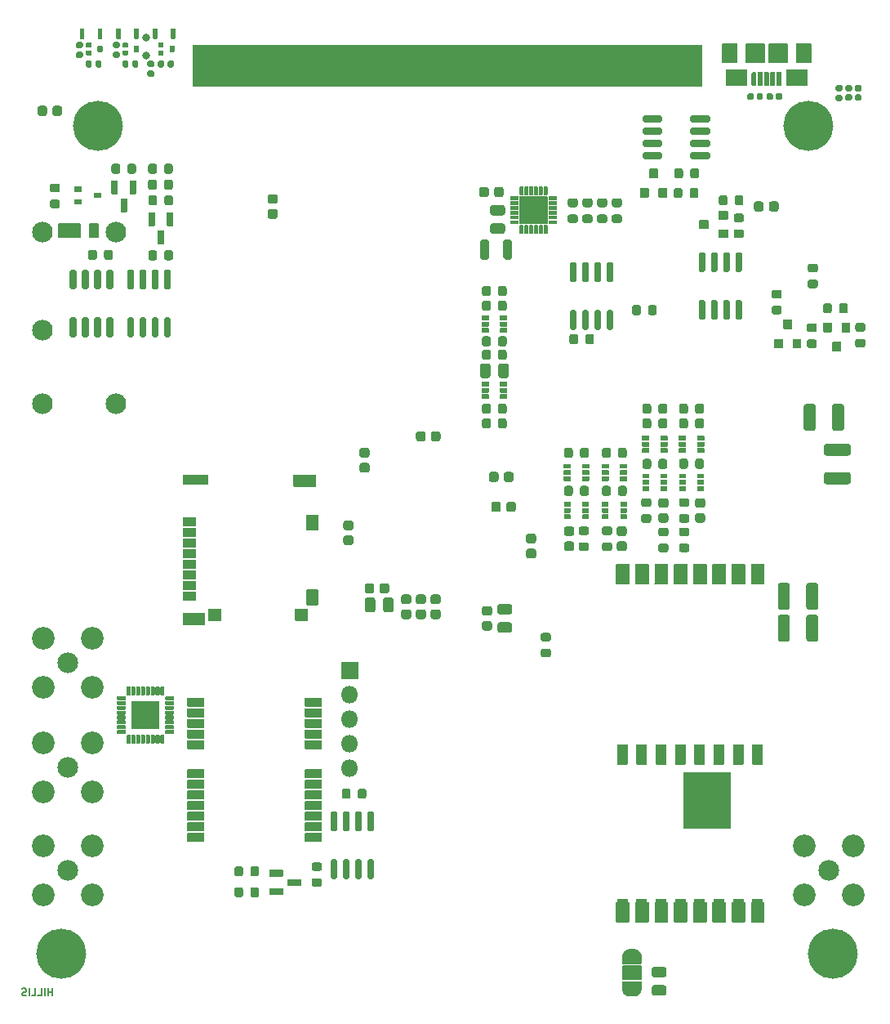
<source format=gbs>
G04 #@! TF.GenerationSoftware,KiCad,Pcbnew,(5.1.9)-1*
G04 #@! TF.CreationDate,2021-12-20T19:14:58-05:00*
G04 #@! TF.ProjectId,mainboard,6d61696e-626f-4617-9264-2e6b69636164,rev?*
G04 #@! TF.SameCoordinates,Original*
G04 #@! TF.FileFunction,Soldermask,Bot*
G04 #@! TF.FilePolarity,Negative*
%FSLAX46Y46*%
G04 Gerber Fmt 4.6, Leading zero omitted, Abs format (unit mm)*
G04 Created by KiCad (PCBNEW (5.1.9)-1) date 2021-12-20 19:14:58*
%MOMM*%
%LPD*%
G01*
G04 APERTURE LIST*
%ADD10C,0.190500*%
%ADD11C,0.100000*%
%ADD12C,0.801600*%
%ADD13C,2.133600*%
%ADD14C,2.351600*%
%ADD15C,2.151600*%
%ADD16O,1.801600X1.801600*%
%ADD17C,5.181600*%
G04 APERTURE END LIST*
D10*
X102525285Y-147664714D02*
X102525285Y-146902714D01*
X102525285Y-147265571D02*
X102089857Y-147265571D01*
X102089857Y-147664714D02*
X102089857Y-146902714D01*
X101727000Y-147664714D02*
X101727000Y-146902714D01*
X101001285Y-147664714D02*
X101364142Y-147664714D01*
X101364142Y-146902714D01*
X100384428Y-147664714D02*
X100747285Y-147664714D01*
X100747285Y-146902714D01*
X100130428Y-147664714D02*
X100130428Y-146902714D01*
X99803857Y-147628428D02*
X99695000Y-147664714D01*
X99513571Y-147664714D01*
X99441000Y-147628428D01*
X99404714Y-147592142D01*
X99368428Y-147519571D01*
X99368428Y-147447000D01*
X99404714Y-147374428D01*
X99441000Y-147338142D01*
X99513571Y-147301857D01*
X99658714Y-147265571D01*
X99731285Y-147229285D01*
X99767571Y-147193000D01*
X99803857Y-147120428D01*
X99803857Y-147047857D01*
X99767571Y-146975285D01*
X99731285Y-146939000D01*
X99658714Y-146902714D01*
X99477285Y-146902714D01*
X99368428Y-146939000D01*
D11*
G36*
X169829920Y-53411253D02*
G01*
X117029920Y-53411253D01*
X117029920Y-49211253D01*
X169829920Y-49211253D01*
X169829920Y-53411253D01*
G37*
X169829920Y-53411253D02*
X117029920Y-53411253D01*
X117029920Y-49211253D01*
X169829920Y-49211253D01*
X169829920Y-53411253D01*
G36*
G01*
X160997999Y-137948500D02*
X162298001Y-137948500D01*
G75*
G02*
X162361500Y-138011999I0J-63499D01*
G01*
X162361500Y-140012001D01*
G75*
G02*
X162298001Y-140075500I-63499J0D01*
G01*
X160997999Y-140075500D01*
G75*
G02*
X160934500Y-140012001I0J63499D01*
G01*
X160934500Y-138011999D01*
G75*
G02*
X160997999Y-137948500I63499J0D01*
G01*
G37*
G36*
G01*
X162997999Y-137948500D02*
X164298001Y-137948500D01*
G75*
G02*
X164361500Y-138011999I0J-63499D01*
G01*
X164361500Y-140012001D01*
G75*
G02*
X164298001Y-140075500I-63499J0D01*
G01*
X162997999Y-140075500D01*
G75*
G02*
X162934500Y-140012001I0J63499D01*
G01*
X162934500Y-138011999D01*
G75*
G02*
X162997999Y-137948500I63499J0D01*
G01*
G37*
G36*
G01*
X164997999Y-137948500D02*
X166298001Y-137948500D01*
G75*
G02*
X166361500Y-138011999I0J-63499D01*
G01*
X166361500Y-140012001D01*
G75*
G02*
X166298001Y-140075500I-63499J0D01*
G01*
X164997999Y-140075500D01*
G75*
G02*
X164934500Y-140012001I0J63499D01*
G01*
X164934500Y-138011999D01*
G75*
G02*
X164997999Y-137948500I63499J0D01*
G01*
G37*
G36*
G01*
X166997999Y-137948500D02*
X168298001Y-137948500D01*
G75*
G02*
X168361500Y-138011999I0J-63499D01*
G01*
X168361500Y-140012001D01*
G75*
G02*
X168298001Y-140075500I-63499J0D01*
G01*
X166997999Y-140075500D01*
G75*
G02*
X166934500Y-140012001I0J63499D01*
G01*
X166934500Y-138011999D01*
G75*
G02*
X166997999Y-137948500I63499J0D01*
G01*
G37*
G36*
G01*
X168997999Y-137948500D02*
X170298001Y-137948500D01*
G75*
G02*
X170361500Y-138011999I0J-63499D01*
G01*
X170361500Y-140012001D01*
G75*
G02*
X170298001Y-140075500I-63499J0D01*
G01*
X168997999Y-140075500D01*
G75*
G02*
X168934500Y-140012001I0J63499D01*
G01*
X168934500Y-138011999D01*
G75*
G02*
X168997999Y-137948500I63499J0D01*
G01*
G37*
G36*
G01*
X170997999Y-137948500D02*
X172298001Y-137948500D01*
G75*
G02*
X172361500Y-138011999I0J-63499D01*
G01*
X172361500Y-140012001D01*
G75*
G02*
X172298001Y-140075500I-63499J0D01*
G01*
X170997999Y-140075500D01*
G75*
G02*
X170934500Y-140012001I0J63499D01*
G01*
X170934500Y-138011999D01*
G75*
G02*
X170997999Y-137948500I63499J0D01*
G01*
G37*
G36*
G01*
X172997999Y-137948500D02*
X174298001Y-137948500D01*
G75*
G02*
X174361500Y-138011999I0J-63499D01*
G01*
X174361500Y-140012001D01*
G75*
G02*
X174298001Y-140075500I-63499J0D01*
G01*
X172997999Y-140075500D01*
G75*
G02*
X172934500Y-140012001I0J63499D01*
G01*
X172934500Y-138011999D01*
G75*
G02*
X172997999Y-137948500I63499J0D01*
G01*
G37*
G36*
G01*
X174997999Y-137948500D02*
X176298001Y-137948500D01*
G75*
G02*
X176361500Y-138011999I0J-63499D01*
G01*
X176361500Y-140012001D01*
G75*
G02*
X176298001Y-140075500I-63499J0D01*
G01*
X174997999Y-140075500D01*
G75*
G02*
X174934500Y-140012001I0J63499D01*
G01*
X174934500Y-138011999D01*
G75*
G02*
X174997999Y-137948500I63499J0D01*
G01*
G37*
G36*
G01*
X160997999Y-102948500D02*
X162298001Y-102948500D01*
G75*
G02*
X162361500Y-103011999I0J-63499D01*
G01*
X162361500Y-105012001D01*
G75*
G02*
X162298001Y-105075500I-63499J0D01*
G01*
X160997999Y-105075500D01*
G75*
G02*
X160934500Y-105012001I0J63499D01*
G01*
X160934500Y-103011999D01*
G75*
G02*
X160997999Y-102948500I63499J0D01*
G01*
G37*
G36*
G01*
X162997999Y-102948500D02*
X164298001Y-102948500D01*
G75*
G02*
X164361500Y-103011999I0J-63499D01*
G01*
X164361500Y-105012001D01*
G75*
G02*
X164298001Y-105075500I-63499J0D01*
G01*
X162997999Y-105075500D01*
G75*
G02*
X162934500Y-105012001I0J63499D01*
G01*
X162934500Y-103011999D01*
G75*
G02*
X162997999Y-102948500I63499J0D01*
G01*
G37*
G36*
G01*
X164997999Y-102948500D02*
X166298001Y-102948500D01*
G75*
G02*
X166361500Y-103011999I0J-63499D01*
G01*
X166361500Y-105012001D01*
G75*
G02*
X166298001Y-105075500I-63499J0D01*
G01*
X164997999Y-105075500D01*
G75*
G02*
X164934500Y-105012001I0J63499D01*
G01*
X164934500Y-103011999D01*
G75*
G02*
X164997999Y-102948500I63499J0D01*
G01*
G37*
G36*
G01*
X166997999Y-102948500D02*
X168298001Y-102948500D01*
G75*
G02*
X168361500Y-103011999I0J-63499D01*
G01*
X168361500Y-105012001D01*
G75*
G02*
X168298001Y-105075500I-63499J0D01*
G01*
X166997999Y-105075500D01*
G75*
G02*
X166934500Y-105012001I0J63499D01*
G01*
X166934500Y-103011999D01*
G75*
G02*
X166997999Y-102948500I63499J0D01*
G01*
G37*
G36*
G01*
X168997999Y-102948500D02*
X170298001Y-102948500D01*
G75*
G02*
X170361500Y-103011999I0J-63499D01*
G01*
X170361500Y-105012001D01*
G75*
G02*
X170298001Y-105075500I-63499J0D01*
G01*
X168997999Y-105075500D01*
G75*
G02*
X168934500Y-105012001I0J63499D01*
G01*
X168934500Y-103011999D01*
G75*
G02*
X168997999Y-102948500I63499J0D01*
G01*
G37*
G36*
G01*
X170997999Y-102948500D02*
X172298001Y-102948500D01*
G75*
G02*
X172361500Y-103011999I0J-63499D01*
G01*
X172361500Y-105012001D01*
G75*
G02*
X172298001Y-105075500I-63499J0D01*
G01*
X170997999Y-105075500D01*
G75*
G02*
X170934500Y-105012001I0J63499D01*
G01*
X170934500Y-103011999D01*
G75*
G02*
X170997999Y-102948500I63499J0D01*
G01*
G37*
G36*
G01*
X172997999Y-102948500D02*
X174298001Y-102948500D01*
G75*
G02*
X174361500Y-103011999I0J-63499D01*
G01*
X174361500Y-105012001D01*
G75*
G02*
X174298001Y-105075500I-63499J0D01*
G01*
X172997999Y-105075500D01*
G75*
G02*
X172934500Y-105012001I0J63499D01*
G01*
X172934500Y-103011999D01*
G75*
G02*
X172997999Y-102948500I63499J0D01*
G01*
G37*
G36*
G01*
X174997999Y-102948500D02*
X176298001Y-102948500D01*
G75*
G02*
X176361500Y-103011999I0J-63499D01*
G01*
X176361500Y-105012001D01*
G75*
G02*
X176298001Y-105075500I-63499J0D01*
G01*
X174997999Y-105075500D01*
G75*
G02*
X174934500Y-105012001I0J63499D01*
G01*
X174934500Y-103011999D01*
G75*
G02*
X174997999Y-102948500I63499J0D01*
G01*
G37*
G36*
G01*
X167998000Y-124531001D02*
X172798000Y-124531001D01*
G75*
G02*
X172861500Y-124594501I0J-63500D01*
G01*
X172861500Y-130294499D01*
G75*
G02*
X172798000Y-130357999I-63500J0D01*
G01*
X167998000Y-130357999D01*
G75*
G02*
X167934500Y-130294499I0J63500D01*
G01*
X167934500Y-124594501D01*
G75*
G02*
X167998000Y-124531001I63500J0D01*
G01*
G37*
G36*
X168634674Y-49360539D02*
G01*
X168661499Y-49362038D01*
X168666438Y-49362557D01*
X168692989Y-49366668D01*
X168697848Y-49367666D01*
X168723872Y-49374347D01*
X168728616Y-49375815D01*
X168753863Y-49385005D01*
X168758437Y-49386928D01*
X168782667Y-49398537D01*
X168787033Y-49400898D01*
X168810014Y-49414816D01*
X168814128Y-49417590D01*
X168835642Y-49433684D01*
X168839467Y-49436849D01*
X168859307Y-49454966D01*
X168862803Y-49458487D01*
X168880781Y-49478453D01*
X168883919Y-49482300D01*
X168899862Y-49503925D01*
X168902608Y-49508057D01*
X168916366Y-49531135D01*
X168918697Y-49535520D01*
X168930136Y-49559831D01*
X168932026Y-49564417D01*
X168941039Y-49589727D01*
X168942474Y-49594479D01*
X168948974Y-49620549D01*
X168949938Y-49625418D01*
X168953863Y-49651997D01*
X168954347Y-49656937D01*
X168955659Y-49683772D01*
X168955720Y-49686253D01*
X168955720Y-53211253D01*
X168954744Y-53221164D01*
X168951853Y-53230693D01*
X168947159Y-53239476D01*
X168940841Y-53247174D01*
X168933143Y-53253492D01*
X168924360Y-53258186D01*
X168914831Y-53261077D01*
X168904920Y-53262053D01*
X168354920Y-53262053D01*
X168345009Y-53261077D01*
X168335480Y-53258186D01*
X168326697Y-53253492D01*
X168318999Y-53247174D01*
X168312681Y-53239476D01*
X168307987Y-53230693D01*
X168305096Y-53221164D01*
X168304120Y-53211253D01*
X168304120Y-49686253D01*
X168304121Y-49685896D01*
X168304148Y-49682056D01*
X168304247Y-49679223D01*
X168305934Y-49652409D01*
X168306487Y-49647478D01*
X168310782Y-49620956D01*
X168311815Y-49616099D01*
X168318679Y-49590123D01*
X168320179Y-49585394D01*
X168329544Y-49560212D01*
X168331499Y-49555649D01*
X168343277Y-49531501D01*
X168345668Y-49527153D01*
X168359746Y-49504269D01*
X168362550Y-49500174D01*
X168378794Y-49478773D01*
X168381985Y-49474970D01*
X168400240Y-49455257D01*
X168403785Y-49451785D01*
X168423876Y-49433947D01*
X168427745Y-49430837D01*
X168449481Y-49415045D01*
X168453634Y-49412327D01*
X168476808Y-49398731D01*
X168481205Y-49396432D01*
X168505594Y-49385162D01*
X168510198Y-49383302D01*
X168535571Y-49374467D01*
X168540330Y-49373067D01*
X168566444Y-49366749D01*
X168571320Y-49365818D01*
X168597926Y-49362079D01*
X168602869Y-49361630D01*
X168629713Y-49360505D01*
X168634674Y-49360539D01*
G37*
G36*
X167834674Y-49360539D02*
G01*
X167861499Y-49362038D01*
X167866438Y-49362557D01*
X167892989Y-49366668D01*
X167897848Y-49367666D01*
X167923872Y-49374347D01*
X167928616Y-49375815D01*
X167953863Y-49385005D01*
X167958437Y-49386928D01*
X167982667Y-49398537D01*
X167987033Y-49400898D01*
X168010014Y-49414816D01*
X168014128Y-49417590D01*
X168035642Y-49433684D01*
X168039467Y-49436849D01*
X168059307Y-49454966D01*
X168062803Y-49458487D01*
X168080781Y-49478453D01*
X168083919Y-49482300D01*
X168099862Y-49503925D01*
X168102608Y-49508057D01*
X168116366Y-49531135D01*
X168118697Y-49535520D01*
X168130136Y-49559831D01*
X168132026Y-49564417D01*
X168141039Y-49589727D01*
X168142474Y-49594479D01*
X168148974Y-49620549D01*
X168149938Y-49625418D01*
X168153863Y-49651997D01*
X168154347Y-49656937D01*
X168155659Y-49683772D01*
X168155720Y-49686253D01*
X168155720Y-53211253D01*
X168154744Y-53221164D01*
X168151853Y-53230693D01*
X168147159Y-53239476D01*
X168140841Y-53247174D01*
X168133143Y-53253492D01*
X168124360Y-53258186D01*
X168114831Y-53261077D01*
X168104920Y-53262053D01*
X167554920Y-53262053D01*
X167545009Y-53261077D01*
X167535480Y-53258186D01*
X167526697Y-53253492D01*
X167518999Y-53247174D01*
X167512681Y-53239476D01*
X167507987Y-53230693D01*
X167505096Y-53221164D01*
X167504120Y-53211253D01*
X167504120Y-49686253D01*
X167504121Y-49685896D01*
X167504148Y-49682056D01*
X167504247Y-49679223D01*
X167505934Y-49652409D01*
X167506487Y-49647478D01*
X167510782Y-49620956D01*
X167511815Y-49616099D01*
X167518679Y-49590123D01*
X167520179Y-49585394D01*
X167529544Y-49560212D01*
X167531499Y-49555649D01*
X167543277Y-49531501D01*
X167545668Y-49527153D01*
X167559746Y-49504269D01*
X167562550Y-49500174D01*
X167578794Y-49478773D01*
X167581985Y-49474970D01*
X167600240Y-49455257D01*
X167603785Y-49451785D01*
X167623876Y-49433947D01*
X167627745Y-49430837D01*
X167649481Y-49415045D01*
X167653634Y-49412327D01*
X167676808Y-49398731D01*
X167681205Y-49396432D01*
X167705594Y-49385162D01*
X167710198Y-49383302D01*
X167735571Y-49374467D01*
X167740330Y-49373067D01*
X167766444Y-49366749D01*
X167771320Y-49365818D01*
X167797926Y-49362079D01*
X167802869Y-49361630D01*
X167829713Y-49360505D01*
X167834674Y-49360539D01*
G37*
G36*
X167034674Y-49360539D02*
G01*
X167061499Y-49362038D01*
X167066438Y-49362557D01*
X167092989Y-49366668D01*
X167097848Y-49367666D01*
X167123872Y-49374347D01*
X167128616Y-49375815D01*
X167153863Y-49385005D01*
X167158437Y-49386928D01*
X167182667Y-49398537D01*
X167187033Y-49400898D01*
X167210014Y-49414816D01*
X167214128Y-49417590D01*
X167235642Y-49433684D01*
X167239467Y-49436849D01*
X167259307Y-49454966D01*
X167262803Y-49458487D01*
X167280781Y-49478453D01*
X167283919Y-49482300D01*
X167299862Y-49503925D01*
X167302608Y-49508057D01*
X167316366Y-49531135D01*
X167318697Y-49535520D01*
X167330136Y-49559831D01*
X167332026Y-49564417D01*
X167341039Y-49589727D01*
X167342474Y-49594479D01*
X167348974Y-49620549D01*
X167349938Y-49625418D01*
X167353863Y-49651997D01*
X167354347Y-49656937D01*
X167355659Y-49683772D01*
X167355720Y-49686253D01*
X167355720Y-53211253D01*
X167354744Y-53221164D01*
X167351853Y-53230693D01*
X167347159Y-53239476D01*
X167340841Y-53247174D01*
X167333143Y-53253492D01*
X167324360Y-53258186D01*
X167314831Y-53261077D01*
X167304920Y-53262053D01*
X166754920Y-53262053D01*
X166745009Y-53261077D01*
X166735480Y-53258186D01*
X166726697Y-53253492D01*
X166718999Y-53247174D01*
X166712681Y-53239476D01*
X166707987Y-53230693D01*
X166705096Y-53221164D01*
X166704120Y-53211253D01*
X166704120Y-49686253D01*
X166704121Y-49685896D01*
X166704148Y-49682056D01*
X166704247Y-49679223D01*
X166705934Y-49652409D01*
X166706487Y-49647478D01*
X166710782Y-49620956D01*
X166711815Y-49616099D01*
X166718679Y-49590123D01*
X166720179Y-49585394D01*
X166729544Y-49560212D01*
X166731499Y-49555649D01*
X166743277Y-49531501D01*
X166745668Y-49527153D01*
X166759746Y-49504269D01*
X166762550Y-49500174D01*
X166778794Y-49478773D01*
X166781985Y-49474970D01*
X166800240Y-49455257D01*
X166803785Y-49451785D01*
X166823876Y-49433947D01*
X166827745Y-49430837D01*
X166849481Y-49415045D01*
X166853634Y-49412327D01*
X166876808Y-49398731D01*
X166881205Y-49396432D01*
X166905594Y-49385162D01*
X166910198Y-49383302D01*
X166935571Y-49374467D01*
X166940330Y-49373067D01*
X166966444Y-49366749D01*
X166971320Y-49365818D01*
X166997926Y-49362079D01*
X167002869Y-49361630D01*
X167029713Y-49360505D01*
X167034674Y-49360539D01*
G37*
G36*
X166234674Y-49360539D02*
G01*
X166261499Y-49362038D01*
X166266438Y-49362557D01*
X166292989Y-49366668D01*
X166297848Y-49367666D01*
X166323872Y-49374347D01*
X166328616Y-49375815D01*
X166353863Y-49385005D01*
X166358437Y-49386928D01*
X166382667Y-49398537D01*
X166387033Y-49400898D01*
X166410014Y-49414816D01*
X166414128Y-49417590D01*
X166435642Y-49433684D01*
X166439467Y-49436849D01*
X166459307Y-49454966D01*
X166462803Y-49458487D01*
X166480781Y-49478453D01*
X166483919Y-49482300D01*
X166499862Y-49503925D01*
X166502608Y-49508057D01*
X166516366Y-49531135D01*
X166518697Y-49535520D01*
X166530136Y-49559831D01*
X166532026Y-49564417D01*
X166541039Y-49589727D01*
X166542474Y-49594479D01*
X166548974Y-49620549D01*
X166549938Y-49625418D01*
X166553863Y-49651997D01*
X166554347Y-49656937D01*
X166555659Y-49683772D01*
X166555720Y-49686253D01*
X166555720Y-53211253D01*
X166554744Y-53221164D01*
X166551853Y-53230693D01*
X166547159Y-53239476D01*
X166540841Y-53247174D01*
X166533143Y-53253492D01*
X166524360Y-53258186D01*
X166514831Y-53261077D01*
X166504920Y-53262053D01*
X165954920Y-53262053D01*
X165945009Y-53261077D01*
X165935480Y-53258186D01*
X165926697Y-53253492D01*
X165918999Y-53247174D01*
X165912681Y-53239476D01*
X165907987Y-53230693D01*
X165905096Y-53221164D01*
X165904120Y-53211253D01*
X165904120Y-49686253D01*
X165904121Y-49685896D01*
X165904148Y-49682056D01*
X165904247Y-49679223D01*
X165905934Y-49652409D01*
X165906487Y-49647478D01*
X165910782Y-49620956D01*
X165911815Y-49616099D01*
X165918679Y-49590123D01*
X165920179Y-49585394D01*
X165929544Y-49560212D01*
X165931499Y-49555649D01*
X165943277Y-49531501D01*
X165945668Y-49527153D01*
X165959746Y-49504269D01*
X165962550Y-49500174D01*
X165978794Y-49478773D01*
X165981985Y-49474970D01*
X166000240Y-49455257D01*
X166003785Y-49451785D01*
X166023876Y-49433947D01*
X166027745Y-49430837D01*
X166049481Y-49415045D01*
X166053634Y-49412327D01*
X166076808Y-49398731D01*
X166081205Y-49396432D01*
X166105594Y-49385162D01*
X166110198Y-49383302D01*
X166135571Y-49374467D01*
X166140330Y-49373067D01*
X166166444Y-49366749D01*
X166171320Y-49365818D01*
X166197926Y-49362079D01*
X166202869Y-49361630D01*
X166229713Y-49360505D01*
X166234674Y-49360539D01*
G37*
G36*
X165434674Y-49360539D02*
G01*
X165461499Y-49362038D01*
X165466438Y-49362557D01*
X165492989Y-49366668D01*
X165497848Y-49367666D01*
X165523872Y-49374347D01*
X165528616Y-49375815D01*
X165553863Y-49385005D01*
X165558437Y-49386928D01*
X165582667Y-49398537D01*
X165587033Y-49400898D01*
X165610014Y-49414816D01*
X165614128Y-49417590D01*
X165635642Y-49433684D01*
X165639467Y-49436849D01*
X165659307Y-49454966D01*
X165662803Y-49458487D01*
X165680781Y-49478453D01*
X165683919Y-49482300D01*
X165699862Y-49503925D01*
X165702608Y-49508057D01*
X165716366Y-49531135D01*
X165718697Y-49535520D01*
X165730136Y-49559831D01*
X165732026Y-49564417D01*
X165741039Y-49589727D01*
X165742474Y-49594479D01*
X165748974Y-49620549D01*
X165749938Y-49625418D01*
X165753863Y-49651997D01*
X165754347Y-49656937D01*
X165755659Y-49683772D01*
X165755720Y-49686253D01*
X165755720Y-53211253D01*
X165754744Y-53221164D01*
X165751853Y-53230693D01*
X165747159Y-53239476D01*
X165740841Y-53247174D01*
X165733143Y-53253492D01*
X165724360Y-53258186D01*
X165714831Y-53261077D01*
X165704920Y-53262053D01*
X165154920Y-53262053D01*
X165145009Y-53261077D01*
X165135480Y-53258186D01*
X165126697Y-53253492D01*
X165118999Y-53247174D01*
X165112681Y-53239476D01*
X165107987Y-53230693D01*
X165105096Y-53221164D01*
X165104120Y-53211253D01*
X165104120Y-49686253D01*
X165104121Y-49685896D01*
X165104148Y-49682056D01*
X165104247Y-49679223D01*
X165105934Y-49652409D01*
X165106487Y-49647478D01*
X165110782Y-49620956D01*
X165111815Y-49616099D01*
X165118679Y-49590123D01*
X165120179Y-49585394D01*
X165129544Y-49560212D01*
X165131499Y-49555649D01*
X165143277Y-49531501D01*
X165145668Y-49527153D01*
X165159746Y-49504269D01*
X165162550Y-49500174D01*
X165178794Y-49478773D01*
X165181985Y-49474970D01*
X165200240Y-49455257D01*
X165203785Y-49451785D01*
X165223876Y-49433947D01*
X165227745Y-49430837D01*
X165249481Y-49415045D01*
X165253634Y-49412327D01*
X165276808Y-49398731D01*
X165281205Y-49396432D01*
X165305594Y-49385162D01*
X165310198Y-49383302D01*
X165335571Y-49374467D01*
X165340330Y-49373067D01*
X165366444Y-49366749D01*
X165371320Y-49365818D01*
X165397926Y-49362079D01*
X165402869Y-49361630D01*
X165429713Y-49360505D01*
X165434674Y-49360539D01*
G37*
G36*
X164634674Y-49360539D02*
G01*
X164661499Y-49362038D01*
X164666438Y-49362557D01*
X164692989Y-49366668D01*
X164697848Y-49367666D01*
X164723872Y-49374347D01*
X164728616Y-49375815D01*
X164753863Y-49385005D01*
X164758437Y-49386928D01*
X164782667Y-49398537D01*
X164787033Y-49400898D01*
X164810014Y-49414816D01*
X164814128Y-49417590D01*
X164835642Y-49433684D01*
X164839467Y-49436849D01*
X164859307Y-49454966D01*
X164862803Y-49458487D01*
X164880781Y-49478453D01*
X164883919Y-49482300D01*
X164899862Y-49503925D01*
X164902608Y-49508057D01*
X164916366Y-49531135D01*
X164918697Y-49535520D01*
X164930136Y-49559831D01*
X164932026Y-49564417D01*
X164941039Y-49589727D01*
X164942474Y-49594479D01*
X164948974Y-49620549D01*
X164949938Y-49625418D01*
X164953863Y-49651997D01*
X164954347Y-49656937D01*
X164955659Y-49683772D01*
X164955720Y-49686253D01*
X164955720Y-53211253D01*
X164954744Y-53221164D01*
X164951853Y-53230693D01*
X164947159Y-53239476D01*
X164940841Y-53247174D01*
X164933143Y-53253492D01*
X164924360Y-53258186D01*
X164914831Y-53261077D01*
X164904920Y-53262053D01*
X164354920Y-53262053D01*
X164345009Y-53261077D01*
X164335480Y-53258186D01*
X164326697Y-53253492D01*
X164318999Y-53247174D01*
X164312681Y-53239476D01*
X164307987Y-53230693D01*
X164305096Y-53221164D01*
X164304120Y-53211253D01*
X164304120Y-49686253D01*
X164304121Y-49685896D01*
X164304148Y-49682056D01*
X164304247Y-49679223D01*
X164305934Y-49652409D01*
X164306487Y-49647478D01*
X164310782Y-49620956D01*
X164311815Y-49616099D01*
X164318679Y-49590123D01*
X164320179Y-49585394D01*
X164329544Y-49560212D01*
X164331499Y-49555649D01*
X164343277Y-49531501D01*
X164345668Y-49527153D01*
X164359746Y-49504269D01*
X164362550Y-49500174D01*
X164378794Y-49478773D01*
X164381985Y-49474970D01*
X164400240Y-49455257D01*
X164403785Y-49451785D01*
X164423876Y-49433947D01*
X164427745Y-49430837D01*
X164449481Y-49415045D01*
X164453634Y-49412327D01*
X164476808Y-49398731D01*
X164481205Y-49396432D01*
X164505594Y-49385162D01*
X164510198Y-49383302D01*
X164535571Y-49374467D01*
X164540330Y-49373067D01*
X164566444Y-49366749D01*
X164571320Y-49365818D01*
X164597926Y-49362079D01*
X164602869Y-49361630D01*
X164629713Y-49360505D01*
X164634674Y-49360539D01*
G37*
G36*
X163834674Y-49360539D02*
G01*
X163861499Y-49362038D01*
X163866438Y-49362557D01*
X163892989Y-49366668D01*
X163897848Y-49367666D01*
X163923872Y-49374347D01*
X163928616Y-49375815D01*
X163953863Y-49385005D01*
X163958437Y-49386928D01*
X163982667Y-49398537D01*
X163987033Y-49400898D01*
X164010014Y-49414816D01*
X164014128Y-49417590D01*
X164035642Y-49433684D01*
X164039467Y-49436849D01*
X164059307Y-49454966D01*
X164062803Y-49458487D01*
X164080781Y-49478453D01*
X164083919Y-49482300D01*
X164099862Y-49503925D01*
X164102608Y-49508057D01*
X164116366Y-49531135D01*
X164118697Y-49535520D01*
X164130136Y-49559831D01*
X164132026Y-49564417D01*
X164141039Y-49589727D01*
X164142474Y-49594479D01*
X164148974Y-49620549D01*
X164149938Y-49625418D01*
X164153863Y-49651997D01*
X164154347Y-49656937D01*
X164155659Y-49683772D01*
X164155720Y-49686253D01*
X164155720Y-53211253D01*
X164154744Y-53221164D01*
X164151853Y-53230693D01*
X164147159Y-53239476D01*
X164140841Y-53247174D01*
X164133143Y-53253492D01*
X164124360Y-53258186D01*
X164114831Y-53261077D01*
X164104920Y-53262053D01*
X163554920Y-53262053D01*
X163545009Y-53261077D01*
X163535480Y-53258186D01*
X163526697Y-53253492D01*
X163518999Y-53247174D01*
X163512681Y-53239476D01*
X163507987Y-53230693D01*
X163505096Y-53221164D01*
X163504120Y-53211253D01*
X163504120Y-49686253D01*
X163504121Y-49685896D01*
X163504148Y-49682056D01*
X163504247Y-49679223D01*
X163505934Y-49652409D01*
X163506487Y-49647478D01*
X163510782Y-49620956D01*
X163511815Y-49616099D01*
X163518679Y-49590123D01*
X163520179Y-49585394D01*
X163529544Y-49560212D01*
X163531499Y-49555649D01*
X163543277Y-49531501D01*
X163545668Y-49527153D01*
X163559746Y-49504269D01*
X163562550Y-49500174D01*
X163578794Y-49478773D01*
X163581985Y-49474970D01*
X163600240Y-49455257D01*
X163603785Y-49451785D01*
X163623876Y-49433947D01*
X163627745Y-49430837D01*
X163649481Y-49415045D01*
X163653634Y-49412327D01*
X163676808Y-49398731D01*
X163681205Y-49396432D01*
X163705594Y-49385162D01*
X163710198Y-49383302D01*
X163735571Y-49374467D01*
X163740330Y-49373067D01*
X163766444Y-49366749D01*
X163771320Y-49365818D01*
X163797926Y-49362079D01*
X163802869Y-49361630D01*
X163829713Y-49360505D01*
X163834674Y-49360539D01*
G37*
G36*
X163034674Y-49360539D02*
G01*
X163061499Y-49362038D01*
X163066438Y-49362557D01*
X163092989Y-49366668D01*
X163097848Y-49367666D01*
X163123872Y-49374347D01*
X163128616Y-49375815D01*
X163153863Y-49385005D01*
X163158437Y-49386928D01*
X163182667Y-49398537D01*
X163187033Y-49400898D01*
X163210014Y-49414816D01*
X163214128Y-49417590D01*
X163235642Y-49433684D01*
X163239467Y-49436849D01*
X163259307Y-49454966D01*
X163262803Y-49458487D01*
X163280781Y-49478453D01*
X163283919Y-49482300D01*
X163299862Y-49503925D01*
X163302608Y-49508057D01*
X163316366Y-49531135D01*
X163318697Y-49535520D01*
X163330136Y-49559831D01*
X163332026Y-49564417D01*
X163341039Y-49589727D01*
X163342474Y-49594479D01*
X163348974Y-49620549D01*
X163349938Y-49625418D01*
X163353863Y-49651997D01*
X163354347Y-49656937D01*
X163355659Y-49683772D01*
X163355720Y-49686253D01*
X163355720Y-53211253D01*
X163354744Y-53221164D01*
X163351853Y-53230693D01*
X163347159Y-53239476D01*
X163340841Y-53247174D01*
X163333143Y-53253492D01*
X163324360Y-53258186D01*
X163314831Y-53261077D01*
X163304920Y-53262053D01*
X162754920Y-53262053D01*
X162745009Y-53261077D01*
X162735480Y-53258186D01*
X162726697Y-53253492D01*
X162718999Y-53247174D01*
X162712681Y-53239476D01*
X162707987Y-53230693D01*
X162705096Y-53221164D01*
X162704120Y-53211253D01*
X162704120Y-49686253D01*
X162704121Y-49685896D01*
X162704148Y-49682056D01*
X162704247Y-49679223D01*
X162705934Y-49652409D01*
X162706487Y-49647478D01*
X162710782Y-49620956D01*
X162711815Y-49616099D01*
X162718679Y-49590123D01*
X162720179Y-49585394D01*
X162729544Y-49560212D01*
X162731499Y-49555649D01*
X162743277Y-49531501D01*
X162745668Y-49527153D01*
X162759746Y-49504269D01*
X162762550Y-49500174D01*
X162778794Y-49478773D01*
X162781985Y-49474970D01*
X162800240Y-49455257D01*
X162803785Y-49451785D01*
X162823876Y-49433947D01*
X162827745Y-49430837D01*
X162849481Y-49415045D01*
X162853634Y-49412327D01*
X162876808Y-49398731D01*
X162881205Y-49396432D01*
X162905594Y-49385162D01*
X162910198Y-49383302D01*
X162935571Y-49374467D01*
X162940330Y-49373067D01*
X162966444Y-49366749D01*
X162971320Y-49365818D01*
X162997926Y-49362079D01*
X163002869Y-49361630D01*
X163029713Y-49360505D01*
X163034674Y-49360539D01*
G37*
G36*
X162234674Y-49360539D02*
G01*
X162261499Y-49362038D01*
X162266438Y-49362557D01*
X162292989Y-49366668D01*
X162297848Y-49367666D01*
X162323872Y-49374347D01*
X162328616Y-49375815D01*
X162353863Y-49385005D01*
X162358437Y-49386928D01*
X162382667Y-49398537D01*
X162387033Y-49400898D01*
X162410014Y-49414816D01*
X162414128Y-49417590D01*
X162435642Y-49433684D01*
X162439467Y-49436849D01*
X162459307Y-49454966D01*
X162462803Y-49458487D01*
X162480781Y-49478453D01*
X162483919Y-49482300D01*
X162499862Y-49503925D01*
X162502608Y-49508057D01*
X162516366Y-49531135D01*
X162518697Y-49535520D01*
X162530136Y-49559831D01*
X162532026Y-49564417D01*
X162541039Y-49589727D01*
X162542474Y-49594479D01*
X162548974Y-49620549D01*
X162549938Y-49625418D01*
X162553863Y-49651997D01*
X162554347Y-49656937D01*
X162555659Y-49683772D01*
X162555720Y-49686253D01*
X162555720Y-53211253D01*
X162554744Y-53221164D01*
X162551853Y-53230693D01*
X162547159Y-53239476D01*
X162540841Y-53247174D01*
X162533143Y-53253492D01*
X162524360Y-53258186D01*
X162514831Y-53261077D01*
X162504920Y-53262053D01*
X161954920Y-53262053D01*
X161945009Y-53261077D01*
X161935480Y-53258186D01*
X161926697Y-53253492D01*
X161918999Y-53247174D01*
X161912681Y-53239476D01*
X161907987Y-53230693D01*
X161905096Y-53221164D01*
X161904120Y-53211253D01*
X161904120Y-49686253D01*
X161904121Y-49685896D01*
X161904148Y-49682056D01*
X161904247Y-49679223D01*
X161905934Y-49652409D01*
X161906487Y-49647478D01*
X161910782Y-49620956D01*
X161911815Y-49616099D01*
X161918679Y-49590123D01*
X161920179Y-49585394D01*
X161929544Y-49560212D01*
X161931499Y-49555649D01*
X161943277Y-49531501D01*
X161945668Y-49527153D01*
X161959746Y-49504269D01*
X161962550Y-49500174D01*
X161978794Y-49478773D01*
X161981985Y-49474970D01*
X162000240Y-49455257D01*
X162003785Y-49451785D01*
X162023876Y-49433947D01*
X162027745Y-49430837D01*
X162049481Y-49415045D01*
X162053634Y-49412327D01*
X162076808Y-49398731D01*
X162081205Y-49396432D01*
X162105594Y-49385162D01*
X162110198Y-49383302D01*
X162135571Y-49374467D01*
X162140330Y-49373067D01*
X162166444Y-49366749D01*
X162171320Y-49365818D01*
X162197926Y-49362079D01*
X162202869Y-49361630D01*
X162229713Y-49360505D01*
X162234674Y-49360539D01*
G37*
G36*
X161434674Y-49360539D02*
G01*
X161461499Y-49362038D01*
X161466438Y-49362557D01*
X161492989Y-49366668D01*
X161497848Y-49367666D01*
X161523872Y-49374347D01*
X161528616Y-49375815D01*
X161553863Y-49385005D01*
X161558437Y-49386928D01*
X161582667Y-49398537D01*
X161587033Y-49400898D01*
X161610014Y-49414816D01*
X161614128Y-49417590D01*
X161635642Y-49433684D01*
X161639467Y-49436849D01*
X161659307Y-49454966D01*
X161662803Y-49458487D01*
X161680781Y-49478453D01*
X161683919Y-49482300D01*
X161699862Y-49503925D01*
X161702608Y-49508057D01*
X161716366Y-49531135D01*
X161718697Y-49535520D01*
X161730136Y-49559831D01*
X161732026Y-49564417D01*
X161741039Y-49589727D01*
X161742474Y-49594479D01*
X161748974Y-49620549D01*
X161749938Y-49625418D01*
X161753863Y-49651997D01*
X161754347Y-49656937D01*
X161755659Y-49683772D01*
X161755720Y-49686253D01*
X161755720Y-53211253D01*
X161754744Y-53221164D01*
X161751853Y-53230693D01*
X161747159Y-53239476D01*
X161740841Y-53247174D01*
X161733143Y-53253492D01*
X161724360Y-53258186D01*
X161714831Y-53261077D01*
X161704920Y-53262053D01*
X161154920Y-53262053D01*
X161145009Y-53261077D01*
X161135480Y-53258186D01*
X161126697Y-53253492D01*
X161118999Y-53247174D01*
X161112681Y-53239476D01*
X161107987Y-53230693D01*
X161105096Y-53221164D01*
X161104120Y-53211253D01*
X161104120Y-49686253D01*
X161104121Y-49685896D01*
X161104148Y-49682056D01*
X161104247Y-49679223D01*
X161105934Y-49652409D01*
X161106487Y-49647478D01*
X161110782Y-49620956D01*
X161111815Y-49616099D01*
X161118679Y-49590123D01*
X161120179Y-49585394D01*
X161129544Y-49560212D01*
X161131499Y-49555649D01*
X161143277Y-49531501D01*
X161145668Y-49527153D01*
X161159746Y-49504269D01*
X161162550Y-49500174D01*
X161178794Y-49478773D01*
X161181985Y-49474970D01*
X161200240Y-49455257D01*
X161203785Y-49451785D01*
X161223876Y-49433947D01*
X161227745Y-49430837D01*
X161249481Y-49415045D01*
X161253634Y-49412327D01*
X161276808Y-49398731D01*
X161281205Y-49396432D01*
X161305594Y-49385162D01*
X161310198Y-49383302D01*
X161335571Y-49374467D01*
X161340330Y-49373067D01*
X161366444Y-49366749D01*
X161371320Y-49365818D01*
X161397926Y-49362079D01*
X161402869Y-49361630D01*
X161429713Y-49360505D01*
X161434674Y-49360539D01*
G37*
G36*
X160634674Y-49360539D02*
G01*
X160661499Y-49362038D01*
X160666438Y-49362557D01*
X160692989Y-49366668D01*
X160697848Y-49367666D01*
X160723872Y-49374347D01*
X160728616Y-49375815D01*
X160753863Y-49385005D01*
X160758437Y-49386928D01*
X160782667Y-49398537D01*
X160787033Y-49400898D01*
X160810014Y-49414816D01*
X160814128Y-49417590D01*
X160835642Y-49433684D01*
X160839467Y-49436849D01*
X160859307Y-49454966D01*
X160862803Y-49458487D01*
X160880781Y-49478453D01*
X160883919Y-49482300D01*
X160899862Y-49503925D01*
X160902608Y-49508057D01*
X160916366Y-49531135D01*
X160918697Y-49535520D01*
X160930136Y-49559831D01*
X160932026Y-49564417D01*
X160941039Y-49589727D01*
X160942474Y-49594479D01*
X160948974Y-49620549D01*
X160949938Y-49625418D01*
X160953863Y-49651997D01*
X160954347Y-49656937D01*
X160955659Y-49683772D01*
X160955720Y-49686253D01*
X160955720Y-53211253D01*
X160954744Y-53221164D01*
X160951853Y-53230693D01*
X160947159Y-53239476D01*
X160940841Y-53247174D01*
X160933143Y-53253492D01*
X160924360Y-53258186D01*
X160914831Y-53261077D01*
X160904920Y-53262053D01*
X160354920Y-53262053D01*
X160345009Y-53261077D01*
X160335480Y-53258186D01*
X160326697Y-53253492D01*
X160318999Y-53247174D01*
X160312681Y-53239476D01*
X160307987Y-53230693D01*
X160305096Y-53221164D01*
X160304120Y-53211253D01*
X160304120Y-49686253D01*
X160304121Y-49685896D01*
X160304148Y-49682056D01*
X160304247Y-49679223D01*
X160305934Y-49652409D01*
X160306487Y-49647478D01*
X160310782Y-49620956D01*
X160311815Y-49616099D01*
X160318679Y-49590123D01*
X160320179Y-49585394D01*
X160329544Y-49560212D01*
X160331499Y-49555649D01*
X160343277Y-49531501D01*
X160345668Y-49527153D01*
X160359746Y-49504269D01*
X160362550Y-49500174D01*
X160378794Y-49478773D01*
X160381985Y-49474970D01*
X160400240Y-49455257D01*
X160403785Y-49451785D01*
X160423876Y-49433947D01*
X160427745Y-49430837D01*
X160449481Y-49415045D01*
X160453634Y-49412327D01*
X160476808Y-49398731D01*
X160481205Y-49396432D01*
X160505594Y-49385162D01*
X160510198Y-49383302D01*
X160535571Y-49374467D01*
X160540330Y-49373067D01*
X160566444Y-49366749D01*
X160571320Y-49365818D01*
X160597926Y-49362079D01*
X160602869Y-49361630D01*
X160629713Y-49360505D01*
X160634674Y-49360539D01*
G37*
G36*
X159834674Y-49360539D02*
G01*
X159861499Y-49362038D01*
X159866438Y-49362557D01*
X159892989Y-49366668D01*
X159897848Y-49367666D01*
X159923872Y-49374347D01*
X159928616Y-49375815D01*
X159953863Y-49385005D01*
X159958437Y-49386928D01*
X159982667Y-49398537D01*
X159987033Y-49400898D01*
X160010014Y-49414816D01*
X160014128Y-49417590D01*
X160035642Y-49433684D01*
X160039467Y-49436849D01*
X160059307Y-49454966D01*
X160062803Y-49458487D01*
X160080781Y-49478453D01*
X160083919Y-49482300D01*
X160099862Y-49503925D01*
X160102608Y-49508057D01*
X160116366Y-49531135D01*
X160118697Y-49535520D01*
X160130136Y-49559831D01*
X160132026Y-49564417D01*
X160141039Y-49589727D01*
X160142474Y-49594479D01*
X160148974Y-49620549D01*
X160149938Y-49625418D01*
X160153863Y-49651997D01*
X160154347Y-49656937D01*
X160155659Y-49683772D01*
X160155720Y-49686253D01*
X160155720Y-53211253D01*
X160154744Y-53221164D01*
X160151853Y-53230693D01*
X160147159Y-53239476D01*
X160140841Y-53247174D01*
X160133143Y-53253492D01*
X160124360Y-53258186D01*
X160114831Y-53261077D01*
X160104920Y-53262053D01*
X159554920Y-53262053D01*
X159545009Y-53261077D01*
X159535480Y-53258186D01*
X159526697Y-53253492D01*
X159518999Y-53247174D01*
X159512681Y-53239476D01*
X159507987Y-53230693D01*
X159505096Y-53221164D01*
X159504120Y-53211253D01*
X159504120Y-49686253D01*
X159504121Y-49685896D01*
X159504148Y-49682056D01*
X159504247Y-49679223D01*
X159505934Y-49652409D01*
X159506487Y-49647478D01*
X159510782Y-49620956D01*
X159511815Y-49616099D01*
X159518679Y-49590123D01*
X159520179Y-49585394D01*
X159529544Y-49560212D01*
X159531499Y-49555649D01*
X159543277Y-49531501D01*
X159545668Y-49527153D01*
X159559746Y-49504269D01*
X159562550Y-49500174D01*
X159578794Y-49478773D01*
X159581985Y-49474970D01*
X159600240Y-49455257D01*
X159603785Y-49451785D01*
X159623876Y-49433947D01*
X159627745Y-49430837D01*
X159649481Y-49415045D01*
X159653634Y-49412327D01*
X159676808Y-49398731D01*
X159681205Y-49396432D01*
X159705594Y-49385162D01*
X159710198Y-49383302D01*
X159735571Y-49374467D01*
X159740330Y-49373067D01*
X159766444Y-49366749D01*
X159771320Y-49365818D01*
X159797926Y-49362079D01*
X159802869Y-49361630D01*
X159829713Y-49360505D01*
X159834674Y-49360539D01*
G37*
G36*
X159034674Y-49360539D02*
G01*
X159061499Y-49362038D01*
X159066438Y-49362557D01*
X159092989Y-49366668D01*
X159097848Y-49367666D01*
X159123872Y-49374347D01*
X159128616Y-49375815D01*
X159153863Y-49385005D01*
X159158437Y-49386928D01*
X159182667Y-49398537D01*
X159187033Y-49400898D01*
X159210014Y-49414816D01*
X159214128Y-49417590D01*
X159235642Y-49433684D01*
X159239467Y-49436849D01*
X159259307Y-49454966D01*
X159262803Y-49458487D01*
X159280781Y-49478453D01*
X159283919Y-49482300D01*
X159299862Y-49503925D01*
X159302608Y-49508057D01*
X159316366Y-49531135D01*
X159318697Y-49535520D01*
X159330136Y-49559831D01*
X159332026Y-49564417D01*
X159341039Y-49589727D01*
X159342474Y-49594479D01*
X159348974Y-49620549D01*
X159349938Y-49625418D01*
X159353863Y-49651997D01*
X159354347Y-49656937D01*
X159355659Y-49683772D01*
X159355720Y-49686253D01*
X159355720Y-53211253D01*
X159354744Y-53221164D01*
X159351853Y-53230693D01*
X159347159Y-53239476D01*
X159340841Y-53247174D01*
X159333143Y-53253492D01*
X159324360Y-53258186D01*
X159314831Y-53261077D01*
X159304920Y-53262053D01*
X158754920Y-53262053D01*
X158745009Y-53261077D01*
X158735480Y-53258186D01*
X158726697Y-53253492D01*
X158718999Y-53247174D01*
X158712681Y-53239476D01*
X158707987Y-53230693D01*
X158705096Y-53221164D01*
X158704120Y-53211253D01*
X158704120Y-49686253D01*
X158704121Y-49685896D01*
X158704148Y-49682056D01*
X158704247Y-49679223D01*
X158705934Y-49652409D01*
X158706487Y-49647478D01*
X158710782Y-49620956D01*
X158711815Y-49616099D01*
X158718679Y-49590123D01*
X158720179Y-49585394D01*
X158729544Y-49560212D01*
X158731499Y-49555649D01*
X158743277Y-49531501D01*
X158745668Y-49527153D01*
X158759746Y-49504269D01*
X158762550Y-49500174D01*
X158778794Y-49478773D01*
X158781985Y-49474970D01*
X158800240Y-49455257D01*
X158803785Y-49451785D01*
X158823876Y-49433947D01*
X158827745Y-49430837D01*
X158849481Y-49415045D01*
X158853634Y-49412327D01*
X158876808Y-49398731D01*
X158881205Y-49396432D01*
X158905594Y-49385162D01*
X158910198Y-49383302D01*
X158935571Y-49374467D01*
X158940330Y-49373067D01*
X158966444Y-49366749D01*
X158971320Y-49365818D01*
X158997926Y-49362079D01*
X159002869Y-49361630D01*
X159029713Y-49360505D01*
X159034674Y-49360539D01*
G37*
G36*
X158234674Y-49360539D02*
G01*
X158261499Y-49362038D01*
X158266438Y-49362557D01*
X158292989Y-49366668D01*
X158297848Y-49367666D01*
X158323872Y-49374347D01*
X158328616Y-49375815D01*
X158353863Y-49385005D01*
X158358437Y-49386928D01*
X158382667Y-49398537D01*
X158387033Y-49400898D01*
X158410014Y-49414816D01*
X158414128Y-49417590D01*
X158435642Y-49433684D01*
X158439467Y-49436849D01*
X158459307Y-49454966D01*
X158462803Y-49458487D01*
X158480781Y-49478453D01*
X158483919Y-49482300D01*
X158499862Y-49503925D01*
X158502608Y-49508057D01*
X158516366Y-49531135D01*
X158518697Y-49535520D01*
X158530136Y-49559831D01*
X158532026Y-49564417D01*
X158541039Y-49589727D01*
X158542474Y-49594479D01*
X158548974Y-49620549D01*
X158549938Y-49625418D01*
X158553863Y-49651997D01*
X158554347Y-49656937D01*
X158555659Y-49683772D01*
X158555720Y-49686253D01*
X158555720Y-53211253D01*
X158554744Y-53221164D01*
X158551853Y-53230693D01*
X158547159Y-53239476D01*
X158540841Y-53247174D01*
X158533143Y-53253492D01*
X158524360Y-53258186D01*
X158514831Y-53261077D01*
X158504920Y-53262053D01*
X157954920Y-53262053D01*
X157945009Y-53261077D01*
X157935480Y-53258186D01*
X157926697Y-53253492D01*
X157918999Y-53247174D01*
X157912681Y-53239476D01*
X157907987Y-53230693D01*
X157905096Y-53221164D01*
X157904120Y-53211253D01*
X157904120Y-49686253D01*
X157904121Y-49685896D01*
X157904148Y-49682056D01*
X157904247Y-49679223D01*
X157905934Y-49652409D01*
X157906487Y-49647478D01*
X157910782Y-49620956D01*
X157911815Y-49616099D01*
X157918679Y-49590123D01*
X157920179Y-49585394D01*
X157929544Y-49560212D01*
X157931499Y-49555649D01*
X157943277Y-49531501D01*
X157945668Y-49527153D01*
X157959746Y-49504269D01*
X157962550Y-49500174D01*
X157978794Y-49478773D01*
X157981985Y-49474970D01*
X158000240Y-49455257D01*
X158003785Y-49451785D01*
X158023876Y-49433947D01*
X158027745Y-49430837D01*
X158049481Y-49415045D01*
X158053634Y-49412327D01*
X158076808Y-49398731D01*
X158081205Y-49396432D01*
X158105594Y-49385162D01*
X158110198Y-49383302D01*
X158135571Y-49374467D01*
X158140330Y-49373067D01*
X158166444Y-49366749D01*
X158171320Y-49365818D01*
X158197926Y-49362079D01*
X158202869Y-49361630D01*
X158229713Y-49360505D01*
X158234674Y-49360539D01*
G37*
G36*
X157434674Y-49360539D02*
G01*
X157461499Y-49362038D01*
X157466438Y-49362557D01*
X157492989Y-49366668D01*
X157497848Y-49367666D01*
X157523872Y-49374347D01*
X157528616Y-49375815D01*
X157553863Y-49385005D01*
X157558437Y-49386928D01*
X157582667Y-49398537D01*
X157587033Y-49400898D01*
X157610014Y-49414816D01*
X157614128Y-49417590D01*
X157635642Y-49433684D01*
X157639467Y-49436849D01*
X157659307Y-49454966D01*
X157662803Y-49458487D01*
X157680781Y-49478453D01*
X157683919Y-49482300D01*
X157699862Y-49503925D01*
X157702608Y-49508057D01*
X157716366Y-49531135D01*
X157718697Y-49535520D01*
X157730136Y-49559831D01*
X157732026Y-49564417D01*
X157741039Y-49589727D01*
X157742474Y-49594479D01*
X157748974Y-49620549D01*
X157749938Y-49625418D01*
X157753863Y-49651997D01*
X157754347Y-49656937D01*
X157755659Y-49683772D01*
X157755720Y-49686253D01*
X157755720Y-53211253D01*
X157754744Y-53221164D01*
X157751853Y-53230693D01*
X157747159Y-53239476D01*
X157740841Y-53247174D01*
X157733143Y-53253492D01*
X157724360Y-53258186D01*
X157714831Y-53261077D01*
X157704920Y-53262053D01*
X157154920Y-53262053D01*
X157145009Y-53261077D01*
X157135480Y-53258186D01*
X157126697Y-53253492D01*
X157118999Y-53247174D01*
X157112681Y-53239476D01*
X157107987Y-53230693D01*
X157105096Y-53221164D01*
X157104120Y-53211253D01*
X157104120Y-49686253D01*
X157104121Y-49685896D01*
X157104148Y-49682056D01*
X157104247Y-49679223D01*
X157105934Y-49652409D01*
X157106487Y-49647478D01*
X157110782Y-49620956D01*
X157111815Y-49616099D01*
X157118679Y-49590123D01*
X157120179Y-49585394D01*
X157129544Y-49560212D01*
X157131499Y-49555649D01*
X157143277Y-49531501D01*
X157145668Y-49527153D01*
X157159746Y-49504269D01*
X157162550Y-49500174D01*
X157178794Y-49478773D01*
X157181985Y-49474970D01*
X157200240Y-49455257D01*
X157203785Y-49451785D01*
X157223876Y-49433947D01*
X157227745Y-49430837D01*
X157249481Y-49415045D01*
X157253634Y-49412327D01*
X157276808Y-49398731D01*
X157281205Y-49396432D01*
X157305594Y-49385162D01*
X157310198Y-49383302D01*
X157335571Y-49374467D01*
X157340330Y-49373067D01*
X157366444Y-49366749D01*
X157371320Y-49365818D01*
X157397926Y-49362079D01*
X157402869Y-49361630D01*
X157429713Y-49360505D01*
X157434674Y-49360539D01*
G37*
G36*
X156634674Y-49360539D02*
G01*
X156661499Y-49362038D01*
X156666438Y-49362557D01*
X156692989Y-49366668D01*
X156697848Y-49367666D01*
X156723872Y-49374347D01*
X156728616Y-49375815D01*
X156753863Y-49385005D01*
X156758437Y-49386928D01*
X156782667Y-49398537D01*
X156787033Y-49400898D01*
X156810014Y-49414816D01*
X156814128Y-49417590D01*
X156835642Y-49433684D01*
X156839467Y-49436849D01*
X156859307Y-49454966D01*
X156862803Y-49458487D01*
X156880781Y-49478453D01*
X156883919Y-49482300D01*
X156899862Y-49503925D01*
X156902608Y-49508057D01*
X156916366Y-49531135D01*
X156918697Y-49535520D01*
X156930136Y-49559831D01*
X156932026Y-49564417D01*
X156941039Y-49589727D01*
X156942474Y-49594479D01*
X156948974Y-49620549D01*
X156949938Y-49625418D01*
X156953863Y-49651997D01*
X156954347Y-49656937D01*
X156955659Y-49683772D01*
X156955720Y-49686253D01*
X156955720Y-53211253D01*
X156954744Y-53221164D01*
X156951853Y-53230693D01*
X156947159Y-53239476D01*
X156940841Y-53247174D01*
X156933143Y-53253492D01*
X156924360Y-53258186D01*
X156914831Y-53261077D01*
X156904920Y-53262053D01*
X156354920Y-53262053D01*
X156345009Y-53261077D01*
X156335480Y-53258186D01*
X156326697Y-53253492D01*
X156318999Y-53247174D01*
X156312681Y-53239476D01*
X156307987Y-53230693D01*
X156305096Y-53221164D01*
X156304120Y-53211253D01*
X156304120Y-49686253D01*
X156304121Y-49685896D01*
X156304148Y-49682056D01*
X156304247Y-49679223D01*
X156305934Y-49652409D01*
X156306487Y-49647478D01*
X156310782Y-49620956D01*
X156311815Y-49616099D01*
X156318679Y-49590123D01*
X156320179Y-49585394D01*
X156329544Y-49560212D01*
X156331499Y-49555649D01*
X156343277Y-49531501D01*
X156345668Y-49527153D01*
X156359746Y-49504269D01*
X156362550Y-49500174D01*
X156378794Y-49478773D01*
X156381985Y-49474970D01*
X156400240Y-49455257D01*
X156403785Y-49451785D01*
X156423876Y-49433947D01*
X156427745Y-49430837D01*
X156449481Y-49415045D01*
X156453634Y-49412327D01*
X156476808Y-49398731D01*
X156481205Y-49396432D01*
X156505594Y-49385162D01*
X156510198Y-49383302D01*
X156535571Y-49374467D01*
X156540330Y-49373067D01*
X156566444Y-49366749D01*
X156571320Y-49365818D01*
X156597926Y-49362079D01*
X156602869Y-49361630D01*
X156629713Y-49360505D01*
X156634674Y-49360539D01*
G37*
G36*
X155834674Y-49360539D02*
G01*
X155861499Y-49362038D01*
X155866438Y-49362557D01*
X155892989Y-49366668D01*
X155897848Y-49367666D01*
X155923872Y-49374347D01*
X155928616Y-49375815D01*
X155953863Y-49385005D01*
X155958437Y-49386928D01*
X155982667Y-49398537D01*
X155987033Y-49400898D01*
X156010014Y-49414816D01*
X156014128Y-49417590D01*
X156035642Y-49433684D01*
X156039467Y-49436849D01*
X156059307Y-49454966D01*
X156062803Y-49458487D01*
X156080781Y-49478453D01*
X156083919Y-49482300D01*
X156099862Y-49503925D01*
X156102608Y-49508057D01*
X156116366Y-49531135D01*
X156118697Y-49535520D01*
X156130136Y-49559831D01*
X156132026Y-49564417D01*
X156141039Y-49589727D01*
X156142474Y-49594479D01*
X156148974Y-49620549D01*
X156149938Y-49625418D01*
X156153863Y-49651997D01*
X156154347Y-49656937D01*
X156155659Y-49683772D01*
X156155720Y-49686253D01*
X156155720Y-53211253D01*
X156154744Y-53221164D01*
X156151853Y-53230693D01*
X156147159Y-53239476D01*
X156140841Y-53247174D01*
X156133143Y-53253492D01*
X156124360Y-53258186D01*
X156114831Y-53261077D01*
X156104920Y-53262053D01*
X155554920Y-53262053D01*
X155545009Y-53261077D01*
X155535480Y-53258186D01*
X155526697Y-53253492D01*
X155518999Y-53247174D01*
X155512681Y-53239476D01*
X155507987Y-53230693D01*
X155505096Y-53221164D01*
X155504120Y-53211253D01*
X155504120Y-49686253D01*
X155504121Y-49685896D01*
X155504148Y-49682056D01*
X155504247Y-49679223D01*
X155505934Y-49652409D01*
X155506487Y-49647478D01*
X155510782Y-49620956D01*
X155511815Y-49616099D01*
X155518679Y-49590123D01*
X155520179Y-49585394D01*
X155529544Y-49560212D01*
X155531499Y-49555649D01*
X155543277Y-49531501D01*
X155545668Y-49527153D01*
X155559746Y-49504269D01*
X155562550Y-49500174D01*
X155578794Y-49478773D01*
X155581985Y-49474970D01*
X155600240Y-49455257D01*
X155603785Y-49451785D01*
X155623876Y-49433947D01*
X155627745Y-49430837D01*
X155649481Y-49415045D01*
X155653634Y-49412327D01*
X155676808Y-49398731D01*
X155681205Y-49396432D01*
X155705594Y-49385162D01*
X155710198Y-49383302D01*
X155735571Y-49374467D01*
X155740330Y-49373067D01*
X155766444Y-49366749D01*
X155771320Y-49365818D01*
X155797926Y-49362079D01*
X155802869Y-49361630D01*
X155829713Y-49360505D01*
X155834674Y-49360539D01*
G37*
G36*
X155034674Y-49360539D02*
G01*
X155061499Y-49362038D01*
X155066438Y-49362557D01*
X155092989Y-49366668D01*
X155097848Y-49367666D01*
X155123872Y-49374347D01*
X155128616Y-49375815D01*
X155153863Y-49385005D01*
X155158437Y-49386928D01*
X155182667Y-49398537D01*
X155187033Y-49400898D01*
X155210014Y-49414816D01*
X155214128Y-49417590D01*
X155235642Y-49433684D01*
X155239467Y-49436849D01*
X155259307Y-49454966D01*
X155262803Y-49458487D01*
X155280781Y-49478453D01*
X155283919Y-49482300D01*
X155299862Y-49503925D01*
X155302608Y-49508057D01*
X155316366Y-49531135D01*
X155318697Y-49535520D01*
X155330136Y-49559831D01*
X155332026Y-49564417D01*
X155341039Y-49589727D01*
X155342474Y-49594479D01*
X155348974Y-49620549D01*
X155349938Y-49625418D01*
X155353863Y-49651997D01*
X155354347Y-49656937D01*
X155355659Y-49683772D01*
X155355720Y-49686253D01*
X155355720Y-53211253D01*
X155354744Y-53221164D01*
X155351853Y-53230693D01*
X155347159Y-53239476D01*
X155340841Y-53247174D01*
X155333143Y-53253492D01*
X155324360Y-53258186D01*
X155314831Y-53261077D01*
X155304920Y-53262053D01*
X154754920Y-53262053D01*
X154745009Y-53261077D01*
X154735480Y-53258186D01*
X154726697Y-53253492D01*
X154718999Y-53247174D01*
X154712681Y-53239476D01*
X154707987Y-53230693D01*
X154705096Y-53221164D01*
X154704120Y-53211253D01*
X154704120Y-49686253D01*
X154704121Y-49685896D01*
X154704148Y-49682056D01*
X154704247Y-49679223D01*
X154705934Y-49652409D01*
X154706487Y-49647478D01*
X154710782Y-49620956D01*
X154711815Y-49616099D01*
X154718679Y-49590123D01*
X154720179Y-49585394D01*
X154729544Y-49560212D01*
X154731499Y-49555649D01*
X154743277Y-49531501D01*
X154745668Y-49527153D01*
X154759746Y-49504269D01*
X154762550Y-49500174D01*
X154778794Y-49478773D01*
X154781985Y-49474970D01*
X154800240Y-49455257D01*
X154803785Y-49451785D01*
X154823876Y-49433947D01*
X154827745Y-49430837D01*
X154849481Y-49415045D01*
X154853634Y-49412327D01*
X154876808Y-49398731D01*
X154881205Y-49396432D01*
X154905594Y-49385162D01*
X154910198Y-49383302D01*
X154935571Y-49374467D01*
X154940330Y-49373067D01*
X154966444Y-49366749D01*
X154971320Y-49365818D01*
X154997926Y-49362079D01*
X155002869Y-49361630D01*
X155029713Y-49360505D01*
X155034674Y-49360539D01*
G37*
G36*
X154234674Y-49360539D02*
G01*
X154261499Y-49362038D01*
X154266438Y-49362557D01*
X154292989Y-49366668D01*
X154297848Y-49367666D01*
X154323872Y-49374347D01*
X154328616Y-49375815D01*
X154353863Y-49385005D01*
X154358437Y-49386928D01*
X154382667Y-49398537D01*
X154387033Y-49400898D01*
X154410014Y-49414816D01*
X154414128Y-49417590D01*
X154435642Y-49433684D01*
X154439467Y-49436849D01*
X154459307Y-49454966D01*
X154462803Y-49458487D01*
X154480781Y-49478453D01*
X154483919Y-49482300D01*
X154499862Y-49503925D01*
X154502608Y-49508057D01*
X154516366Y-49531135D01*
X154518697Y-49535520D01*
X154530136Y-49559831D01*
X154532026Y-49564417D01*
X154541039Y-49589727D01*
X154542474Y-49594479D01*
X154548974Y-49620549D01*
X154549938Y-49625418D01*
X154553863Y-49651997D01*
X154554347Y-49656937D01*
X154555659Y-49683772D01*
X154555720Y-49686253D01*
X154555720Y-53211253D01*
X154554744Y-53221164D01*
X154551853Y-53230693D01*
X154547159Y-53239476D01*
X154540841Y-53247174D01*
X154533143Y-53253492D01*
X154524360Y-53258186D01*
X154514831Y-53261077D01*
X154504920Y-53262053D01*
X153954920Y-53262053D01*
X153945009Y-53261077D01*
X153935480Y-53258186D01*
X153926697Y-53253492D01*
X153918999Y-53247174D01*
X153912681Y-53239476D01*
X153907987Y-53230693D01*
X153905096Y-53221164D01*
X153904120Y-53211253D01*
X153904120Y-49686253D01*
X153904121Y-49685896D01*
X153904148Y-49682056D01*
X153904247Y-49679223D01*
X153905934Y-49652409D01*
X153906487Y-49647478D01*
X153910782Y-49620956D01*
X153911815Y-49616099D01*
X153918679Y-49590123D01*
X153920179Y-49585394D01*
X153929544Y-49560212D01*
X153931499Y-49555649D01*
X153943277Y-49531501D01*
X153945668Y-49527153D01*
X153959746Y-49504269D01*
X153962550Y-49500174D01*
X153978794Y-49478773D01*
X153981985Y-49474970D01*
X154000240Y-49455257D01*
X154003785Y-49451785D01*
X154023876Y-49433947D01*
X154027745Y-49430837D01*
X154049481Y-49415045D01*
X154053634Y-49412327D01*
X154076808Y-49398731D01*
X154081205Y-49396432D01*
X154105594Y-49385162D01*
X154110198Y-49383302D01*
X154135571Y-49374467D01*
X154140330Y-49373067D01*
X154166444Y-49366749D01*
X154171320Y-49365818D01*
X154197926Y-49362079D01*
X154202869Y-49361630D01*
X154229713Y-49360505D01*
X154234674Y-49360539D01*
G37*
G36*
X153434674Y-49360539D02*
G01*
X153461499Y-49362038D01*
X153466438Y-49362557D01*
X153492989Y-49366668D01*
X153497848Y-49367666D01*
X153523872Y-49374347D01*
X153528616Y-49375815D01*
X153553863Y-49385005D01*
X153558437Y-49386928D01*
X153582667Y-49398537D01*
X153587033Y-49400898D01*
X153610014Y-49414816D01*
X153614128Y-49417590D01*
X153635642Y-49433684D01*
X153639467Y-49436849D01*
X153659307Y-49454966D01*
X153662803Y-49458487D01*
X153680781Y-49478453D01*
X153683919Y-49482300D01*
X153699862Y-49503925D01*
X153702608Y-49508057D01*
X153716366Y-49531135D01*
X153718697Y-49535520D01*
X153730136Y-49559831D01*
X153732026Y-49564417D01*
X153741039Y-49589727D01*
X153742474Y-49594479D01*
X153748974Y-49620549D01*
X153749938Y-49625418D01*
X153753863Y-49651997D01*
X153754347Y-49656937D01*
X153755659Y-49683772D01*
X153755720Y-49686253D01*
X153755720Y-53211253D01*
X153754744Y-53221164D01*
X153751853Y-53230693D01*
X153747159Y-53239476D01*
X153740841Y-53247174D01*
X153733143Y-53253492D01*
X153724360Y-53258186D01*
X153714831Y-53261077D01*
X153704920Y-53262053D01*
X153154920Y-53262053D01*
X153145009Y-53261077D01*
X153135480Y-53258186D01*
X153126697Y-53253492D01*
X153118999Y-53247174D01*
X153112681Y-53239476D01*
X153107987Y-53230693D01*
X153105096Y-53221164D01*
X153104120Y-53211253D01*
X153104120Y-49686253D01*
X153104121Y-49685896D01*
X153104148Y-49682056D01*
X153104247Y-49679223D01*
X153105934Y-49652409D01*
X153106487Y-49647478D01*
X153110782Y-49620956D01*
X153111815Y-49616099D01*
X153118679Y-49590123D01*
X153120179Y-49585394D01*
X153129544Y-49560212D01*
X153131499Y-49555649D01*
X153143277Y-49531501D01*
X153145668Y-49527153D01*
X153159746Y-49504269D01*
X153162550Y-49500174D01*
X153178794Y-49478773D01*
X153181985Y-49474970D01*
X153200240Y-49455257D01*
X153203785Y-49451785D01*
X153223876Y-49433947D01*
X153227745Y-49430837D01*
X153249481Y-49415045D01*
X153253634Y-49412327D01*
X153276808Y-49398731D01*
X153281205Y-49396432D01*
X153305594Y-49385162D01*
X153310198Y-49383302D01*
X153335571Y-49374467D01*
X153340330Y-49373067D01*
X153366444Y-49366749D01*
X153371320Y-49365818D01*
X153397926Y-49362079D01*
X153402869Y-49361630D01*
X153429713Y-49360505D01*
X153434674Y-49360539D01*
G37*
G36*
X152634674Y-49360539D02*
G01*
X152661499Y-49362038D01*
X152666438Y-49362557D01*
X152692989Y-49366668D01*
X152697848Y-49367666D01*
X152723872Y-49374347D01*
X152728616Y-49375815D01*
X152753863Y-49385005D01*
X152758437Y-49386928D01*
X152782667Y-49398537D01*
X152787033Y-49400898D01*
X152810014Y-49414816D01*
X152814128Y-49417590D01*
X152835642Y-49433684D01*
X152839467Y-49436849D01*
X152859307Y-49454966D01*
X152862803Y-49458487D01*
X152880781Y-49478453D01*
X152883919Y-49482300D01*
X152899862Y-49503925D01*
X152902608Y-49508057D01*
X152916366Y-49531135D01*
X152918697Y-49535520D01*
X152930136Y-49559831D01*
X152932026Y-49564417D01*
X152941039Y-49589727D01*
X152942474Y-49594479D01*
X152948974Y-49620549D01*
X152949938Y-49625418D01*
X152953863Y-49651997D01*
X152954347Y-49656937D01*
X152955659Y-49683772D01*
X152955720Y-49686253D01*
X152955720Y-53211253D01*
X152954744Y-53221164D01*
X152951853Y-53230693D01*
X152947159Y-53239476D01*
X152940841Y-53247174D01*
X152933143Y-53253492D01*
X152924360Y-53258186D01*
X152914831Y-53261077D01*
X152904920Y-53262053D01*
X152354920Y-53262053D01*
X152345009Y-53261077D01*
X152335480Y-53258186D01*
X152326697Y-53253492D01*
X152318999Y-53247174D01*
X152312681Y-53239476D01*
X152307987Y-53230693D01*
X152305096Y-53221164D01*
X152304120Y-53211253D01*
X152304120Y-49686253D01*
X152304121Y-49685896D01*
X152304148Y-49682056D01*
X152304247Y-49679223D01*
X152305934Y-49652409D01*
X152306487Y-49647478D01*
X152310782Y-49620956D01*
X152311815Y-49616099D01*
X152318679Y-49590123D01*
X152320179Y-49585394D01*
X152329544Y-49560212D01*
X152331499Y-49555649D01*
X152343277Y-49531501D01*
X152345668Y-49527153D01*
X152359746Y-49504269D01*
X152362550Y-49500174D01*
X152378794Y-49478773D01*
X152381985Y-49474970D01*
X152400240Y-49455257D01*
X152403785Y-49451785D01*
X152423876Y-49433947D01*
X152427745Y-49430837D01*
X152449481Y-49415045D01*
X152453634Y-49412327D01*
X152476808Y-49398731D01*
X152481205Y-49396432D01*
X152505594Y-49385162D01*
X152510198Y-49383302D01*
X152535571Y-49374467D01*
X152540330Y-49373067D01*
X152566444Y-49366749D01*
X152571320Y-49365818D01*
X152597926Y-49362079D01*
X152602869Y-49361630D01*
X152629713Y-49360505D01*
X152634674Y-49360539D01*
G37*
G36*
X151834674Y-49360539D02*
G01*
X151861499Y-49362038D01*
X151866438Y-49362557D01*
X151892989Y-49366668D01*
X151897848Y-49367666D01*
X151923872Y-49374347D01*
X151928616Y-49375815D01*
X151953863Y-49385005D01*
X151958437Y-49386928D01*
X151982667Y-49398537D01*
X151987033Y-49400898D01*
X152010014Y-49414816D01*
X152014128Y-49417590D01*
X152035642Y-49433684D01*
X152039467Y-49436849D01*
X152059307Y-49454966D01*
X152062803Y-49458487D01*
X152080781Y-49478453D01*
X152083919Y-49482300D01*
X152099862Y-49503925D01*
X152102608Y-49508057D01*
X152116366Y-49531135D01*
X152118697Y-49535520D01*
X152130136Y-49559831D01*
X152132026Y-49564417D01*
X152141039Y-49589727D01*
X152142474Y-49594479D01*
X152148974Y-49620549D01*
X152149938Y-49625418D01*
X152153863Y-49651997D01*
X152154347Y-49656937D01*
X152155659Y-49683772D01*
X152155720Y-49686253D01*
X152155720Y-53211253D01*
X152154744Y-53221164D01*
X152151853Y-53230693D01*
X152147159Y-53239476D01*
X152140841Y-53247174D01*
X152133143Y-53253492D01*
X152124360Y-53258186D01*
X152114831Y-53261077D01*
X152104920Y-53262053D01*
X151554920Y-53262053D01*
X151545009Y-53261077D01*
X151535480Y-53258186D01*
X151526697Y-53253492D01*
X151518999Y-53247174D01*
X151512681Y-53239476D01*
X151507987Y-53230693D01*
X151505096Y-53221164D01*
X151504120Y-53211253D01*
X151504120Y-49686253D01*
X151504121Y-49685896D01*
X151504148Y-49682056D01*
X151504247Y-49679223D01*
X151505934Y-49652409D01*
X151506487Y-49647478D01*
X151510782Y-49620956D01*
X151511815Y-49616099D01*
X151518679Y-49590123D01*
X151520179Y-49585394D01*
X151529544Y-49560212D01*
X151531499Y-49555649D01*
X151543277Y-49531501D01*
X151545668Y-49527153D01*
X151559746Y-49504269D01*
X151562550Y-49500174D01*
X151578794Y-49478773D01*
X151581985Y-49474970D01*
X151600240Y-49455257D01*
X151603785Y-49451785D01*
X151623876Y-49433947D01*
X151627745Y-49430837D01*
X151649481Y-49415045D01*
X151653634Y-49412327D01*
X151676808Y-49398731D01*
X151681205Y-49396432D01*
X151705594Y-49385162D01*
X151710198Y-49383302D01*
X151735571Y-49374467D01*
X151740330Y-49373067D01*
X151766444Y-49366749D01*
X151771320Y-49365818D01*
X151797926Y-49362079D01*
X151802869Y-49361630D01*
X151829713Y-49360505D01*
X151834674Y-49360539D01*
G37*
G36*
X151034674Y-49360539D02*
G01*
X151061499Y-49362038D01*
X151066438Y-49362557D01*
X151092989Y-49366668D01*
X151097848Y-49367666D01*
X151123872Y-49374347D01*
X151128616Y-49375815D01*
X151153863Y-49385005D01*
X151158437Y-49386928D01*
X151182667Y-49398537D01*
X151187033Y-49400898D01*
X151210014Y-49414816D01*
X151214128Y-49417590D01*
X151235642Y-49433684D01*
X151239467Y-49436849D01*
X151259307Y-49454966D01*
X151262803Y-49458487D01*
X151280781Y-49478453D01*
X151283919Y-49482300D01*
X151299862Y-49503925D01*
X151302608Y-49508057D01*
X151316366Y-49531135D01*
X151318697Y-49535520D01*
X151330136Y-49559831D01*
X151332026Y-49564417D01*
X151341039Y-49589727D01*
X151342474Y-49594479D01*
X151348974Y-49620549D01*
X151349938Y-49625418D01*
X151353863Y-49651997D01*
X151354347Y-49656937D01*
X151355659Y-49683772D01*
X151355720Y-49686253D01*
X151355720Y-53211253D01*
X151354744Y-53221164D01*
X151351853Y-53230693D01*
X151347159Y-53239476D01*
X151340841Y-53247174D01*
X151333143Y-53253492D01*
X151324360Y-53258186D01*
X151314831Y-53261077D01*
X151304920Y-53262053D01*
X150754920Y-53262053D01*
X150745009Y-53261077D01*
X150735480Y-53258186D01*
X150726697Y-53253492D01*
X150718999Y-53247174D01*
X150712681Y-53239476D01*
X150707987Y-53230693D01*
X150705096Y-53221164D01*
X150704120Y-53211253D01*
X150704120Y-49686253D01*
X150704121Y-49685896D01*
X150704148Y-49682056D01*
X150704247Y-49679223D01*
X150705934Y-49652409D01*
X150706487Y-49647478D01*
X150710782Y-49620956D01*
X150711815Y-49616099D01*
X150718679Y-49590123D01*
X150720179Y-49585394D01*
X150729544Y-49560212D01*
X150731499Y-49555649D01*
X150743277Y-49531501D01*
X150745668Y-49527153D01*
X150759746Y-49504269D01*
X150762550Y-49500174D01*
X150778794Y-49478773D01*
X150781985Y-49474970D01*
X150800240Y-49455257D01*
X150803785Y-49451785D01*
X150823876Y-49433947D01*
X150827745Y-49430837D01*
X150849481Y-49415045D01*
X150853634Y-49412327D01*
X150876808Y-49398731D01*
X150881205Y-49396432D01*
X150905594Y-49385162D01*
X150910198Y-49383302D01*
X150935571Y-49374467D01*
X150940330Y-49373067D01*
X150966444Y-49366749D01*
X150971320Y-49365818D01*
X150997926Y-49362079D01*
X151002869Y-49361630D01*
X151029713Y-49360505D01*
X151034674Y-49360539D01*
G37*
G36*
X150234674Y-49360539D02*
G01*
X150261499Y-49362038D01*
X150266438Y-49362557D01*
X150292989Y-49366668D01*
X150297848Y-49367666D01*
X150323872Y-49374347D01*
X150328616Y-49375815D01*
X150353863Y-49385005D01*
X150358437Y-49386928D01*
X150382667Y-49398537D01*
X150387033Y-49400898D01*
X150410014Y-49414816D01*
X150414128Y-49417590D01*
X150435642Y-49433684D01*
X150439467Y-49436849D01*
X150459307Y-49454966D01*
X150462803Y-49458487D01*
X150480781Y-49478453D01*
X150483919Y-49482300D01*
X150499862Y-49503925D01*
X150502608Y-49508057D01*
X150516366Y-49531135D01*
X150518697Y-49535520D01*
X150530136Y-49559831D01*
X150532026Y-49564417D01*
X150541039Y-49589727D01*
X150542474Y-49594479D01*
X150548974Y-49620549D01*
X150549938Y-49625418D01*
X150553863Y-49651997D01*
X150554347Y-49656937D01*
X150555659Y-49683772D01*
X150555720Y-49686253D01*
X150555720Y-53211253D01*
X150554744Y-53221164D01*
X150551853Y-53230693D01*
X150547159Y-53239476D01*
X150540841Y-53247174D01*
X150533143Y-53253492D01*
X150524360Y-53258186D01*
X150514831Y-53261077D01*
X150504920Y-53262053D01*
X149954920Y-53262053D01*
X149945009Y-53261077D01*
X149935480Y-53258186D01*
X149926697Y-53253492D01*
X149918999Y-53247174D01*
X149912681Y-53239476D01*
X149907987Y-53230693D01*
X149905096Y-53221164D01*
X149904120Y-53211253D01*
X149904120Y-49686253D01*
X149904121Y-49685896D01*
X149904148Y-49682056D01*
X149904247Y-49679223D01*
X149905934Y-49652409D01*
X149906487Y-49647478D01*
X149910782Y-49620956D01*
X149911815Y-49616099D01*
X149918679Y-49590123D01*
X149920179Y-49585394D01*
X149929544Y-49560212D01*
X149931499Y-49555649D01*
X149943277Y-49531501D01*
X149945668Y-49527153D01*
X149959746Y-49504269D01*
X149962550Y-49500174D01*
X149978794Y-49478773D01*
X149981985Y-49474970D01*
X150000240Y-49455257D01*
X150003785Y-49451785D01*
X150023876Y-49433947D01*
X150027745Y-49430837D01*
X150049481Y-49415045D01*
X150053634Y-49412327D01*
X150076808Y-49398731D01*
X150081205Y-49396432D01*
X150105594Y-49385162D01*
X150110198Y-49383302D01*
X150135571Y-49374467D01*
X150140330Y-49373067D01*
X150166444Y-49366749D01*
X150171320Y-49365818D01*
X150197926Y-49362079D01*
X150202869Y-49361630D01*
X150229713Y-49360505D01*
X150234674Y-49360539D01*
G37*
G36*
X149434674Y-49360539D02*
G01*
X149461499Y-49362038D01*
X149466438Y-49362557D01*
X149492989Y-49366668D01*
X149497848Y-49367666D01*
X149523872Y-49374347D01*
X149528616Y-49375815D01*
X149553863Y-49385005D01*
X149558437Y-49386928D01*
X149582667Y-49398537D01*
X149587033Y-49400898D01*
X149610014Y-49414816D01*
X149614128Y-49417590D01*
X149635642Y-49433684D01*
X149639467Y-49436849D01*
X149659307Y-49454966D01*
X149662803Y-49458487D01*
X149680781Y-49478453D01*
X149683919Y-49482300D01*
X149699862Y-49503925D01*
X149702608Y-49508057D01*
X149716366Y-49531135D01*
X149718697Y-49535520D01*
X149730136Y-49559831D01*
X149732026Y-49564417D01*
X149741039Y-49589727D01*
X149742474Y-49594479D01*
X149748974Y-49620549D01*
X149749938Y-49625418D01*
X149753863Y-49651997D01*
X149754347Y-49656937D01*
X149755659Y-49683772D01*
X149755720Y-49686253D01*
X149755720Y-53211253D01*
X149754744Y-53221164D01*
X149751853Y-53230693D01*
X149747159Y-53239476D01*
X149740841Y-53247174D01*
X149733143Y-53253492D01*
X149724360Y-53258186D01*
X149714831Y-53261077D01*
X149704920Y-53262053D01*
X149154920Y-53262053D01*
X149145009Y-53261077D01*
X149135480Y-53258186D01*
X149126697Y-53253492D01*
X149118999Y-53247174D01*
X149112681Y-53239476D01*
X149107987Y-53230693D01*
X149105096Y-53221164D01*
X149104120Y-53211253D01*
X149104120Y-49686253D01*
X149104121Y-49685896D01*
X149104148Y-49682056D01*
X149104247Y-49679223D01*
X149105934Y-49652409D01*
X149106487Y-49647478D01*
X149110782Y-49620956D01*
X149111815Y-49616099D01*
X149118679Y-49590123D01*
X149120179Y-49585394D01*
X149129544Y-49560212D01*
X149131499Y-49555649D01*
X149143277Y-49531501D01*
X149145668Y-49527153D01*
X149159746Y-49504269D01*
X149162550Y-49500174D01*
X149178794Y-49478773D01*
X149181985Y-49474970D01*
X149200240Y-49455257D01*
X149203785Y-49451785D01*
X149223876Y-49433947D01*
X149227745Y-49430837D01*
X149249481Y-49415045D01*
X149253634Y-49412327D01*
X149276808Y-49398731D01*
X149281205Y-49396432D01*
X149305594Y-49385162D01*
X149310198Y-49383302D01*
X149335571Y-49374467D01*
X149340330Y-49373067D01*
X149366444Y-49366749D01*
X149371320Y-49365818D01*
X149397926Y-49362079D01*
X149402869Y-49361630D01*
X149429713Y-49360505D01*
X149434674Y-49360539D01*
G37*
G36*
X148634674Y-49360539D02*
G01*
X148661499Y-49362038D01*
X148666438Y-49362557D01*
X148692989Y-49366668D01*
X148697848Y-49367666D01*
X148723872Y-49374347D01*
X148728616Y-49375815D01*
X148753863Y-49385005D01*
X148758437Y-49386928D01*
X148782667Y-49398537D01*
X148787033Y-49400898D01*
X148810014Y-49414816D01*
X148814128Y-49417590D01*
X148835642Y-49433684D01*
X148839467Y-49436849D01*
X148859307Y-49454966D01*
X148862803Y-49458487D01*
X148880781Y-49478453D01*
X148883919Y-49482300D01*
X148899862Y-49503925D01*
X148902608Y-49508057D01*
X148916366Y-49531135D01*
X148918697Y-49535520D01*
X148930136Y-49559831D01*
X148932026Y-49564417D01*
X148941039Y-49589727D01*
X148942474Y-49594479D01*
X148948974Y-49620549D01*
X148949938Y-49625418D01*
X148953863Y-49651997D01*
X148954347Y-49656937D01*
X148955659Y-49683772D01*
X148955720Y-49686253D01*
X148955720Y-53211253D01*
X148954744Y-53221164D01*
X148951853Y-53230693D01*
X148947159Y-53239476D01*
X148940841Y-53247174D01*
X148933143Y-53253492D01*
X148924360Y-53258186D01*
X148914831Y-53261077D01*
X148904920Y-53262053D01*
X148354920Y-53262053D01*
X148345009Y-53261077D01*
X148335480Y-53258186D01*
X148326697Y-53253492D01*
X148318999Y-53247174D01*
X148312681Y-53239476D01*
X148307987Y-53230693D01*
X148305096Y-53221164D01*
X148304120Y-53211253D01*
X148304120Y-49686253D01*
X148304121Y-49685896D01*
X148304148Y-49682056D01*
X148304247Y-49679223D01*
X148305934Y-49652409D01*
X148306487Y-49647478D01*
X148310782Y-49620956D01*
X148311815Y-49616099D01*
X148318679Y-49590123D01*
X148320179Y-49585394D01*
X148329544Y-49560212D01*
X148331499Y-49555649D01*
X148343277Y-49531501D01*
X148345668Y-49527153D01*
X148359746Y-49504269D01*
X148362550Y-49500174D01*
X148378794Y-49478773D01*
X148381985Y-49474970D01*
X148400240Y-49455257D01*
X148403785Y-49451785D01*
X148423876Y-49433947D01*
X148427745Y-49430837D01*
X148449481Y-49415045D01*
X148453634Y-49412327D01*
X148476808Y-49398731D01*
X148481205Y-49396432D01*
X148505594Y-49385162D01*
X148510198Y-49383302D01*
X148535571Y-49374467D01*
X148540330Y-49373067D01*
X148566444Y-49366749D01*
X148571320Y-49365818D01*
X148597926Y-49362079D01*
X148602869Y-49361630D01*
X148629713Y-49360505D01*
X148634674Y-49360539D01*
G37*
G36*
X147834674Y-49360539D02*
G01*
X147861499Y-49362038D01*
X147866438Y-49362557D01*
X147892989Y-49366668D01*
X147897848Y-49367666D01*
X147923872Y-49374347D01*
X147928616Y-49375815D01*
X147953863Y-49385005D01*
X147958437Y-49386928D01*
X147982667Y-49398537D01*
X147987033Y-49400898D01*
X148010014Y-49414816D01*
X148014128Y-49417590D01*
X148035642Y-49433684D01*
X148039467Y-49436849D01*
X148059307Y-49454966D01*
X148062803Y-49458487D01*
X148080781Y-49478453D01*
X148083919Y-49482300D01*
X148099862Y-49503925D01*
X148102608Y-49508057D01*
X148116366Y-49531135D01*
X148118697Y-49535520D01*
X148130136Y-49559831D01*
X148132026Y-49564417D01*
X148141039Y-49589727D01*
X148142474Y-49594479D01*
X148148974Y-49620549D01*
X148149938Y-49625418D01*
X148153863Y-49651997D01*
X148154347Y-49656937D01*
X148155659Y-49683772D01*
X148155720Y-49686253D01*
X148155720Y-53211253D01*
X148154744Y-53221164D01*
X148151853Y-53230693D01*
X148147159Y-53239476D01*
X148140841Y-53247174D01*
X148133143Y-53253492D01*
X148124360Y-53258186D01*
X148114831Y-53261077D01*
X148104920Y-53262053D01*
X147554920Y-53262053D01*
X147545009Y-53261077D01*
X147535480Y-53258186D01*
X147526697Y-53253492D01*
X147518999Y-53247174D01*
X147512681Y-53239476D01*
X147507987Y-53230693D01*
X147505096Y-53221164D01*
X147504120Y-53211253D01*
X147504120Y-49686253D01*
X147504121Y-49685896D01*
X147504148Y-49682056D01*
X147504247Y-49679223D01*
X147505934Y-49652409D01*
X147506487Y-49647478D01*
X147510782Y-49620956D01*
X147511815Y-49616099D01*
X147518679Y-49590123D01*
X147520179Y-49585394D01*
X147529544Y-49560212D01*
X147531499Y-49555649D01*
X147543277Y-49531501D01*
X147545668Y-49527153D01*
X147559746Y-49504269D01*
X147562550Y-49500174D01*
X147578794Y-49478773D01*
X147581985Y-49474970D01*
X147600240Y-49455257D01*
X147603785Y-49451785D01*
X147623876Y-49433947D01*
X147627745Y-49430837D01*
X147649481Y-49415045D01*
X147653634Y-49412327D01*
X147676808Y-49398731D01*
X147681205Y-49396432D01*
X147705594Y-49385162D01*
X147710198Y-49383302D01*
X147735571Y-49374467D01*
X147740330Y-49373067D01*
X147766444Y-49366749D01*
X147771320Y-49365818D01*
X147797926Y-49362079D01*
X147802869Y-49361630D01*
X147829713Y-49360505D01*
X147834674Y-49360539D01*
G37*
G36*
X143034674Y-49360539D02*
G01*
X143061499Y-49362038D01*
X143066438Y-49362557D01*
X143092989Y-49366668D01*
X143097848Y-49367666D01*
X143123872Y-49374347D01*
X143128616Y-49375815D01*
X143153863Y-49385005D01*
X143158437Y-49386928D01*
X143182667Y-49398537D01*
X143187033Y-49400898D01*
X143210014Y-49414816D01*
X143214128Y-49417590D01*
X143235642Y-49433684D01*
X143239467Y-49436849D01*
X143259307Y-49454966D01*
X143262803Y-49458487D01*
X143280781Y-49478453D01*
X143283919Y-49482300D01*
X143299862Y-49503925D01*
X143302608Y-49508057D01*
X143316366Y-49531135D01*
X143318697Y-49535520D01*
X143330136Y-49559831D01*
X143332026Y-49564417D01*
X143341039Y-49589727D01*
X143342474Y-49594479D01*
X143348974Y-49620549D01*
X143349938Y-49625418D01*
X143353863Y-49651997D01*
X143354347Y-49656937D01*
X143355659Y-49683772D01*
X143355720Y-49686253D01*
X143355720Y-53211253D01*
X143354744Y-53221164D01*
X143351853Y-53230693D01*
X143347159Y-53239476D01*
X143340841Y-53247174D01*
X143333143Y-53253492D01*
X143324360Y-53258186D01*
X143314831Y-53261077D01*
X143304920Y-53262053D01*
X142754920Y-53262053D01*
X142745009Y-53261077D01*
X142735480Y-53258186D01*
X142726697Y-53253492D01*
X142718999Y-53247174D01*
X142712681Y-53239476D01*
X142707987Y-53230693D01*
X142705096Y-53221164D01*
X142704120Y-53211253D01*
X142704120Y-49686253D01*
X142704121Y-49685896D01*
X142704148Y-49682056D01*
X142704247Y-49679223D01*
X142705934Y-49652409D01*
X142706487Y-49647478D01*
X142710782Y-49620956D01*
X142711815Y-49616099D01*
X142718679Y-49590123D01*
X142720179Y-49585394D01*
X142729544Y-49560212D01*
X142731499Y-49555649D01*
X142743277Y-49531501D01*
X142745668Y-49527153D01*
X142759746Y-49504269D01*
X142762550Y-49500174D01*
X142778794Y-49478773D01*
X142781985Y-49474970D01*
X142800240Y-49455257D01*
X142803785Y-49451785D01*
X142823876Y-49433947D01*
X142827745Y-49430837D01*
X142849481Y-49415045D01*
X142853634Y-49412327D01*
X142876808Y-49398731D01*
X142881205Y-49396432D01*
X142905594Y-49385162D01*
X142910198Y-49383302D01*
X142935571Y-49374467D01*
X142940330Y-49373067D01*
X142966444Y-49366749D01*
X142971320Y-49365818D01*
X142997926Y-49362079D01*
X143002869Y-49361630D01*
X143029713Y-49360505D01*
X143034674Y-49360539D01*
G37*
G36*
X142234674Y-49360539D02*
G01*
X142261499Y-49362038D01*
X142266438Y-49362557D01*
X142292989Y-49366668D01*
X142297848Y-49367666D01*
X142323872Y-49374347D01*
X142328616Y-49375815D01*
X142353863Y-49385005D01*
X142358437Y-49386928D01*
X142382667Y-49398537D01*
X142387033Y-49400898D01*
X142410014Y-49414816D01*
X142414128Y-49417590D01*
X142435642Y-49433684D01*
X142439467Y-49436849D01*
X142459307Y-49454966D01*
X142462803Y-49458487D01*
X142480781Y-49478453D01*
X142483919Y-49482300D01*
X142499862Y-49503925D01*
X142502608Y-49508057D01*
X142516366Y-49531135D01*
X142518697Y-49535520D01*
X142530136Y-49559831D01*
X142532026Y-49564417D01*
X142541039Y-49589727D01*
X142542474Y-49594479D01*
X142548974Y-49620549D01*
X142549938Y-49625418D01*
X142553863Y-49651997D01*
X142554347Y-49656937D01*
X142555659Y-49683772D01*
X142555720Y-49686253D01*
X142555720Y-53211253D01*
X142554744Y-53221164D01*
X142551853Y-53230693D01*
X142547159Y-53239476D01*
X142540841Y-53247174D01*
X142533143Y-53253492D01*
X142524360Y-53258186D01*
X142514831Y-53261077D01*
X142504920Y-53262053D01*
X141954920Y-53262053D01*
X141945009Y-53261077D01*
X141935480Y-53258186D01*
X141926697Y-53253492D01*
X141918999Y-53247174D01*
X141912681Y-53239476D01*
X141907987Y-53230693D01*
X141905096Y-53221164D01*
X141904120Y-53211253D01*
X141904120Y-49686253D01*
X141904121Y-49685896D01*
X141904148Y-49682056D01*
X141904247Y-49679223D01*
X141905934Y-49652409D01*
X141906487Y-49647478D01*
X141910782Y-49620956D01*
X141911815Y-49616099D01*
X141918679Y-49590123D01*
X141920179Y-49585394D01*
X141929544Y-49560212D01*
X141931499Y-49555649D01*
X141943277Y-49531501D01*
X141945668Y-49527153D01*
X141959746Y-49504269D01*
X141962550Y-49500174D01*
X141978794Y-49478773D01*
X141981985Y-49474970D01*
X142000240Y-49455257D01*
X142003785Y-49451785D01*
X142023876Y-49433947D01*
X142027745Y-49430837D01*
X142049481Y-49415045D01*
X142053634Y-49412327D01*
X142076808Y-49398731D01*
X142081205Y-49396432D01*
X142105594Y-49385162D01*
X142110198Y-49383302D01*
X142135571Y-49374467D01*
X142140330Y-49373067D01*
X142166444Y-49366749D01*
X142171320Y-49365818D01*
X142197926Y-49362079D01*
X142202869Y-49361630D01*
X142229713Y-49360505D01*
X142234674Y-49360539D01*
G37*
G36*
X141434674Y-49360539D02*
G01*
X141461499Y-49362038D01*
X141466438Y-49362557D01*
X141492989Y-49366668D01*
X141497848Y-49367666D01*
X141523872Y-49374347D01*
X141528616Y-49375815D01*
X141553863Y-49385005D01*
X141558437Y-49386928D01*
X141582667Y-49398537D01*
X141587033Y-49400898D01*
X141610014Y-49414816D01*
X141614128Y-49417590D01*
X141635642Y-49433684D01*
X141639467Y-49436849D01*
X141659307Y-49454966D01*
X141662803Y-49458487D01*
X141680781Y-49478453D01*
X141683919Y-49482300D01*
X141699862Y-49503925D01*
X141702608Y-49508057D01*
X141716366Y-49531135D01*
X141718697Y-49535520D01*
X141730136Y-49559831D01*
X141732026Y-49564417D01*
X141741039Y-49589727D01*
X141742474Y-49594479D01*
X141748974Y-49620549D01*
X141749938Y-49625418D01*
X141753863Y-49651997D01*
X141754347Y-49656937D01*
X141755659Y-49683772D01*
X141755720Y-49686253D01*
X141755720Y-53211253D01*
X141754744Y-53221164D01*
X141751853Y-53230693D01*
X141747159Y-53239476D01*
X141740841Y-53247174D01*
X141733143Y-53253492D01*
X141724360Y-53258186D01*
X141714831Y-53261077D01*
X141704920Y-53262053D01*
X141154920Y-53262053D01*
X141145009Y-53261077D01*
X141135480Y-53258186D01*
X141126697Y-53253492D01*
X141118999Y-53247174D01*
X141112681Y-53239476D01*
X141107987Y-53230693D01*
X141105096Y-53221164D01*
X141104120Y-53211253D01*
X141104120Y-49686253D01*
X141104121Y-49685896D01*
X141104148Y-49682056D01*
X141104247Y-49679223D01*
X141105934Y-49652409D01*
X141106487Y-49647478D01*
X141110782Y-49620956D01*
X141111815Y-49616099D01*
X141118679Y-49590123D01*
X141120179Y-49585394D01*
X141129544Y-49560212D01*
X141131499Y-49555649D01*
X141143277Y-49531501D01*
X141145668Y-49527153D01*
X141159746Y-49504269D01*
X141162550Y-49500174D01*
X141178794Y-49478773D01*
X141181985Y-49474970D01*
X141200240Y-49455257D01*
X141203785Y-49451785D01*
X141223876Y-49433947D01*
X141227745Y-49430837D01*
X141249481Y-49415045D01*
X141253634Y-49412327D01*
X141276808Y-49398731D01*
X141281205Y-49396432D01*
X141305594Y-49385162D01*
X141310198Y-49383302D01*
X141335571Y-49374467D01*
X141340330Y-49373067D01*
X141366444Y-49366749D01*
X141371320Y-49365818D01*
X141397926Y-49362079D01*
X141402869Y-49361630D01*
X141429713Y-49360505D01*
X141434674Y-49360539D01*
G37*
G36*
X140634674Y-49360539D02*
G01*
X140661499Y-49362038D01*
X140666438Y-49362557D01*
X140692989Y-49366668D01*
X140697848Y-49367666D01*
X140723872Y-49374347D01*
X140728616Y-49375815D01*
X140753863Y-49385005D01*
X140758437Y-49386928D01*
X140782667Y-49398537D01*
X140787033Y-49400898D01*
X140810014Y-49414816D01*
X140814128Y-49417590D01*
X140835642Y-49433684D01*
X140839467Y-49436849D01*
X140859307Y-49454966D01*
X140862803Y-49458487D01*
X140880781Y-49478453D01*
X140883919Y-49482300D01*
X140899862Y-49503925D01*
X140902608Y-49508057D01*
X140916366Y-49531135D01*
X140918697Y-49535520D01*
X140930136Y-49559831D01*
X140932026Y-49564417D01*
X140941039Y-49589727D01*
X140942474Y-49594479D01*
X140948974Y-49620549D01*
X140949938Y-49625418D01*
X140953863Y-49651997D01*
X140954347Y-49656937D01*
X140955659Y-49683772D01*
X140955720Y-49686253D01*
X140955720Y-53211253D01*
X140954744Y-53221164D01*
X140951853Y-53230693D01*
X140947159Y-53239476D01*
X140940841Y-53247174D01*
X140933143Y-53253492D01*
X140924360Y-53258186D01*
X140914831Y-53261077D01*
X140904920Y-53262053D01*
X140354920Y-53262053D01*
X140345009Y-53261077D01*
X140335480Y-53258186D01*
X140326697Y-53253492D01*
X140318999Y-53247174D01*
X140312681Y-53239476D01*
X140307987Y-53230693D01*
X140305096Y-53221164D01*
X140304120Y-53211253D01*
X140304120Y-49686253D01*
X140304121Y-49685896D01*
X140304148Y-49682056D01*
X140304247Y-49679223D01*
X140305934Y-49652409D01*
X140306487Y-49647478D01*
X140310782Y-49620956D01*
X140311815Y-49616099D01*
X140318679Y-49590123D01*
X140320179Y-49585394D01*
X140329544Y-49560212D01*
X140331499Y-49555649D01*
X140343277Y-49531501D01*
X140345668Y-49527153D01*
X140359746Y-49504269D01*
X140362550Y-49500174D01*
X140378794Y-49478773D01*
X140381985Y-49474970D01*
X140400240Y-49455257D01*
X140403785Y-49451785D01*
X140423876Y-49433947D01*
X140427745Y-49430837D01*
X140449481Y-49415045D01*
X140453634Y-49412327D01*
X140476808Y-49398731D01*
X140481205Y-49396432D01*
X140505594Y-49385162D01*
X140510198Y-49383302D01*
X140535571Y-49374467D01*
X140540330Y-49373067D01*
X140566444Y-49366749D01*
X140571320Y-49365818D01*
X140597926Y-49362079D01*
X140602869Y-49361630D01*
X140629713Y-49360505D01*
X140634674Y-49360539D01*
G37*
G36*
X139834674Y-49360539D02*
G01*
X139861499Y-49362038D01*
X139866438Y-49362557D01*
X139892989Y-49366668D01*
X139897848Y-49367666D01*
X139923872Y-49374347D01*
X139928616Y-49375815D01*
X139953863Y-49385005D01*
X139958437Y-49386928D01*
X139982667Y-49398537D01*
X139987033Y-49400898D01*
X140010014Y-49414816D01*
X140014128Y-49417590D01*
X140035642Y-49433684D01*
X140039467Y-49436849D01*
X140059307Y-49454966D01*
X140062803Y-49458487D01*
X140080781Y-49478453D01*
X140083919Y-49482300D01*
X140099862Y-49503925D01*
X140102608Y-49508057D01*
X140116366Y-49531135D01*
X140118697Y-49535520D01*
X140130136Y-49559831D01*
X140132026Y-49564417D01*
X140141039Y-49589727D01*
X140142474Y-49594479D01*
X140148974Y-49620549D01*
X140149938Y-49625418D01*
X140153863Y-49651997D01*
X140154347Y-49656937D01*
X140155659Y-49683772D01*
X140155720Y-49686253D01*
X140155720Y-53211253D01*
X140154744Y-53221164D01*
X140151853Y-53230693D01*
X140147159Y-53239476D01*
X140140841Y-53247174D01*
X140133143Y-53253492D01*
X140124360Y-53258186D01*
X140114831Y-53261077D01*
X140104920Y-53262053D01*
X139554920Y-53262053D01*
X139545009Y-53261077D01*
X139535480Y-53258186D01*
X139526697Y-53253492D01*
X139518999Y-53247174D01*
X139512681Y-53239476D01*
X139507987Y-53230693D01*
X139505096Y-53221164D01*
X139504120Y-53211253D01*
X139504120Y-49686253D01*
X139504121Y-49685896D01*
X139504148Y-49682056D01*
X139504247Y-49679223D01*
X139505934Y-49652409D01*
X139506487Y-49647478D01*
X139510782Y-49620956D01*
X139511815Y-49616099D01*
X139518679Y-49590123D01*
X139520179Y-49585394D01*
X139529544Y-49560212D01*
X139531499Y-49555649D01*
X139543277Y-49531501D01*
X139545668Y-49527153D01*
X139559746Y-49504269D01*
X139562550Y-49500174D01*
X139578794Y-49478773D01*
X139581985Y-49474970D01*
X139600240Y-49455257D01*
X139603785Y-49451785D01*
X139623876Y-49433947D01*
X139627745Y-49430837D01*
X139649481Y-49415045D01*
X139653634Y-49412327D01*
X139676808Y-49398731D01*
X139681205Y-49396432D01*
X139705594Y-49385162D01*
X139710198Y-49383302D01*
X139735571Y-49374467D01*
X139740330Y-49373067D01*
X139766444Y-49366749D01*
X139771320Y-49365818D01*
X139797926Y-49362079D01*
X139802869Y-49361630D01*
X139829713Y-49360505D01*
X139834674Y-49360539D01*
G37*
G36*
X139034674Y-49360539D02*
G01*
X139061499Y-49362038D01*
X139066438Y-49362557D01*
X139092989Y-49366668D01*
X139097848Y-49367666D01*
X139123872Y-49374347D01*
X139128616Y-49375815D01*
X139153863Y-49385005D01*
X139158437Y-49386928D01*
X139182667Y-49398537D01*
X139187033Y-49400898D01*
X139210014Y-49414816D01*
X139214128Y-49417590D01*
X139235642Y-49433684D01*
X139239467Y-49436849D01*
X139259307Y-49454966D01*
X139262803Y-49458487D01*
X139280781Y-49478453D01*
X139283919Y-49482300D01*
X139299862Y-49503925D01*
X139302608Y-49508057D01*
X139316366Y-49531135D01*
X139318697Y-49535520D01*
X139330136Y-49559831D01*
X139332026Y-49564417D01*
X139341039Y-49589727D01*
X139342474Y-49594479D01*
X139348974Y-49620549D01*
X139349938Y-49625418D01*
X139353863Y-49651997D01*
X139354347Y-49656937D01*
X139355659Y-49683772D01*
X139355720Y-49686253D01*
X139355720Y-53211253D01*
X139354744Y-53221164D01*
X139351853Y-53230693D01*
X139347159Y-53239476D01*
X139340841Y-53247174D01*
X139333143Y-53253492D01*
X139324360Y-53258186D01*
X139314831Y-53261077D01*
X139304920Y-53262053D01*
X138754920Y-53262053D01*
X138745009Y-53261077D01*
X138735480Y-53258186D01*
X138726697Y-53253492D01*
X138718999Y-53247174D01*
X138712681Y-53239476D01*
X138707987Y-53230693D01*
X138705096Y-53221164D01*
X138704120Y-53211253D01*
X138704120Y-49686253D01*
X138704121Y-49685896D01*
X138704148Y-49682056D01*
X138704247Y-49679223D01*
X138705934Y-49652409D01*
X138706487Y-49647478D01*
X138710782Y-49620956D01*
X138711815Y-49616099D01*
X138718679Y-49590123D01*
X138720179Y-49585394D01*
X138729544Y-49560212D01*
X138731499Y-49555649D01*
X138743277Y-49531501D01*
X138745668Y-49527153D01*
X138759746Y-49504269D01*
X138762550Y-49500174D01*
X138778794Y-49478773D01*
X138781985Y-49474970D01*
X138800240Y-49455257D01*
X138803785Y-49451785D01*
X138823876Y-49433947D01*
X138827745Y-49430837D01*
X138849481Y-49415045D01*
X138853634Y-49412327D01*
X138876808Y-49398731D01*
X138881205Y-49396432D01*
X138905594Y-49385162D01*
X138910198Y-49383302D01*
X138935571Y-49374467D01*
X138940330Y-49373067D01*
X138966444Y-49366749D01*
X138971320Y-49365818D01*
X138997926Y-49362079D01*
X139002869Y-49361630D01*
X139029713Y-49360505D01*
X139034674Y-49360539D01*
G37*
G36*
X138234674Y-49360539D02*
G01*
X138261499Y-49362038D01*
X138266438Y-49362557D01*
X138292989Y-49366668D01*
X138297848Y-49367666D01*
X138323872Y-49374347D01*
X138328616Y-49375815D01*
X138353863Y-49385005D01*
X138358437Y-49386928D01*
X138382667Y-49398537D01*
X138387033Y-49400898D01*
X138410014Y-49414816D01*
X138414128Y-49417590D01*
X138435642Y-49433684D01*
X138439467Y-49436849D01*
X138459307Y-49454966D01*
X138462803Y-49458487D01*
X138480781Y-49478453D01*
X138483919Y-49482300D01*
X138499862Y-49503925D01*
X138502608Y-49508057D01*
X138516366Y-49531135D01*
X138518697Y-49535520D01*
X138530136Y-49559831D01*
X138532026Y-49564417D01*
X138541039Y-49589727D01*
X138542474Y-49594479D01*
X138548974Y-49620549D01*
X138549938Y-49625418D01*
X138553863Y-49651997D01*
X138554347Y-49656937D01*
X138555659Y-49683772D01*
X138555720Y-49686253D01*
X138555720Y-53211253D01*
X138554744Y-53221164D01*
X138551853Y-53230693D01*
X138547159Y-53239476D01*
X138540841Y-53247174D01*
X138533143Y-53253492D01*
X138524360Y-53258186D01*
X138514831Y-53261077D01*
X138504920Y-53262053D01*
X137954920Y-53262053D01*
X137945009Y-53261077D01*
X137935480Y-53258186D01*
X137926697Y-53253492D01*
X137918999Y-53247174D01*
X137912681Y-53239476D01*
X137907987Y-53230693D01*
X137905096Y-53221164D01*
X137904120Y-53211253D01*
X137904120Y-49686253D01*
X137904121Y-49685896D01*
X137904148Y-49682056D01*
X137904247Y-49679223D01*
X137905934Y-49652409D01*
X137906487Y-49647478D01*
X137910782Y-49620956D01*
X137911815Y-49616099D01*
X137918679Y-49590123D01*
X137920179Y-49585394D01*
X137929544Y-49560212D01*
X137931499Y-49555649D01*
X137943277Y-49531501D01*
X137945668Y-49527153D01*
X137959746Y-49504269D01*
X137962550Y-49500174D01*
X137978794Y-49478773D01*
X137981985Y-49474970D01*
X138000240Y-49455257D01*
X138003785Y-49451785D01*
X138023876Y-49433947D01*
X138027745Y-49430837D01*
X138049481Y-49415045D01*
X138053634Y-49412327D01*
X138076808Y-49398731D01*
X138081205Y-49396432D01*
X138105594Y-49385162D01*
X138110198Y-49383302D01*
X138135571Y-49374467D01*
X138140330Y-49373067D01*
X138166444Y-49366749D01*
X138171320Y-49365818D01*
X138197926Y-49362079D01*
X138202869Y-49361630D01*
X138229713Y-49360505D01*
X138234674Y-49360539D01*
G37*
G36*
X137434674Y-49360539D02*
G01*
X137461499Y-49362038D01*
X137466438Y-49362557D01*
X137492989Y-49366668D01*
X137497848Y-49367666D01*
X137523872Y-49374347D01*
X137528616Y-49375815D01*
X137553863Y-49385005D01*
X137558437Y-49386928D01*
X137582667Y-49398537D01*
X137587033Y-49400898D01*
X137610014Y-49414816D01*
X137614128Y-49417590D01*
X137635642Y-49433684D01*
X137639467Y-49436849D01*
X137659307Y-49454966D01*
X137662803Y-49458487D01*
X137680781Y-49478453D01*
X137683919Y-49482300D01*
X137699862Y-49503925D01*
X137702608Y-49508057D01*
X137716366Y-49531135D01*
X137718697Y-49535520D01*
X137730136Y-49559831D01*
X137732026Y-49564417D01*
X137741039Y-49589727D01*
X137742474Y-49594479D01*
X137748974Y-49620549D01*
X137749938Y-49625418D01*
X137753863Y-49651997D01*
X137754347Y-49656937D01*
X137755659Y-49683772D01*
X137755720Y-49686253D01*
X137755720Y-53211253D01*
X137754744Y-53221164D01*
X137751853Y-53230693D01*
X137747159Y-53239476D01*
X137740841Y-53247174D01*
X137733143Y-53253492D01*
X137724360Y-53258186D01*
X137714831Y-53261077D01*
X137704920Y-53262053D01*
X137154920Y-53262053D01*
X137145009Y-53261077D01*
X137135480Y-53258186D01*
X137126697Y-53253492D01*
X137118999Y-53247174D01*
X137112681Y-53239476D01*
X137107987Y-53230693D01*
X137105096Y-53221164D01*
X137104120Y-53211253D01*
X137104120Y-49686253D01*
X137104121Y-49685896D01*
X137104148Y-49682056D01*
X137104247Y-49679223D01*
X137105934Y-49652409D01*
X137106487Y-49647478D01*
X137110782Y-49620956D01*
X137111815Y-49616099D01*
X137118679Y-49590123D01*
X137120179Y-49585394D01*
X137129544Y-49560212D01*
X137131499Y-49555649D01*
X137143277Y-49531501D01*
X137145668Y-49527153D01*
X137159746Y-49504269D01*
X137162550Y-49500174D01*
X137178794Y-49478773D01*
X137181985Y-49474970D01*
X137200240Y-49455257D01*
X137203785Y-49451785D01*
X137223876Y-49433947D01*
X137227745Y-49430837D01*
X137249481Y-49415045D01*
X137253634Y-49412327D01*
X137276808Y-49398731D01*
X137281205Y-49396432D01*
X137305594Y-49385162D01*
X137310198Y-49383302D01*
X137335571Y-49374467D01*
X137340330Y-49373067D01*
X137366444Y-49366749D01*
X137371320Y-49365818D01*
X137397926Y-49362079D01*
X137402869Y-49361630D01*
X137429713Y-49360505D01*
X137434674Y-49360539D01*
G37*
G36*
X136634674Y-49360539D02*
G01*
X136661499Y-49362038D01*
X136666438Y-49362557D01*
X136692989Y-49366668D01*
X136697848Y-49367666D01*
X136723872Y-49374347D01*
X136728616Y-49375815D01*
X136753863Y-49385005D01*
X136758437Y-49386928D01*
X136782667Y-49398537D01*
X136787033Y-49400898D01*
X136810014Y-49414816D01*
X136814128Y-49417590D01*
X136835642Y-49433684D01*
X136839467Y-49436849D01*
X136859307Y-49454966D01*
X136862803Y-49458487D01*
X136880781Y-49478453D01*
X136883919Y-49482300D01*
X136899862Y-49503925D01*
X136902608Y-49508057D01*
X136916366Y-49531135D01*
X136918697Y-49535520D01*
X136930136Y-49559831D01*
X136932026Y-49564417D01*
X136941039Y-49589727D01*
X136942474Y-49594479D01*
X136948974Y-49620549D01*
X136949938Y-49625418D01*
X136953863Y-49651997D01*
X136954347Y-49656937D01*
X136955659Y-49683772D01*
X136955720Y-49686253D01*
X136955720Y-53211253D01*
X136954744Y-53221164D01*
X136951853Y-53230693D01*
X136947159Y-53239476D01*
X136940841Y-53247174D01*
X136933143Y-53253492D01*
X136924360Y-53258186D01*
X136914831Y-53261077D01*
X136904920Y-53262053D01*
X136354920Y-53262053D01*
X136345009Y-53261077D01*
X136335480Y-53258186D01*
X136326697Y-53253492D01*
X136318999Y-53247174D01*
X136312681Y-53239476D01*
X136307987Y-53230693D01*
X136305096Y-53221164D01*
X136304120Y-53211253D01*
X136304120Y-49686253D01*
X136304121Y-49685896D01*
X136304148Y-49682056D01*
X136304247Y-49679223D01*
X136305934Y-49652409D01*
X136306487Y-49647478D01*
X136310782Y-49620956D01*
X136311815Y-49616099D01*
X136318679Y-49590123D01*
X136320179Y-49585394D01*
X136329544Y-49560212D01*
X136331499Y-49555649D01*
X136343277Y-49531501D01*
X136345668Y-49527153D01*
X136359746Y-49504269D01*
X136362550Y-49500174D01*
X136378794Y-49478773D01*
X136381985Y-49474970D01*
X136400240Y-49455257D01*
X136403785Y-49451785D01*
X136423876Y-49433947D01*
X136427745Y-49430837D01*
X136449481Y-49415045D01*
X136453634Y-49412327D01*
X136476808Y-49398731D01*
X136481205Y-49396432D01*
X136505594Y-49385162D01*
X136510198Y-49383302D01*
X136535571Y-49374467D01*
X136540330Y-49373067D01*
X136566444Y-49366749D01*
X136571320Y-49365818D01*
X136597926Y-49362079D01*
X136602869Y-49361630D01*
X136629713Y-49360505D01*
X136634674Y-49360539D01*
G37*
G36*
X135834674Y-49360539D02*
G01*
X135861499Y-49362038D01*
X135866438Y-49362557D01*
X135892989Y-49366668D01*
X135897848Y-49367666D01*
X135923872Y-49374347D01*
X135928616Y-49375815D01*
X135953863Y-49385005D01*
X135958437Y-49386928D01*
X135982667Y-49398537D01*
X135987033Y-49400898D01*
X136010014Y-49414816D01*
X136014128Y-49417590D01*
X136035642Y-49433684D01*
X136039467Y-49436849D01*
X136059307Y-49454966D01*
X136062803Y-49458487D01*
X136080781Y-49478453D01*
X136083919Y-49482300D01*
X136099862Y-49503925D01*
X136102608Y-49508057D01*
X136116366Y-49531135D01*
X136118697Y-49535520D01*
X136130136Y-49559831D01*
X136132026Y-49564417D01*
X136141039Y-49589727D01*
X136142474Y-49594479D01*
X136148974Y-49620549D01*
X136149938Y-49625418D01*
X136153863Y-49651997D01*
X136154347Y-49656937D01*
X136155659Y-49683772D01*
X136155720Y-49686253D01*
X136155720Y-53211253D01*
X136154744Y-53221164D01*
X136151853Y-53230693D01*
X136147159Y-53239476D01*
X136140841Y-53247174D01*
X136133143Y-53253492D01*
X136124360Y-53258186D01*
X136114831Y-53261077D01*
X136104920Y-53262053D01*
X135554920Y-53262053D01*
X135545009Y-53261077D01*
X135535480Y-53258186D01*
X135526697Y-53253492D01*
X135518999Y-53247174D01*
X135512681Y-53239476D01*
X135507987Y-53230693D01*
X135505096Y-53221164D01*
X135504120Y-53211253D01*
X135504120Y-49686253D01*
X135504121Y-49685896D01*
X135504148Y-49682056D01*
X135504247Y-49679223D01*
X135505934Y-49652409D01*
X135506487Y-49647478D01*
X135510782Y-49620956D01*
X135511815Y-49616099D01*
X135518679Y-49590123D01*
X135520179Y-49585394D01*
X135529544Y-49560212D01*
X135531499Y-49555649D01*
X135543277Y-49531501D01*
X135545668Y-49527153D01*
X135559746Y-49504269D01*
X135562550Y-49500174D01*
X135578794Y-49478773D01*
X135581985Y-49474970D01*
X135600240Y-49455257D01*
X135603785Y-49451785D01*
X135623876Y-49433947D01*
X135627745Y-49430837D01*
X135649481Y-49415045D01*
X135653634Y-49412327D01*
X135676808Y-49398731D01*
X135681205Y-49396432D01*
X135705594Y-49385162D01*
X135710198Y-49383302D01*
X135735571Y-49374467D01*
X135740330Y-49373067D01*
X135766444Y-49366749D01*
X135771320Y-49365818D01*
X135797926Y-49362079D01*
X135802869Y-49361630D01*
X135829713Y-49360505D01*
X135834674Y-49360539D01*
G37*
G36*
X135034674Y-49360539D02*
G01*
X135061499Y-49362038D01*
X135066438Y-49362557D01*
X135092989Y-49366668D01*
X135097848Y-49367666D01*
X135123872Y-49374347D01*
X135128616Y-49375815D01*
X135153863Y-49385005D01*
X135158437Y-49386928D01*
X135182667Y-49398537D01*
X135187033Y-49400898D01*
X135210014Y-49414816D01*
X135214128Y-49417590D01*
X135235642Y-49433684D01*
X135239467Y-49436849D01*
X135259307Y-49454966D01*
X135262803Y-49458487D01*
X135280781Y-49478453D01*
X135283919Y-49482300D01*
X135299862Y-49503925D01*
X135302608Y-49508057D01*
X135316366Y-49531135D01*
X135318697Y-49535520D01*
X135330136Y-49559831D01*
X135332026Y-49564417D01*
X135341039Y-49589727D01*
X135342474Y-49594479D01*
X135348974Y-49620549D01*
X135349938Y-49625418D01*
X135353863Y-49651997D01*
X135354347Y-49656937D01*
X135355659Y-49683772D01*
X135355720Y-49686253D01*
X135355720Y-53211253D01*
X135354744Y-53221164D01*
X135351853Y-53230693D01*
X135347159Y-53239476D01*
X135340841Y-53247174D01*
X135333143Y-53253492D01*
X135324360Y-53258186D01*
X135314831Y-53261077D01*
X135304920Y-53262053D01*
X134754920Y-53262053D01*
X134745009Y-53261077D01*
X134735480Y-53258186D01*
X134726697Y-53253492D01*
X134718999Y-53247174D01*
X134712681Y-53239476D01*
X134707987Y-53230693D01*
X134705096Y-53221164D01*
X134704120Y-53211253D01*
X134704120Y-49686253D01*
X134704121Y-49685896D01*
X134704148Y-49682056D01*
X134704247Y-49679223D01*
X134705934Y-49652409D01*
X134706487Y-49647478D01*
X134710782Y-49620956D01*
X134711815Y-49616099D01*
X134718679Y-49590123D01*
X134720179Y-49585394D01*
X134729544Y-49560212D01*
X134731499Y-49555649D01*
X134743277Y-49531501D01*
X134745668Y-49527153D01*
X134759746Y-49504269D01*
X134762550Y-49500174D01*
X134778794Y-49478773D01*
X134781985Y-49474970D01*
X134800240Y-49455257D01*
X134803785Y-49451785D01*
X134823876Y-49433947D01*
X134827745Y-49430837D01*
X134849481Y-49415045D01*
X134853634Y-49412327D01*
X134876808Y-49398731D01*
X134881205Y-49396432D01*
X134905594Y-49385162D01*
X134910198Y-49383302D01*
X134935571Y-49374467D01*
X134940330Y-49373067D01*
X134966444Y-49366749D01*
X134971320Y-49365818D01*
X134997926Y-49362079D01*
X135002869Y-49361630D01*
X135029713Y-49360505D01*
X135034674Y-49360539D01*
G37*
G36*
X134234674Y-49360539D02*
G01*
X134261499Y-49362038D01*
X134266438Y-49362557D01*
X134292989Y-49366668D01*
X134297848Y-49367666D01*
X134323872Y-49374347D01*
X134328616Y-49375815D01*
X134353863Y-49385005D01*
X134358437Y-49386928D01*
X134382667Y-49398537D01*
X134387033Y-49400898D01*
X134410014Y-49414816D01*
X134414128Y-49417590D01*
X134435642Y-49433684D01*
X134439467Y-49436849D01*
X134459307Y-49454966D01*
X134462803Y-49458487D01*
X134480781Y-49478453D01*
X134483919Y-49482300D01*
X134499862Y-49503925D01*
X134502608Y-49508057D01*
X134516366Y-49531135D01*
X134518697Y-49535520D01*
X134530136Y-49559831D01*
X134532026Y-49564417D01*
X134541039Y-49589727D01*
X134542474Y-49594479D01*
X134548974Y-49620549D01*
X134549938Y-49625418D01*
X134553863Y-49651997D01*
X134554347Y-49656937D01*
X134555659Y-49683772D01*
X134555720Y-49686253D01*
X134555720Y-53211253D01*
X134554744Y-53221164D01*
X134551853Y-53230693D01*
X134547159Y-53239476D01*
X134540841Y-53247174D01*
X134533143Y-53253492D01*
X134524360Y-53258186D01*
X134514831Y-53261077D01*
X134504920Y-53262053D01*
X133954920Y-53262053D01*
X133945009Y-53261077D01*
X133935480Y-53258186D01*
X133926697Y-53253492D01*
X133918999Y-53247174D01*
X133912681Y-53239476D01*
X133907987Y-53230693D01*
X133905096Y-53221164D01*
X133904120Y-53211253D01*
X133904120Y-49686253D01*
X133904121Y-49685896D01*
X133904148Y-49682056D01*
X133904247Y-49679223D01*
X133905934Y-49652409D01*
X133906487Y-49647478D01*
X133910782Y-49620956D01*
X133911815Y-49616099D01*
X133918679Y-49590123D01*
X133920179Y-49585394D01*
X133929544Y-49560212D01*
X133931499Y-49555649D01*
X133943277Y-49531501D01*
X133945668Y-49527153D01*
X133959746Y-49504269D01*
X133962550Y-49500174D01*
X133978794Y-49478773D01*
X133981985Y-49474970D01*
X134000240Y-49455257D01*
X134003785Y-49451785D01*
X134023876Y-49433947D01*
X134027745Y-49430837D01*
X134049481Y-49415045D01*
X134053634Y-49412327D01*
X134076808Y-49398731D01*
X134081205Y-49396432D01*
X134105594Y-49385162D01*
X134110198Y-49383302D01*
X134135571Y-49374467D01*
X134140330Y-49373067D01*
X134166444Y-49366749D01*
X134171320Y-49365818D01*
X134197926Y-49362079D01*
X134202869Y-49361630D01*
X134229713Y-49360505D01*
X134234674Y-49360539D01*
G37*
G36*
X133434674Y-49360539D02*
G01*
X133461499Y-49362038D01*
X133466438Y-49362557D01*
X133492989Y-49366668D01*
X133497848Y-49367666D01*
X133523872Y-49374347D01*
X133528616Y-49375815D01*
X133553863Y-49385005D01*
X133558437Y-49386928D01*
X133582667Y-49398537D01*
X133587033Y-49400898D01*
X133610014Y-49414816D01*
X133614128Y-49417590D01*
X133635642Y-49433684D01*
X133639467Y-49436849D01*
X133659307Y-49454966D01*
X133662803Y-49458487D01*
X133680781Y-49478453D01*
X133683919Y-49482300D01*
X133699862Y-49503925D01*
X133702608Y-49508057D01*
X133716366Y-49531135D01*
X133718697Y-49535520D01*
X133730136Y-49559831D01*
X133732026Y-49564417D01*
X133741039Y-49589727D01*
X133742474Y-49594479D01*
X133748974Y-49620549D01*
X133749938Y-49625418D01*
X133753863Y-49651997D01*
X133754347Y-49656937D01*
X133755659Y-49683772D01*
X133755720Y-49686253D01*
X133755720Y-53211253D01*
X133754744Y-53221164D01*
X133751853Y-53230693D01*
X133747159Y-53239476D01*
X133740841Y-53247174D01*
X133733143Y-53253492D01*
X133724360Y-53258186D01*
X133714831Y-53261077D01*
X133704920Y-53262053D01*
X133154920Y-53262053D01*
X133145009Y-53261077D01*
X133135480Y-53258186D01*
X133126697Y-53253492D01*
X133118999Y-53247174D01*
X133112681Y-53239476D01*
X133107987Y-53230693D01*
X133105096Y-53221164D01*
X133104120Y-53211253D01*
X133104120Y-49686253D01*
X133104121Y-49685896D01*
X133104148Y-49682056D01*
X133104247Y-49679223D01*
X133105934Y-49652409D01*
X133106487Y-49647478D01*
X133110782Y-49620956D01*
X133111815Y-49616099D01*
X133118679Y-49590123D01*
X133120179Y-49585394D01*
X133129544Y-49560212D01*
X133131499Y-49555649D01*
X133143277Y-49531501D01*
X133145668Y-49527153D01*
X133159746Y-49504269D01*
X133162550Y-49500174D01*
X133178794Y-49478773D01*
X133181985Y-49474970D01*
X133200240Y-49455257D01*
X133203785Y-49451785D01*
X133223876Y-49433947D01*
X133227745Y-49430837D01*
X133249481Y-49415045D01*
X133253634Y-49412327D01*
X133276808Y-49398731D01*
X133281205Y-49396432D01*
X133305594Y-49385162D01*
X133310198Y-49383302D01*
X133335571Y-49374467D01*
X133340330Y-49373067D01*
X133366444Y-49366749D01*
X133371320Y-49365818D01*
X133397926Y-49362079D01*
X133402869Y-49361630D01*
X133429713Y-49360505D01*
X133434674Y-49360539D01*
G37*
G36*
X132634674Y-49360539D02*
G01*
X132661499Y-49362038D01*
X132666438Y-49362557D01*
X132692989Y-49366668D01*
X132697848Y-49367666D01*
X132723872Y-49374347D01*
X132728616Y-49375815D01*
X132753863Y-49385005D01*
X132758437Y-49386928D01*
X132782667Y-49398537D01*
X132787033Y-49400898D01*
X132810014Y-49414816D01*
X132814128Y-49417590D01*
X132835642Y-49433684D01*
X132839467Y-49436849D01*
X132859307Y-49454966D01*
X132862803Y-49458487D01*
X132880781Y-49478453D01*
X132883919Y-49482300D01*
X132899862Y-49503925D01*
X132902608Y-49508057D01*
X132916366Y-49531135D01*
X132918697Y-49535520D01*
X132930136Y-49559831D01*
X132932026Y-49564417D01*
X132941039Y-49589727D01*
X132942474Y-49594479D01*
X132948974Y-49620549D01*
X132949938Y-49625418D01*
X132953863Y-49651997D01*
X132954347Y-49656937D01*
X132955659Y-49683772D01*
X132955720Y-49686253D01*
X132955720Y-53211253D01*
X132954744Y-53221164D01*
X132951853Y-53230693D01*
X132947159Y-53239476D01*
X132940841Y-53247174D01*
X132933143Y-53253492D01*
X132924360Y-53258186D01*
X132914831Y-53261077D01*
X132904920Y-53262053D01*
X132354920Y-53262053D01*
X132345009Y-53261077D01*
X132335480Y-53258186D01*
X132326697Y-53253492D01*
X132318999Y-53247174D01*
X132312681Y-53239476D01*
X132307987Y-53230693D01*
X132305096Y-53221164D01*
X132304120Y-53211253D01*
X132304120Y-49686253D01*
X132304121Y-49685896D01*
X132304148Y-49682056D01*
X132304247Y-49679223D01*
X132305934Y-49652409D01*
X132306487Y-49647478D01*
X132310782Y-49620956D01*
X132311815Y-49616099D01*
X132318679Y-49590123D01*
X132320179Y-49585394D01*
X132329544Y-49560212D01*
X132331499Y-49555649D01*
X132343277Y-49531501D01*
X132345668Y-49527153D01*
X132359746Y-49504269D01*
X132362550Y-49500174D01*
X132378794Y-49478773D01*
X132381985Y-49474970D01*
X132400240Y-49455257D01*
X132403785Y-49451785D01*
X132423876Y-49433947D01*
X132427745Y-49430837D01*
X132449481Y-49415045D01*
X132453634Y-49412327D01*
X132476808Y-49398731D01*
X132481205Y-49396432D01*
X132505594Y-49385162D01*
X132510198Y-49383302D01*
X132535571Y-49374467D01*
X132540330Y-49373067D01*
X132566444Y-49366749D01*
X132571320Y-49365818D01*
X132597926Y-49362079D01*
X132602869Y-49361630D01*
X132629713Y-49360505D01*
X132634674Y-49360539D01*
G37*
G36*
X131834674Y-49360539D02*
G01*
X131861499Y-49362038D01*
X131866438Y-49362557D01*
X131892989Y-49366668D01*
X131897848Y-49367666D01*
X131923872Y-49374347D01*
X131928616Y-49375815D01*
X131953863Y-49385005D01*
X131958437Y-49386928D01*
X131982667Y-49398537D01*
X131987033Y-49400898D01*
X132010014Y-49414816D01*
X132014128Y-49417590D01*
X132035642Y-49433684D01*
X132039467Y-49436849D01*
X132059307Y-49454966D01*
X132062803Y-49458487D01*
X132080781Y-49478453D01*
X132083919Y-49482300D01*
X132099862Y-49503925D01*
X132102608Y-49508057D01*
X132116366Y-49531135D01*
X132118697Y-49535520D01*
X132130136Y-49559831D01*
X132132026Y-49564417D01*
X132141039Y-49589727D01*
X132142474Y-49594479D01*
X132148974Y-49620549D01*
X132149938Y-49625418D01*
X132153863Y-49651997D01*
X132154347Y-49656937D01*
X132155659Y-49683772D01*
X132155720Y-49686253D01*
X132155720Y-53211253D01*
X132154744Y-53221164D01*
X132151853Y-53230693D01*
X132147159Y-53239476D01*
X132140841Y-53247174D01*
X132133143Y-53253492D01*
X132124360Y-53258186D01*
X132114831Y-53261077D01*
X132104920Y-53262053D01*
X131554920Y-53262053D01*
X131545009Y-53261077D01*
X131535480Y-53258186D01*
X131526697Y-53253492D01*
X131518999Y-53247174D01*
X131512681Y-53239476D01*
X131507987Y-53230693D01*
X131505096Y-53221164D01*
X131504120Y-53211253D01*
X131504120Y-49686253D01*
X131504121Y-49685896D01*
X131504148Y-49682056D01*
X131504247Y-49679223D01*
X131505934Y-49652409D01*
X131506487Y-49647478D01*
X131510782Y-49620956D01*
X131511815Y-49616099D01*
X131518679Y-49590123D01*
X131520179Y-49585394D01*
X131529544Y-49560212D01*
X131531499Y-49555649D01*
X131543277Y-49531501D01*
X131545668Y-49527153D01*
X131559746Y-49504269D01*
X131562550Y-49500174D01*
X131578794Y-49478773D01*
X131581985Y-49474970D01*
X131600240Y-49455257D01*
X131603785Y-49451785D01*
X131623876Y-49433947D01*
X131627745Y-49430837D01*
X131649481Y-49415045D01*
X131653634Y-49412327D01*
X131676808Y-49398731D01*
X131681205Y-49396432D01*
X131705594Y-49385162D01*
X131710198Y-49383302D01*
X131735571Y-49374467D01*
X131740330Y-49373067D01*
X131766444Y-49366749D01*
X131771320Y-49365818D01*
X131797926Y-49362079D01*
X131802869Y-49361630D01*
X131829713Y-49360505D01*
X131834674Y-49360539D01*
G37*
G36*
X131034674Y-49360539D02*
G01*
X131061499Y-49362038D01*
X131066438Y-49362557D01*
X131092989Y-49366668D01*
X131097848Y-49367666D01*
X131123872Y-49374347D01*
X131128616Y-49375815D01*
X131153863Y-49385005D01*
X131158437Y-49386928D01*
X131182667Y-49398537D01*
X131187033Y-49400898D01*
X131210014Y-49414816D01*
X131214128Y-49417590D01*
X131235642Y-49433684D01*
X131239467Y-49436849D01*
X131259307Y-49454966D01*
X131262803Y-49458487D01*
X131280781Y-49478453D01*
X131283919Y-49482300D01*
X131299862Y-49503925D01*
X131302608Y-49508057D01*
X131316366Y-49531135D01*
X131318697Y-49535520D01*
X131330136Y-49559831D01*
X131332026Y-49564417D01*
X131341039Y-49589727D01*
X131342474Y-49594479D01*
X131348974Y-49620549D01*
X131349938Y-49625418D01*
X131353863Y-49651997D01*
X131354347Y-49656937D01*
X131355659Y-49683772D01*
X131355720Y-49686253D01*
X131355720Y-53211253D01*
X131354744Y-53221164D01*
X131351853Y-53230693D01*
X131347159Y-53239476D01*
X131340841Y-53247174D01*
X131333143Y-53253492D01*
X131324360Y-53258186D01*
X131314831Y-53261077D01*
X131304920Y-53262053D01*
X130754920Y-53262053D01*
X130745009Y-53261077D01*
X130735480Y-53258186D01*
X130726697Y-53253492D01*
X130718999Y-53247174D01*
X130712681Y-53239476D01*
X130707987Y-53230693D01*
X130705096Y-53221164D01*
X130704120Y-53211253D01*
X130704120Y-49686253D01*
X130704121Y-49685896D01*
X130704148Y-49682056D01*
X130704247Y-49679223D01*
X130705934Y-49652409D01*
X130706487Y-49647478D01*
X130710782Y-49620956D01*
X130711815Y-49616099D01*
X130718679Y-49590123D01*
X130720179Y-49585394D01*
X130729544Y-49560212D01*
X130731499Y-49555649D01*
X130743277Y-49531501D01*
X130745668Y-49527153D01*
X130759746Y-49504269D01*
X130762550Y-49500174D01*
X130778794Y-49478773D01*
X130781985Y-49474970D01*
X130800240Y-49455257D01*
X130803785Y-49451785D01*
X130823876Y-49433947D01*
X130827745Y-49430837D01*
X130849481Y-49415045D01*
X130853634Y-49412327D01*
X130876808Y-49398731D01*
X130881205Y-49396432D01*
X130905594Y-49385162D01*
X130910198Y-49383302D01*
X130935571Y-49374467D01*
X130940330Y-49373067D01*
X130966444Y-49366749D01*
X130971320Y-49365818D01*
X130997926Y-49362079D01*
X131002869Y-49361630D01*
X131029713Y-49360505D01*
X131034674Y-49360539D01*
G37*
G36*
X130234674Y-49360539D02*
G01*
X130261499Y-49362038D01*
X130266438Y-49362557D01*
X130292989Y-49366668D01*
X130297848Y-49367666D01*
X130323872Y-49374347D01*
X130328616Y-49375815D01*
X130353863Y-49385005D01*
X130358437Y-49386928D01*
X130382667Y-49398537D01*
X130387033Y-49400898D01*
X130410014Y-49414816D01*
X130414128Y-49417590D01*
X130435642Y-49433684D01*
X130439467Y-49436849D01*
X130459307Y-49454966D01*
X130462803Y-49458487D01*
X130480781Y-49478453D01*
X130483919Y-49482300D01*
X130499862Y-49503925D01*
X130502608Y-49508057D01*
X130516366Y-49531135D01*
X130518697Y-49535520D01*
X130530136Y-49559831D01*
X130532026Y-49564417D01*
X130541039Y-49589727D01*
X130542474Y-49594479D01*
X130548974Y-49620549D01*
X130549938Y-49625418D01*
X130553863Y-49651997D01*
X130554347Y-49656937D01*
X130555659Y-49683772D01*
X130555720Y-49686253D01*
X130555720Y-53211253D01*
X130554744Y-53221164D01*
X130551853Y-53230693D01*
X130547159Y-53239476D01*
X130540841Y-53247174D01*
X130533143Y-53253492D01*
X130524360Y-53258186D01*
X130514831Y-53261077D01*
X130504920Y-53262053D01*
X129954920Y-53262053D01*
X129945009Y-53261077D01*
X129935480Y-53258186D01*
X129926697Y-53253492D01*
X129918999Y-53247174D01*
X129912681Y-53239476D01*
X129907987Y-53230693D01*
X129905096Y-53221164D01*
X129904120Y-53211253D01*
X129904120Y-49686253D01*
X129904121Y-49685896D01*
X129904148Y-49682056D01*
X129904247Y-49679223D01*
X129905934Y-49652409D01*
X129906487Y-49647478D01*
X129910782Y-49620956D01*
X129911815Y-49616099D01*
X129918679Y-49590123D01*
X129920179Y-49585394D01*
X129929544Y-49560212D01*
X129931499Y-49555649D01*
X129943277Y-49531501D01*
X129945668Y-49527153D01*
X129959746Y-49504269D01*
X129962550Y-49500174D01*
X129978794Y-49478773D01*
X129981985Y-49474970D01*
X130000240Y-49455257D01*
X130003785Y-49451785D01*
X130023876Y-49433947D01*
X130027745Y-49430837D01*
X130049481Y-49415045D01*
X130053634Y-49412327D01*
X130076808Y-49398731D01*
X130081205Y-49396432D01*
X130105594Y-49385162D01*
X130110198Y-49383302D01*
X130135571Y-49374467D01*
X130140330Y-49373067D01*
X130166444Y-49366749D01*
X130171320Y-49365818D01*
X130197926Y-49362079D01*
X130202869Y-49361630D01*
X130229713Y-49360505D01*
X130234674Y-49360539D01*
G37*
G36*
X129434674Y-49360539D02*
G01*
X129461499Y-49362038D01*
X129466438Y-49362557D01*
X129492989Y-49366668D01*
X129497848Y-49367666D01*
X129523872Y-49374347D01*
X129528616Y-49375815D01*
X129553863Y-49385005D01*
X129558437Y-49386928D01*
X129582667Y-49398537D01*
X129587033Y-49400898D01*
X129610014Y-49414816D01*
X129614128Y-49417590D01*
X129635642Y-49433684D01*
X129639467Y-49436849D01*
X129659307Y-49454966D01*
X129662803Y-49458487D01*
X129680781Y-49478453D01*
X129683919Y-49482300D01*
X129699862Y-49503925D01*
X129702608Y-49508057D01*
X129716366Y-49531135D01*
X129718697Y-49535520D01*
X129730136Y-49559831D01*
X129732026Y-49564417D01*
X129741039Y-49589727D01*
X129742474Y-49594479D01*
X129748974Y-49620549D01*
X129749938Y-49625418D01*
X129753863Y-49651997D01*
X129754347Y-49656937D01*
X129755659Y-49683772D01*
X129755720Y-49686253D01*
X129755720Y-53211253D01*
X129754744Y-53221164D01*
X129751853Y-53230693D01*
X129747159Y-53239476D01*
X129740841Y-53247174D01*
X129733143Y-53253492D01*
X129724360Y-53258186D01*
X129714831Y-53261077D01*
X129704920Y-53262053D01*
X129154920Y-53262053D01*
X129145009Y-53261077D01*
X129135480Y-53258186D01*
X129126697Y-53253492D01*
X129118999Y-53247174D01*
X129112681Y-53239476D01*
X129107987Y-53230693D01*
X129105096Y-53221164D01*
X129104120Y-53211253D01*
X129104120Y-49686253D01*
X129104121Y-49685896D01*
X129104148Y-49682056D01*
X129104247Y-49679223D01*
X129105934Y-49652409D01*
X129106487Y-49647478D01*
X129110782Y-49620956D01*
X129111815Y-49616099D01*
X129118679Y-49590123D01*
X129120179Y-49585394D01*
X129129544Y-49560212D01*
X129131499Y-49555649D01*
X129143277Y-49531501D01*
X129145668Y-49527153D01*
X129159746Y-49504269D01*
X129162550Y-49500174D01*
X129178794Y-49478773D01*
X129181985Y-49474970D01*
X129200240Y-49455257D01*
X129203785Y-49451785D01*
X129223876Y-49433947D01*
X129227745Y-49430837D01*
X129249481Y-49415045D01*
X129253634Y-49412327D01*
X129276808Y-49398731D01*
X129281205Y-49396432D01*
X129305594Y-49385162D01*
X129310198Y-49383302D01*
X129335571Y-49374467D01*
X129340330Y-49373067D01*
X129366444Y-49366749D01*
X129371320Y-49365818D01*
X129397926Y-49362079D01*
X129402869Y-49361630D01*
X129429713Y-49360505D01*
X129434674Y-49360539D01*
G37*
G36*
X128634674Y-49360539D02*
G01*
X128661499Y-49362038D01*
X128666438Y-49362557D01*
X128692989Y-49366668D01*
X128697848Y-49367666D01*
X128723872Y-49374347D01*
X128728616Y-49375815D01*
X128753863Y-49385005D01*
X128758437Y-49386928D01*
X128782667Y-49398537D01*
X128787033Y-49400898D01*
X128810014Y-49414816D01*
X128814128Y-49417590D01*
X128835642Y-49433684D01*
X128839467Y-49436849D01*
X128859307Y-49454966D01*
X128862803Y-49458487D01*
X128880781Y-49478453D01*
X128883919Y-49482300D01*
X128899862Y-49503925D01*
X128902608Y-49508057D01*
X128916366Y-49531135D01*
X128918697Y-49535520D01*
X128930136Y-49559831D01*
X128932026Y-49564417D01*
X128941039Y-49589727D01*
X128942474Y-49594479D01*
X128948974Y-49620549D01*
X128949938Y-49625418D01*
X128953863Y-49651997D01*
X128954347Y-49656937D01*
X128955659Y-49683772D01*
X128955720Y-49686253D01*
X128955720Y-53211253D01*
X128954744Y-53221164D01*
X128951853Y-53230693D01*
X128947159Y-53239476D01*
X128940841Y-53247174D01*
X128933143Y-53253492D01*
X128924360Y-53258186D01*
X128914831Y-53261077D01*
X128904920Y-53262053D01*
X128354920Y-53262053D01*
X128345009Y-53261077D01*
X128335480Y-53258186D01*
X128326697Y-53253492D01*
X128318999Y-53247174D01*
X128312681Y-53239476D01*
X128307987Y-53230693D01*
X128305096Y-53221164D01*
X128304120Y-53211253D01*
X128304120Y-49686253D01*
X128304121Y-49685896D01*
X128304148Y-49682056D01*
X128304247Y-49679223D01*
X128305934Y-49652409D01*
X128306487Y-49647478D01*
X128310782Y-49620956D01*
X128311815Y-49616099D01*
X128318679Y-49590123D01*
X128320179Y-49585394D01*
X128329544Y-49560212D01*
X128331499Y-49555649D01*
X128343277Y-49531501D01*
X128345668Y-49527153D01*
X128359746Y-49504269D01*
X128362550Y-49500174D01*
X128378794Y-49478773D01*
X128381985Y-49474970D01*
X128400240Y-49455257D01*
X128403785Y-49451785D01*
X128423876Y-49433947D01*
X128427745Y-49430837D01*
X128449481Y-49415045D01*
X128453634Y-49412327D01*
X128476808Y-49398731D01*
X128481205Y-49396432D01*
X128505594Y-49385162D01*
X128510198Y-49383302D01*
X128535571Y-49374467D01*
X128540330Y-49373067D01*
X128566444Y-49366749D01*
X128571320Y-49365818D01*
X128597926Y-49362079D01*
X128602869Y-49361630D01*
X128629713Y-49360505D01*
X128634674Y-49360539D01*
G37*
G36*
X127834674Y-49360539D02*
G01*
X127861499Y-49362038D01*
X127866438Y-49362557D01*
X127892989Y-49366668D01*
X127897848Y-49367666D01*
X127923872Y-49374347D01*
X127928616Y-49375815D01*
X127953863Y-49385005D01*
X127958437Y-49386928D01*
X127982667Y-49398537D01*
X127987033Y-49400898D01*
X128010014Y-49414816D01*
X128014128Y-49417590D01*
X128035642Y-49433684D01*
X128039467Y-49436849D01*
X128059307Y-49454966D01*
X128062803Y-49458487D01*
X128080781Y-49478453D01*
X128083919Y-49482300D01*
X128099862Y-49503925D01*
X128102608Y-49508057D01*
X128116366Y-49531135D01*
X128118697Y-49535520D01*
X128130136Y-49559831D01*
X128132026Y-49564417D01*
X128141039Y-49589727D01*
X128142474Y-49594479D01*
X128148974Y-49620549D01*
X128149938Y-49625418D01*
X128153863Y-49651997D01*
X128154347Y-49656937D01*
X128155659Y-49683772D01*
X128155720Y-49686253D01*
X128155720Y-53211253D01*
X128154744Y-53221164D01*
X128151853Y-53230693D01*
X128147159Y-53239476D01*
X128140841Y-53247174D01*
X128133143Y-53253492D01*
X128124360Y-53258186D01*
X128114831Y-53261077D01*
X128104920Y-53262053D01*
X127554920Y-53262053D01*
X127545009Y-53261077D01*
X127535480Y-53258186D01*
X127526697Y-53253492D01*
X127518999Y-53247174D01*
X127512681Y-53239476D01*
X127507987Y-53230693D01*
X127505096Y-53221164D01*
X127504120Y-53211253D01*
X127504120Y-49686253D01*
X127504121Y-49685896D01*
X127504148Y-49682056D01*
X127504247Y-49679223D01*
X127505934Y-49652409D01*
X127506487Y-49647478D01*
X127510782Y-49620956D01*
X127511815Y-49616099D01*
X127518679Y-49590123D01*
X127520179Y-49585394D01*
X127529544Y-49560212D01*
X127531499Y-49555649D01*
X127543277Y-49531501D01*
X127545668Y-49527153D01*
X127559746Y-49504269D01*
X127562550Y-49500174D01*
X127578794Y-49478773D01*
X127581985Y-49474970D01*
X127600240Y-49455257D01*
X127603785Y-49451785D01*
X127623876Y-49433947D01*
X127627745Y-49430837D01*
X127649481Y-49415045D01*
X127653634Y-49412327D01*
X127676808Y-49398731D01*
X127681205Y-49396432D01*
X127705594Y-49385162D01*
X127710198Y-49383302D01*
X127735571Y-49374467D01*
X127740330Y-49373067D01*
X127766444Y-49366749D01*
X127771320Y-49365818D01*
X127797926Y-49362079D01*
X127802869Y-49361630D01*
X127829713Y-49360505D01*
X127834674Y-49360539D01*
G37*
G36*
X127034674Y-49360539D02*
G01*
X127061499Y-49362038D01*
X127066438Y-49362557D01*
X127092989Y-49366668D01*
X127097848Y-49367666D01*
X127123872Y-49374347D01*
X127128616Y-49375815D01*
X127153863Y-49385005D01*
X127158437Y-49386928D01*
X127182667Y-49398537D01*
X127187033Y-49400898D01*
X127210014Y-49414816D01*
X127214128Y-49417590D01*
X127235642Y-49433684D01*
X127239467Y-49436849D01*
X127259307Y-49454966D01*
X127262803Y-49458487D01*
X127280781Y-49478453D01*
X127283919Y-49482300D01*
X127299862Y-49503925D01*
X127302608Y-49508057D01*
X127316366Y-49531135D01*
X127318697Y-49535520D01*
X127330136Y-49559831D01*
X127332026Y-49564417D01*
X127341039Y-49589727D01*
X127342474Y-49594479D01*
X127348974Y-49620549D01*
X127349938Y-49625418D01*
X127353863Y-49651997D01*
X127354347Y-49656937D01*
X127355659Y-49683772D01*
X127355720Y-49686253D01*
X127355720Y-53211253D01*
X127354744Y-53221164D01*
X127351853Y-53230693D01*
X127347159Y-53239476D01*
X127340841Y-53247174D01*
X127333143Y-53253492D01*
X127324360Y-53258186D01*
X127314831Y-53261077D01*
X127304920Y-53262053D01*
X126754920Y-53262053D01*
X126745009Y-53261077D01*
X126735480Y-53258186D01*
X126726697Y-53253492D01*
X126718999Y-53247174D01*
X126712681Y-53239476D01*
X126707987Y-53230693D01*
X126705096Y-53221164D01*
X126704120Y-53211253D01*
X126704120Y-49686253D01*
X126704121Y-49685896D01*
X126704148Y-49682056D01*
X126704247Y-49679223D01*
X126705934Y-49652409D01*
X126706487Y-49647478D01*
X126710782Y-49620956D01*
X126711815Y-49616099D01*
X126718679Y-49590123D01*
X126720179Y-49585394D01*
X126729544Y-49560212D01*
X126731499Y-49555649D01*
X126743277Y-49531501D01*
X126745668Y-49527153D01*
X126759746Y-49504269D01*
X126762550Y-49500174D01*
X126778794Y-49478773D01*
X126781985Y-49474970D01*
X126800240Y-49455257D01*
X126803785Y-49451785D01*
X126823876Y-49433947D01*
X126827745Y-49430837D01*
X126849481Y-49415045D01*
X126853634Y-49412327D01*
X126876808Y-49398731D01*
X126881205Y-49396432D01*
X126905594Y-49385162D01*
X126910198Y-49383302D01*
X126935571Y-49374467D01*
X126940330Y-49373067D01*
X126966444Y-49366749D01*
X126971320Y-49365818D01*
X126997926Y-49362079D01*
X127002869Y-49361630D01*
X127029713Y-49360505D01*
X127034674Y-49360539D01*
G37*
G36*
X126234674Y-49360539D02*
G01*
X126261499Y-49362038D01*
X126266438Y-49362557D01*
X126292989Y-49366668D01*
X126297848Y-49367666D01*
X126323872Y-49374347D01*
X126328616Y-49375815D01*
X126353863Y-49385005D01*
X126358437Y-49386928D01*
X126382667Y-49398537D01*
X126387033Y-49400898D01*
X126410014Y-49414816D01*
X126414128Y-49417590D01*
X126435642Y-49433684D01*
X126439467Y-49436849D01*
X126459307Y-49454966D01*
X126462803Y-49458487D01*
X126480781Y-49478453D01*
X126483919Y-49482300D01*
X126499862Y-49503925D01*
X126502608Y-49508057D01*
X126516366Y-49531135D01*
X126518697Y-49535520D01*
X126530136Y-49559831D01*
X126532026Y-49564417D01*
X126541039Y-49589727D01*
X126542474Y-49594479D01*
X126548974Y-49620549D01*
X126549938Y-49625418D01*
X126553863Y-49651997D01*
X126554347Y-49656937D01*
X126555659Y-49683772D01*
X126555720Y-49686253D01*
X126555720Y-53211253D01*
X126554744Y-53221164D01*
X126551853Y-53230693D01*
X126547159Y-53239476D01*
X126540841Y-53247174D01*
X126533143Y-53253492D01*
X126524360Y-53258186D01*
X126514831Y-53261077D01*
X126504920Y-53262053D01*
X125954920Y-53262053D01*
X125945009Y-53261077D01*
X125935480Y-53258186D01*
X125926697Y-53253492D01*
X125918999Y-53247174D01*
X125912681Y-53239476D01*
X125907987Y-53230693D01*
X125905096Y-53221164D01*
X125904120Y-53211253D01*
X125904120Y-49686253D01*
X125904121Y-49685896D01*
X125904148Y-49682056D01*
X125904247Y-49679223D01*
X125905934Y-49652409D01*
X125906487Y-49647478D01*
X125910782Y-49620956D01*
X125911815Y-49616099D01*
X125918679Y-49590123D01*
X125920179Y-49585394D01*
X125929544Y-49560212D01*
X125931499Y-49555649D01*
X125943277Y-49531501D01*
X125945668Y-49527153D01*
X125959746Y-49504269D01*
X125962550Y-49500174D01*
X125978794Y-49478773D01*
X125981985Y-49474970D01*
X126000240Y-49455257D01*
X126003785Y-49451785D01*
X126023876Y-49433947D01*
X126027745Y-49430837D01*
X126049481Y-49415045D01*
X126053634Y-49412327D01*
X126076808Y-49398731D01*
X126081205Y-49396432D01*
X126105594Y-49385162D01*
X126110198Y-49383302D01*
X126135571Y-49374467D01*
X126140330Y-49373067D01*
X126166444Y-49366749D01*
X126171320Y-49365818D01*
X126197926Y-49362079D01*
X126202869Y-49361630D01*
X126229713Y-49360505D01*
X126234674Y-49360539D01*
G37*
G36*
X125434674Y-49360539D02*
G01*
X125461499Y-49362038D01*
X125466438Y-49362557D01*
X125492989Y-49366668D01*
X125497848Y-49367666D01*
X125523872Y-49374347D01*
X125528616Y-49375815D01*
X125553863Y-49385005D01*
X125558437Y-49386928D01*
X125582667Y-49398537D01*
X125587033Y-49400898D01*
X125610014Y-49414816D01*
X125614128Y-49417590D01*
X125635642Y-49433684D01*
X125639467Y-49436849D01*
X125659307Y-49454966D01*
X125662803Y-49458487D01*
X125680781Y-49478453D01*
X125683919Y-49482300D01*
X125699862Y-49503925D01*
X125702608Y-49508057D01*
X125716366Y-49531135D01*
X125718697Y-49535520D01*
X125730136Y-49559831D01*
X125732026Y-49564417D01*
X125741039Y-49589727D01*
X125742474Y-49594479D01*
X125748974Y-49620549D01*
X125749938Y-49625418D01*
X125753863Y-49651997D01*
X125754347Y-49656937D01*
X125755659Y-49683772D01*
X125755720Y-49686253D01*
X125755720Y-53211253D01*
X125754744Y-53221164D01*
X125751853Y-53230693D01*
X125747159Y-53239476D01*
X125740841Y-53247174D01*
X125733143Y-53253492D01*
X125724360Y-53258186D01*
X125714831Y-53261077D01*
X125704920Y-53262053D01*
X125154920Y-53262053D01*
X125145009Y-53261077D01*
X125135480Y-53258186D01*
X125126697Y-53253492D01*
X125118999Y-53247174D01*
X125112681Y-53239476D01*
X125107987Y-53230693D01*
X125105096Y-53221164D01*
X125104120Y-53211253D01*
X125104120Y-49686253D01*
X125104121Y-49685896D01*
X125104148Y-49682056D01*
X125104247Y-49679223D01*
X125105934Y-49652409D01*
X125106487Y-49647478D01*
X125110782Y-49620956D01*
X125111815Y-49616099D01*
X125118679Y-49590123D01*
X125120179Y-49585394D01*
X125129544Y-49560212D01*
X125131499Y-49555649D01*
X125143277Y-49531501D01*
X125145668Y-49527153D01*
X125159746Y-49504269D01*
X125162550Y-49500174D01*
X125178794Y-49478773D01*
X125181985Y-49474970D01*
X125200240Y-49455257D01*
X125203785Y-49451785D01*
X125223876Y-49433947D01*
X125227745Y-49430837D01*
X125249481Y-49415045D01*
X125253634Y-49412327D01*
X125276808Y-49398731D01*
X125281205Y-49396432D01*
X125305594Y-49385162D01*
X125310198Y-49383302D01*
X125335571Y-49374467D01*
X125340330Y-49373067D01*
X125366444Y-49366749D01*
X125371320Y-49365818D01*
X125397926Y-49362079D01*
X125402869Y-49361630D01*
X125429713Y-49360505D01*
X125434674Y-49360539D01*
G37*
G36*
X124634674Y-49360539D02*
G01*
X124661499Y-49362038D01*
X124666438Y-49362557D01*
X124692989Y-49366668D01*
X124697848Y-49367666D01*
X124723872Y-49374347D01*
X124728616Y-49375815D01*
X124753863Y-49385005D01*
X124758437Y-49386928D01*
X124782667Y-49398537D01*
X124787033Y-49400898D01*
X124810014Y-49414816D01*
X124814128Y-49417590D01*
X124835642Y-49433684D01*
X124839467Y-49436849D01*
X124859307Y-49454966D01*
X124862803Y-49458487D01*
X124880781Y-49478453D01*
X124883919Y-49482300D01*
X124899862Y-49503925D01*
X124902608Y-49508057D01*
X124916366Y-49531135D01*
X124918697Y-49535520D01*
X124930136Y-49559831D01*
X124932026Y-49564417D01*
X124941039Y-49589727D01*
X124942474Y-49594479D01*
X124948974Y-49620549D01*
X124949938Y-49625418D01*
X124953863Y-49651997D01*
X124954347Y-49656937D01*
X124955659Y-49683772D01*
X124955720Y-49686253D01*
X124955720Y-53211253D01*
X124954744Y-53221164D01*
X124951853Y-53230693D01*
X124947159Y-53239476D01*
X124940841Y-53247174D01*
X124933143Y-53253492D01*
X124924360Y-53258186D01*
X124914831Y-53261077D01*
X124904920Y-53262053D01*
X124354920Y-53262053D01*
X124345009Y-53261077D01*
X124335480Y-53258186D01*
X124326697Y-53253492D01*
X124318999Y-53247174D01*
X124312681Y-53239476D01*
X124307987Y-53230693D01*
X124305096Y-53221164D01*
X124304120Y-53211253D01*
X124304120Y-49686253D01*
X124304121Y-49685896D01*
X124304148Y-49682056D01*
X124304247Y-49679223D01*
X124305934Y-49652409D01*
X124306487Y-49647478D01*
X124310782Y-49620956D01*
X124311815Y-49616099D01*
X124318679Y-49590123D01*
X124320179Y-49585394D01*
X124329544Y-49560212D01*
X124331499Y-49555649D01*
X124343277Y-49531501D01*
X124345668Y-49527153D01*
X124359746Y-49504269D01*
X124362550Y-49500174D01*
X124378794Y-49478773D01*
X124381985Y-49474970D01*
X124400240Y-49455257D01*
X124403785Y-49451785D01*
X124423876Y-49433947D01*
X124427745Y-49430837D01*
X124449481Y-49415045D01*
X124453634Y-49412327D01*
X124476808Y-49398731D01*
X124481205Y-49396432D01*
X124505594Y-49385162D01*
X124510198Y-49383302D01*
X124535571Y-49374467D01*
X124540330Y-49373067D01*
X124566444Y-49366749D01*
X124571320Y-49365818D01*
X124597926Y-49362079D01*
X124602869Y-49361630D01*
X124629713Y-49360505D01*
X124634674Y-49360539D01*
G37*
G36*
X123834674Y-49360539D02*
G01*
X123861499Y-49362038D01*
X123866438Y-49362557D01*
X123892989Y-49366668D01*
X123897848Y-49367666D01*
X123923872Y-49374347D01*
X123928616Y-49375815D01*
X123953863Y-49385005D01*
X123958437Y-49386928D01*
X123982667Y-49398537D01*
X123987033Y-49400898D01*
X124010014Y-49414816D01*
X124014128Y-49417590D01*
X124035642Y-49433684D01*
X124039467Y-49436849D01*
X124059307Y-49454966D01*
X124062803Y-49458487D01*
X124080781Y-49478453D01*
X124083919Y-49482300D01*
X124099862Y-49503925D01*
X124102608Y-49508057D01*
X124116366Y-49531135D01*
X124118697Y-49535520D01*
X124130136Y-49559831D01*
X124132026Y-49564417D01*
X124141039Y-49589727D01*
X124142474Y-49594479D01*
X124148974Y-49620549D01*
X124149938Y-49625418D01*
X124153863Y-49651997D01*
X124154347Y-49656937D01*
X124155659Y-49683772D01*
X124155720Y-49686253D01*
X124155720Y-53211253D01*
X124154744Y-53221164D01*
X124151853Y-53230693D01*
X124147159Y-53239476D01*
X124140841Y-53247174D01*
X124133143Y-53253492D01*
X124124360Y-53258186D01*
X124114831Y-53261077D01*
X124104920Y-53262053D01*
X123554920Y-53262053D01*
X123545009Y-53261077D01*
X123535480Y-53258186D01*
X123526697Y-53253492D01*
X123518999Y-53247174D01*
X123512681Y-53239476D01*
X123507987Y-53230693D01*
X123505096Y-53221164D01*
X123504120Y-53211253D01*
X123504120Y-49686253D01*
X123504121Y-49685896D01*
X123504148Y-49682056D01*
X123504247Y-49679223D01*
X123505934Y-49652409D01*
X123506487Y-49647478D01*
X123510782Y-49620956D01*
X123511815Y-49616099D01*
X123518679Y-49590123D01*
X123520179Y-49585394D01*
X123529544Y-49560212D01*
X123531499Y-49555649D01*
X123543277Y-49531501D01*
X123545668Y-49527153D01*
X123559746Y-49504269D01*
X123562550Y-49500174D01*
X123578794Y-49478773D01*
X123581985Y-49474970D01*
X123600240Y-49455257D01*
X123603785Y-49451785D01*
X123623876Y-49433947D01*
X123627745Y-49430837D01*
X123649481Y-49415045D01*
X123653634Y-49412327D01*
X123676808Y-49398731D01*
X123681205Y-49396432D01*
X123705594Y-49385162D01*
X123710198Y-49383302D01*
X123735571Y-49374467D01*
X123740330Y-49373067D01*
X123766444Y-49366749D01*
X123771320Y-49365818D01*
X123797926Y-49362079D01*
X123802869Y-49361630D01*
X123829713Y-49360505D01*
X123834674Y-49360539D01*
G37*
G36*
X123034674Y-49360539D02*
G01*
X123061499Y-49362038D01*
X123066438Y-49362557D01*
X123092989Y-49366668D01*
X123097848Y-49367666D01*
X123123872Y-49374347D01*
X123128616Y-49375815D01*
X123153863Y-49385005D01*
X123158437Y-49386928D01*
X123182667Y-49398537D01*
X123187033Y-49400898D01*
X123210014Y-49414816D01*
X123214128Y-49417590D01*
X123235642Y-49433684D01*
X123239467Y-49436849D01*
X123259307Y-49454966D01*
X123262803Y-49458487D01*
X123280781Y-49478453D01*
X123283919Y-49482300D01*
X123299862Y-49503925D01*
X123302608Y-49508057D01*
X123316366Y-49531135D01*
X123318697Y-49535520D01*
X123330136Y-49559831D01*
X123332026Y-49564417D01*
X123341039Y-49589727D01*
X123342474Y-49594479D01*
X123348974Y-49620549D01*
X123349938Y-49625418D01*
X123353863Y-49651997D01*
X123354347Y-49656937D01*
X123355659Y-49683772D01*
X123355720Y-49686253D01*
X123355720Y-53211253D01*
X123354744Y-53221164D01*
X123351853Y-53230693D01*
X123347159Y-53239476D01*
X123340841Y-53247174D01*
X123333143Y-53253492D01*
X123324360Y-53258186D01*
X123314831Y-53261077D01*
X123304920Y-53262053D01*
X122754920Y-53262053D01*
X122745009Y-53261077D01*
X122735480Y-53258186D01*
X122726697Y-53253492D01*
X122718999Y-53247174D01*
X122712681Y-53239476D01*
X122707987Y-53230693D01*
X122705096Y-53221164D01*
X122704120Y-53211253D01*
X122704120Y-49686253D01*
X122704121Y-49685896D01*
X122704148Y-49682056D01*
X122704247Y-49679223D01*
X122705934Y-49652409D01*
X122706487Y-49647478D01*
X122710782Y-49620956D01*
X122711815Y-49616099D01*
X122718679Y-49590123D01*
X122720179Y-49585394D01*
X122729544Y-49560212D01*
X122731499Y-49555649D01*
X122743277Y-49531501D01*
X122745668Y-49527153D01*
X122759746Y-49504269D01*
X122762550Y-49500174D01*
X122778794Y-49478773D01*
X122781985Y-49474970D01*
X122800240Y-49455257D01*
X122803785Y-49451785D01*
X122823876Y-49433947D01*
X122827745Y-49430837D01*
X122849481Y-49415045D01*
X122853634Y-49412327D01*
X122876808Y-49398731D01*
X122881205Y-49396432D01*
X122905594Y-49385162D01*
X122910198Y-49383302D01*
X122935571Y-49374467D01*
X122940330Y-49373067D01*
X122966444Y-49366749D01*
X122971320Y-49365818D01*
X122997926Y-49362079D01*
X123002869Y-49361630D01*
X123029713Y-49360505D01*
X123034674Y-49360539D01*
G37*
G36*
X122234674Y-49360539D02*
G01*
X122261499Y-49362038D01*
X122266438Y-49362557D01*
X122292989Y-49366668D01*
X122297848Y-49367666D01*
X122323872Y-49374347D01*
X122328616Y-49375815D01*
X122353863Y-49385005D01*
X122358437Y-49386928D01*
X122382667Y-49398537D01*
X122387033Y-49400898D01*
X122410014Y-49414816D01*
X122414128Y-49417590D01*
X122435642Y-49433684D01*
X122439467Y-49436849D01*
X122459307Y-49454966D01*
X122462803Y-49458487D01*
X122480781Y-49478453D01*
X122483919Y-49482300D01*
X122499862Y-49503925D01*
X122502608Y-49508057D01*
X122516366Y-49531135D01*
X122518697Y-49535520D01*
X122530136Y-49559831D01*
X122532026Y-49564417D01*
X122541039Y-49589727D01*
X122542474Y-49594479D01*
X122548974Y-49620549D01*
X122549938Y-49625418D01*
X122553863Y-49651997D01*
X122554347Y-49656937D01*
X122555659Y-49683772D01*
X122555720Y-49686253D01*
X122555720Y-53211253D01*
X122554744Y-53221164D01*
X122551853Y-53230693D01*
X122547159Y-53239476D01*
X122540841Y-53247174D01*
X122533143Y-53253492D01*
X122524360Y-53258186D01*
X122514831Y-53261077D01*
X122504920Y-53262053D01*
X121954920Y-53262053D01*
X121945009Y-53261077D01*
X121935480Y-53258186D01*
X121926697Y-53253492D01*
X121918999Y-53247174D01*
X121912681Y-53239476D01*
X121907987Y-53230693D01*
X121905096Y-53221164D01*
X121904120Y-53211253D01*
X121904120Y-49686253D01*
X121904121Y-49685896D01*
X121904148Y-49682056D01*
X121904247Y-49679223D01*
X121905934Y-49652409D01*
X121906487Y-49647478D01*
X121910782Y-49620956D01*
X121911815Y-49616099D01*
X121918679Y-49590123D01*
X121920179Y-49585394D01*
X121929544Y-49560212D01*
X121931499Y-49555649D01*
X121943277Y-49531501D01*
X121945668Y-49527153D01*
X121959746Y-49504269D01*
X121962550Y-49500174D01*
X121978794Y-49478773D01*
X121981985Y-49474970D01*
X122000240Y-49455257D01*
X122003785Y-49451785D01*
X122023876Y-49433947D01*
X122027745Y-49430837D01*
X122049481Y-49415045D01*
X122053634Y-49412327D01*
X122076808Y-49398731D01*
X122081205Y-49396432D01*
X122105594Y-49385162D01*
X122110198Y-49383302D01*
X122135571Y-49374467D01*
X122140330Y-49373067D01*
X122166444Y-49366749D01*
X122171320Y-49365818D01*
X122197926Y-49362079D01*
X122202869Y-49361630D01*
X122229713Y-49360505D01*
X122234674Y-49360539D01*
G37*
G36*
X121434674Y-49360539D02*
G01*
X121461499Y-49362038D01*
X121466438Y-49362557D01*
X121492989Y-49366668D01*
X121497848Y-49367666D01*
X121523872Y-49374347D01*
X121528616Y-49375815D01*
X121553863Y-49385005D01*
X121558437Y-49386928D01*
X121582667Y-49398537D01*
X121587033Y-49400898D01*
X121610014Y-49414816D01*
X121614128Y-49417590D01*
X121635642Y-49433684D01*
X121639467Y-49436849D01*
X121659307Y-49454966D01*
X121662803Y-49458487D01*
X121680781Y-49478453D01*
X121683919Y-49482300D01*
X121699862Y-49503925D01*
X121702608Y-49508057D01*
X121716366Y-49531135D01*
X121718697Y-49535520D01*
X121730136Y-49559831D01*
X121732026Y-49564417D01*
X121741039Y-49589727D01*
X121742474Y-49594479D01*
X121748974Y-49620549D01*
X121749938Y-49625418D01*
X121753863Y-49651997D01*
X121754347Y-49656937D01*
X121755659Y-49683772D01*
X121755720Y-49686253D01*
X121755720Y-53211253D01*
X121754744Y-53221164D01*
X121751853Y-53230693D01*
X121747159Y-53239476D01*
X121740841Y-53247174D01*
X121733143Y-53253492D01*
X121724360Y-53258186D01*
X121714831Y-53261077D01*
X121704920Y-53262053D01*
X121154920Y-53262053D01*
X121145009Y-53261077D01*
X121135480Y-53258186D01*
X121126697Y-53253492D01*
X121118999Y-53247174D01*
X121112681Y-53239476D01*
X121107987Y-53230693D01*
X121105096Y-53221164D01*
X121104120Y-53211253D01*
X121104120Y-49686253D01*
X121104121Y-49685896D01*
X121104148Y-49682056D01*
X121104247Y-49679223D01*
X121105934Y-49652409D01*
X121106487Y-49647478D01*
X121110782Y-49620956D01*
X121111815Y-49616099D01*
X121118679Y-49590123D01*
X121120179Y-49585394D01*
X121129544Y-49560212D01*
X121131499Y-49555649D01*
X121143277Y-49531501D01*
X121145668Y-49527153D01*
X121159746Y-49504269D01*
X121162550Y-49500174D01*
X121178794Y-49478773D01*
X121181985Y-49474970D01*
X121200240Y-49455257D01*
X121203785Y-49451785D01*
X121223876Y-49433947D01*
X121227745Y-49430837D01*
X121249481Y-49415045D01*
X121253634Y-49412327D01*
X121276808Y-49398731D01*
X121281205Y-49396432D01*
X121305594Y-49385162D01*
X121310198Y-49383302D01*
X121335571Y-49374467D01*
X121340330Y-49373067D01*
X121366444Y-49366749D01*
X121371320Y-49365818D01*
X121397926Y-49362079D01*
X121402869Y-49361630D01*
X121429713Y-49360505D01*
X121434674Y-49360539D01*
G37*
G36*
X120634674Y-49360539D02*
G01*
X120661499Y-49362038D01*
X120666438Y-49362557D01*
X120692989Y-49366668D01*
X120697848Y-49367666D01*
X120723872Y-49374347D01*
X120728616Y-49375815D01*
X120753863Y-49385005D01*
X120758437Y-49386928D01*
X120782667Y-49398537D01*
X120787033Y-49400898D01*
X120810014Y-49414816D01*
X120814128Y-49417590D01*
X120835642Y-49433684D01*
X120839467Y-49436849D01*
X120859307Y-49454966D01*
X120862803Y-49458487D01*
X120880781Y-49478453D01*
X120883919Y-49482300D01*
X120899862Y-49503925D01*
X120902608Y-49508057D01*
X120916366Y-49531135D01*
X120918697Y-49535520D01*
X120930136Y-49559831D01*
X120932026Y-49564417D01*
X120941039Y-49589727D01*
X120942474Y-49594479D01*
X120948974Y-49620549D01*
X120949938Y-49625418D01*
X120953863Y-49651997D01*
X120954347Y-49656937D01*
X120955659Y-49683772D01*
X120955720Y-49686253D01*
X120955720Y-53211253D01*
X120954744Y-53221164D01*
X120951853Y-53230693D01*
X120947159Y-53239476D01*
X120940841Y-53247174D01*
X120933143Y-53253492D01*
X120924360Y-53258186D01*
X120914831Y-53261077D01*
X120904920Y-53262053D01*
X120354920Y-53262053D01*
X120345009Y-53261077D01*
X120335480Y-53258186D01*
X120326697Y-53253492D01*
X120318999Y-53247174D01*
X120312681Y-53239476D01*
X120307987Y-53230693D01*
X120305096Y-53221164D01*
X120304120Y-53211253D01*
X120304120Y-49686253D01*
X120304121Y-49685896D01*
X120304148Y-49682056D01*
X120304247Y-49679223D01*
X120305934Y-49652409D01*
X120306487Y-49647478D01*
X120310782Y-49620956D01*
X120311815Y-49616099D01*
X120318679Y-49590123D01*
X120320179Y-49585394D01*
X120329544Y-49560212D01*
X120331499Y-49555649D01*
X120343277Y-49531501D01*
X120345668Y-49527153D01*
X120359746Y-49504269D01*
X120362550Y-49500174D01*
X120378794Y-49478773D01*
X120381985Y-49474970D01*
X120400240Y-49455257D01*
X120403785Y-49451785D01*
X120423876Y-49433947D01*
X120427745Y-49430837D01*
X120449481Y-49415045D01*
X120453634Y-49412327D01*
X120476808Y-49398731D01*
X120481205Y-49396432D01*
X120505594Y-49385162D01*
X120510198Y-49383302D01*
X120535571Y-49374467D01*
X120540330Y-49373067D01*
X120566444Y-49366749D01*
X120571320Y-49365818D01*
X120597926Y-49362079D01*
X120602869Y-49361630D01*
X120629713Y-49360505D01*
X120634674Y-49360539D01*
G37*
G36*
X119834674Y-49360539D02*
G01*
X119861499Y-49362038D01*
X119866438Y-49362557D01*
X119892989Y-49366668D01*
X119897848Y-49367666D01*
X119923872Y-49374347D01*
X119928616Y-49375815D01*
X119953863Y-49385005D01*
X119958437Y-49386928D01*
X119982667Y-49398537D01*
X119987033Y-49400898D01*
X120010014Y-49414816D01*
X120014128Y-49417590D01*
X120035642Y-49433684D01*
X120039467Y-49436849D01*
X120059307Y-49454966D01*
X120062803Y-49458487D01*
X120080781Y-49478453D01*
X120083919Y-49482300D01*
X120099862Y-49503925D01*
X120102608Y-49508057D01*
X120116366Y-49531135D01*
X120118697Y-49535520D01*
X120130136Y-49559831D01*
X120132026Y-49564417D01*
X120141039Y-49589727D01*
X120142474Y-49594479D01*
X120148974Y-49620549D01*
X120149938Y-49625418D01*
X120153863Y-49651997D01*
X120154347Y-49656937D01*
X120155659Y-49683772D01*
X120155720Y-49686253D01*
X120155720Y-53211253D01*
X120154744Y-53221164D01*
X120151853Y-53230693D01*
X120147159Y-53239476D01*
X120140841Y-53247174D01*
X120133143Y-53253492D01*
X120124360Y-53258186D01*
X120114831Y-53261077D01*
X120104920Y-53262053D01*
X119554920Y-53262053D01*
X119545009Y-53261077D01*
X119535480Y-53258186D01*
X119526697Y-53253492D01*
X119518999Y-53247174D01*
X119512681Y-53239476D01*
X119507987Y-53230693D01*
X119505096Y-53221164D01*
X119504120Y-53211253D01*
X119504120Y-49686253D01*
X119504121Y-49685896D01*
X119504148Y-49682056D01*
X119504247Y-49679223D01*
X119505934Y-49652409D01*
X119506487Y-49647478D01*
X119510782Y-49620956D01*
X119511815Y-49616099D01*
X119518679Y-49590123D01*
X119520179Y-49585394D01*
X119529544Y-49560212D01*
X119531499Y-49555649D01*
X119543277Y-49531501D01*
X119545668Y-49527153D01*
X119559746Y-49504269D01*
X119562550Y-49500174D01*
X119578794Y-49478773D01*
X119581985Y-49474970D01*
X119600240Y-49455257D01*
X119603785Y-49451785D01*
X119623876Y-49433947D01*
X119627745Y-49430837D01*
X119649481Y-49415045D01*
X119653634Y-49412327D01*
X119676808Y-49398731D01*
X119681205Y-49396432D01*
X119705594Y-49385162D01*
X119710198Y-49383302D01*
X119735571Y-49374467D01*
X119740330Y-49373067D01*
X119766444Y-49366749D01*
X119771320Y-49365818D01*
X119797926Y-49362079D01*
X119802869Y-49361630D01*
X119829713Y-49360505D01*
X119834674Y-49360539D01*
G37*
G36*
X119034674Y-49360539D02*
G01*
X119061499Y-49362038D01*
X119066438Y-49362557D01*
X119092989Y-49366668D01*
X119097848Y-49367666D01*
X119123872Y-49374347D01*
X119128616Y-49375815D01*
X119153863Y-49385005D01*
X119158437Y-49386928D01*
X119182667Y-49398537D01*
X119187033Y-49400898D01*
X119210014Y-49414816D01*
X119214128Y-49417590D01*
X119235642Y-49433684D01*
X119239467Y-49436849D01*
X119259307Y-49454966D01*
X119262803Y-49458487D01*
X119280781Y-49478453D01*
X119283919Y-49482300D01*
X119299862Y-49503925D01*
X119302608Y-49508057D01*
X119316366Y-49531135D01*
X119318697Y-49535520D01*
X119330136Y-49559831D01*
X119332026Y-49564417D01*
X119341039Y-49589727D01*
X119342474Y-49594479D01*
X119348974Y-49620549D01*
X119349938Y-49625418D01*
X119353863Y-49651997D01*
X119354347Y-49656937D01*
X119355659Y-49683772D01*
X119355720Y-49686253D01*
X119355720Y-53211253D01*
X119354744Y-53221164D01*
X119351853Y-53230693D01*
X119347159Y-53239476D01*
X119340841Y-53247174D01*
X119333143Y-53253492D01*
X119324360Y-53258186D01*
X119314831Y-53261077D01*
X119304920Y-53262053D01*
X118754920Y-53262053D01*
X118745009Y-53261077D01*
X118735480Y-53258186D01*
X118726697Y-53253492D01*
X118718999Y-53247174D01*
X118712681Y-53239476D01*
X118707987Y-53230693D01*
X118705096Y-53221164D01*
X118704120Y-53211253D01*
X118704120Y-49686253D01*
X118704121Y-49685896D01*
X118704148Y-49682056D01*
X118704247Y-49679223D01*
X118705934Y-49652409D01*
X118706487Y-49647478D01*
X118710782Y-49620956D01*
X118711815Y-49616099D01*
X118718679Y-49590123D01*
X118720179Y-49585394D01*
X118729544Y-49560212D01*
X118731499Y-49555649D01*
X118743277Y-49531501D01*
X118745668Y-49527153D01*
X118759746Y-49504269D01*
X118762550Y-49500174D01*
X118778794Y-49478773D01*
X118781985Y-49474970D01*
X118800240Y-49455257D01*
X118803785Y-49451785D01*
X118823876Y-49433947D01*
X118827745Y-49430837D01*
X118849481Y-49415045D01*
X118853634Y-49412327D01*
X118876808Y-49398731D01*
X118881205Y-49396432D01*
X118905594Y-49385162D01*
X118910198Y-49383302D01*
X118935571Y-49374467D01*
X118940330Y-49373067D01*
X118966444Y-49366749D01*
X118971320Y-49365818D01*
X118997926Y-49362079D01*
X119002869Y-49361630D01*
X119029713Y-49360505D01*
X119034674Y-49360539D01*
G37*
G36*
X147034674Y-49360539D02*
G01*
X147061499Y-49362038D01*
X147066438Y-49362557D01*
X147092989Y-49366668D01*
X147097848Y-49367666D01*
X147123872Y-49374347D01*
X147128616Y-49375815D01*
X147153863Y-49385005D01*
X147158437Y-49386928D01*
X147182667Y-49398537D01*
X147187033Y-49400898D01*
X147210014Y-49414816D01*
X147214128Y-49417590D01*
X147235642Y-49433684D01*
X147239467Y-49436849D01*
X147259307Y-49454966D01*
X147262803Y-49458487D01*
X147280781Y-49478453D01*
X147283919Y-49482300D01*
X147299862Y-49503925D01*
X147302608Y-49508057D01*
X147316366Y-49531135D01*
X147318697Y-49535520D01*
X147330136Y-49559831D01*
X147332026Y-49564417D01*
X147341039Y-49589727D01*
X147342474Y-49594479D01*
X147348974Y-49620549D01*
X147349938Y-49625418D01*
X147353863Y-49651997D01*
X147354347Y-49656937D01*
X147355659Y-49683772D01*
X147355720Y-49686253D01*
X147355720Y-53211253D01*
X147354744Y-53221164D01*
X147351853Y-53230693D01*
X147347159Y-53239476D01*
X147340841Y-53247174D01*
X147333143Y-53253492D01*
X147324360Y-53258186D01*
X147314831Y-53261077D01*
X147304920Y-53262053D01*
X146754920Y-53262053D01*
X146745009Y-53261077D01*
X146735480Y-53258186D01*
X146726697Y-53253492D01*
X146718999Y-53247174D01*
X146712681Y-53239476D01*
X146707987Y-53230693D01*
X146705096Y-53221164D01*
X146704120Y-53211253D01*
X146704120Y-49686253D01*
X146704121Y-49685896D01*
X146704148Y-49682056D01*
X146704247Y-49679223D01*
X146705934Y-49652409D01*
X146706487Y-49647478D01*
X146710782Y-49620956D01*
X146711815Y-49616099D01*
X146718679Y-49590123D01*
X146720179Y-49585394D01*
X146729544Y-49560212D01*
X146731499Y-49555649D01*
X146743277Y-49531501D01*
X146745668Y-49527153D01*
X146759746Y-49504269D01*
X146762550Y-49500174D01*
X146778794Y-49478773D01*
X146781985Y-49474970D01*
X146800240Y-49455257D01*
X146803785Y-49451785D01*
X146823876Y-49433947D01*
X146827745Y-49430837D01*
X146849481Y-49415045D01*
X146853634Y-49412327D01*
X146876808Y-49398731D01*
X146881205Y-49396432D01*
X146905594Y-49385162D01*
X146910198Y-49383302D01*
X146935571Y-49374467D01*
X146940330Y-49373067D01*
X146966444Y-49366749D01*
X146971320Y-49365818D01*
X146997926Y-49362079D01*
X147002869Y-49361630D01*
X147029713Y-49360505D01*
X147034674Y-49360539D01*
G37*
G36*
X118234674Y-49360539D02*
G01*
X118261499Y-49362038D01*
X118266438Y-49362557D01*
X118292989Y-49366668D01*
X118297848Y-49367666D01*
X118323872Y-49374347D01*
X118328616Y-49375815D01*
X118353863Y-49385005D01*
X118358437Y-49386928D01*
X118382667Y-49398537D01*
X118387033Y-49400898D01*
X118410014Y-49414816D01*
X118414128Y-49417590D01*
X118435642Y-49433684D01*
X118439467Y-49436849D01*
X118459307Y-49454966D01*
X118462803Y-49458487D01*
X118480781Y-49478453D01*
X118483919Y-49482300D01*
X118499862Y-49503925D01*
X118502608Y-49508057D01*
X118516366Y-49531135D01*
X118518697Y-49535520D01*
X118530136Y-49559831D01*
X118532026Y-49564417D01*
X118541039Y-49589727D01*
X118542474Y-49594479D01*
X118548974Y-49620549D01*
X118549938Y-49625418D01*
X118553863Y-49651997D01*
X118554347Y-49656937D01*
X118555659Y-49683772D01*
X118555720Y-49686253D01*
X118555720Y-53211253D01*
X118554744Y-53221164D01*
X118551853Y-53230693D01*
X118547159Y-53239476D01*
X118540841Y-53247174D01*
X118533143Y-53253492D01*
X118524360Y-53258186D01*
X118514831Y-53261077D01*
X118504920Y-53262053D01*
X117954920Y-53262053D01*
X117945009Y-53261077D01*
X117935480Y-53258186D01*
X117926697Y-53253492D01*
X117918999Y-53247174D01*
X117912681Y-53239476D01*
X117907987Y-53230693D01*
X117905096Y-53221164D01*
X117904120Y-53211253D01*
X117904120Y-49686253D01*
X117904121Y-49685896D01*
X117904148Y-49682056D01*
X117904247Y-49679223D01*
X117905934Y-49652409D01*
X117906487Y-49647478D01*
X117910782Y-49620956D01*
X117911815Y-49616099D01*
X117918679Y-49590123D01*
X117920179Y-49585394D01*
X117929544Y-49560212D01*
X117931499Y-49555649D01*
X117943277Y-49531501D01*
X117945668Y-49527153D01*
X117959746Y-49504269D01*
X117962550Y-49500174D01*
X117978794Y-49478773D01*
X117981985Y-49474970D01*
X118000240Y-49455257D01*
X118003785Y-49451785D01*
X118023876Y-49433947D01*
X118027745Y-49430837D01*
X118049481Y-49415045D01*
X118053634Y-49412327D01*
X118076808Y-49398731D01*
X118081205Y-49396432D01*
X118105594Y-49385162D01*
X118110198Y-49383302D01*
X118135571Y-49374467D01*
X118140330Y-49373067D01*
X118166444Y-49366749D01*
X118171320Y-49365818D01*
X118197926Y-49362079D01*
X118202869Y-49361630D01*
X118229713Y-49360505D01*
X118234674Y-49360539D01*
G37*
G36*
G01*
X141964600Y-106102700D02*
X142515400Y-106102700D01*
G75*
G02*
X142765800Y-106353100I0J-250400D01*
G01*
X142765800Y-106853900D01*
G75*
G02*
X142515400Y-107104300I-250400J0D01*
G01*
X141964600Y-107104300D01*
G75*
G02*
X141714200Y-106853900I0J250400D01*
G01*
X141714200Y-106353100D01*
G75*
G02*
X141964600Y-106102700I250400J0D01*
G01*
G37*
G36*
G01*
X141964600Y-107652700D02*
X142515400Y-107652700D01*
G75*
G02*
X142765800Y-107903100I0J-250400D01*
G01*
X142765800Y-108403900D01*
G75*
G02*
X142515400Y-108654300I-250400J0D01*
G01*
X141964600Y-108654300D01*
G75*
G02*
X141714200Y-108403900I0J250400D01*
G01*
X141714200Y-107903100D01*
G75*
G02*
X141964600Y-107652700I250400J0D01*
G01*
G37*
G36*
G01*
X138916600Y-107652700D02*
X139467400Y-107652700D01*
G75*
G02*
X139717800Y-107903100I0J-250400D01*
G01*
X139717800Y-108403900D01*
G75*
G02*
X139467400Y-108654300I-250400J0D01*
G01*
X138916600Y-108654300D01*
G75*
G02*
X138666200Y-108403900I0J250400D01*
G01*
X138666200Y-107903100D01*
G75*
G02*
X138916600Y-107652700I250400J0D01*
G01*
G37*
G36*
G01*
X138916600Y-106102700D02*
X139467400Y-106102700D01*
G75*
G02*
X139717800Y-106353100I0J-250400D01*
G01*
X139717800Y-106853900D01*
G75*
G02*
X139467400Y-107104300I-250400J0D01*
G01*
X138916600Y-107104300D01*
G75*
G02*
X138666200Y-106853900I0J250400D01*
G01*
X138666200Y-106353100D01*
G75*
G02*
X138916600Y-106102700I250400J0D01*
G01*
G37*
G36*
G01*
X133473000Y-99446200D02*
X132922200Y-99446200D01*
G75*
G02*
X132671800Y-99195800I0J250400D01*
G01*
X132671800Y-98695000D01*
G75*
G02*
X132922200Y-98444600I250400J0D01*
G01*
X133473000Y-98444600D01*
G75*
G02*
X133723400Y-98695000I0J-250400D01*
G01*
X133723400Y-99195800D01*
G75*
G02*
X133473000Y-99446200I-250400J0D01*
G01*
G37*
G36*
G01*
X133473000Y-100996200D02*
X132922200Y-100996200D01*
G75*
G02*
X132671800Y-100745800I0J250400D01*
G01*
X132671800Y-100245000D01*
G75*
G02*
X132922200Y-99994600I250400J0D01*
G01*
X133473000Y-99994600D01*
G75*
G02*
X133723400Y-100245000I0J-250400D01*
G01*
X133723400Y-100745800D01*
G75*
G02*
X133473000Y-100996200I-250400J0D01*
G01*
G37*
G36*
G01*
X135149400Y-91927800D02*
X134598600Y-91927800D01*
G75*
G02*
X134348200Y-91677400I0J250400D01*
G01*
X134348200Y-91176600D01*
G75*
G02*
X134598600Y-90926200I250400J0D01*
G01*
X135149400Y-90926200D01*
G75*
G02*
X135399800Y-91176600I0J-250400D01*
G01*
X135399800Y-91677400D01*
G75*
G02*
X135149400Y-91927800I-250400J0D01*
G01*
G37*
G36*
G01*
X135149400Y-93477800D02*
X134598600Y-93477800D01*
G75*
G02*
X134348200Y-93227400I0J250400D01*
G01*
X134348200Y-92726600D01*
G75*
G02*
X134598600Y-92476200I250400J0D01*
G01*
X135149400Y-92476200D01*
G75*
G02*
X135399800Y-92726600I0J-250400D01*
G01*
X135399800Y-93227400D01*
G75*
G02*
X135149400Y-93477800I-250400J0D01*
G01*
G37*
G36*
G01*
X141752200Y-90000900D02*
X141752200Y-89450100D01*
G75*
G02*
X142002600Y-89199700I250400J0D01*
G01*
X142503400Y-89199700D01*
G75*
G02*
X142753800Y-89450100I0J-250400D01*
G01*
X142753800Y-90000900D01*
G75*
G02*
X142503400Y-90251300I-250400J0D01*
G01*
X142002600Y-90251300D01*
G75*
G02*
X141752200Y-90000900I0J250400D01*
G01*
G37*
G36*
G01*
X140202200Y-90000900D02*
X140202200Y-89450100D01*
G75*
G02*
X140452600Y-89199700I250400J0D01*
G01*
X140953400Y-89199700D01*
G75*
G02*
X141203800Y-89450100I0J-250400D01*
G01*
X141203800Y-90000900D01*
G75*
G02*
X140953400Y-90251300I-250400J0D01*
G01*
X140452600Y-90251300D01*
G75*
G02*
X140202200Y-90000900I0J250400D01*
G01*
G37*
G36*
G01*
X149321400Y-94204600D02*
X149321400Y-93653800D01*
G75*
G02*
X149571800Y-93403400I250400J0D01*
G01*
X150072600Y-93403400D01*
G75*
G02*
X150323000Y-93653800I0J-250400D01*
G01*
X150323000Y-94204600D01*
G75*
G02*
X150072600Y-94455000I-250400J0D01*
G01*
X149571800Y-94455000D01*
G75*
G02*
X149321400Y-94204600I0J250400D01*
G01*
G37*
G36*
G01*
X147771400Y-94204600D02*
X147771400Y-93653800D01*
G75*
G02*
X148021800Y-93403400I250400J0D01*
G01*
X148522600Y-93403400D01*
G75*
G02*
X148773000Y-93653800I0J-250400D01*
G01*
X148773000Y-94204600D01*
G75*
G02*
X148522600Y-94455000I-250400J0D01*
G01*
X148021800Y-94455000D01*
G75*
G02*
X147771400Y-94204600I0J250400D01*
G01*
G37*
G36*
G01*
X149014300Y-96752600D02*
X149014300Y-97303400D01*
G75*
G02*
X148763900Y-97553800I-250400J0D01*
G01*
X148263100Y-97553800D01*
G75*
G02*
X148012700Y-97303400I0J250400D01*
G01*
X148012700Y-96752600D01*
G75*
G02*
X148263100Y-96502200I250400J0D01*
G01*
X148763900Y-96502200D01*
G75*
G02*
X149014300Y-96752600I0J-250400D01*
G01*
G37*
G36*
G01*
X150564300Y-96752600D02*
X150564300Y-97303400D01*
G75*
G02*
X150313900Y-97553800I-250400J0D01*
G01*
X149813100Y-97553800D01*
G75*
G02*
X149562700Y-97303400I0J250400D01*
G01*
X149562700Y-96752600D01*
G75*
G02*
X149813100Y-96502200I250400J0D01*
G01*
X150313900Y-96502200D01*
G75*
G02*
X150564300Y-96752600I0J-250400D01*
G01*
G37*
G36*
G01*
X135684400Y-130630800D02*
X135333600Y-130630800D01*
G75*
G02*
X135158200Y-130455400I0J175400D01*
G01*
X135158200Y-128754600D01*
G75*
G02*
X135333600Y-128579200I175400J0D01*
G01*
X135684400Y-128579200D01*
G75*
G02*
X135859800Y-128754600I0J-175400D01*
G01*
X135859800Y-130455400D01*
G75*
G02*
X135684400Y-130630800I-175400J0D01*
G01*
G37*
G36*
G01*
X134414400Y-130630800D02*
X134063600Y-130630800D01*
G75*
G02*
X133888200Y-130455400I0J175400D01*
G01*
X133888200Y-128754600D01*
G75*
G02*
X134063600Y-128579200I175400J0D01*
G01*
X134414400Y-128579200D01*
G75*
G02*
X134589800Y-128754600I0J-175400D01*
G01*
X134589800Y-130455400D01*
G75*
G02*
X134414400Y-130630800I-175400J0D01*
G01*
G37*
G36*
G01*
X133144400Y-130630800D02*
X132793600Y-130630800D01*
G75*
G02*
X132618200Y-130455400I0J175400D01*
G01*
X132618200Y-128754600D01*
G75*
G02*
X132793600Y-128579200I175400J0D01*
G01*
X133144400Y-128579200D01*
G75*
G02*
X133319800Y-128754600I0J-175400D01*
G01*
X133319800Y-130455400D01*
G75*
G02*
X133144400Y-130630800I-175400J0D01*
G01*
G37*
G36*
G01*
X131874400Y-130630800D02*
X131523600Y-130630800D01*
G75*
G02*
X131348200Y-130455400I0J175400D01*
G01*
X131348200Y-128754600D01*
G75*
G02*
X131523600Y-128579200I175400J0D01*
G01*
X131874400Y-128579200D01*
G75*
G02*
X132049800Y-128754600I0J-175400D01*
G01*
X132049800Y-130455400D01*
G75*
G02*
X131874400Y-130630800I-175400J0D01*
G01*
G37*
G36*
G01*
X131874400Y-135580800D02*
X131523600Y-135580800D01*
G75*
G02*
X131348200Y-135405400I0J175400D01*
G01*
X131348200Y-133704600D01*
G75*
G02*
X131523600Y-133529200I175400J0D01*
G01*
X131874400Y-133529200D01*
G75*
G02*
X132049800Y-133704600I0J-175400D01*
G01*
X132049800Y-135405400D01*
G75*
G02*
X131874400Y-135580800I-175400J0D01*
G01*
G37*
G36*
G01*
X133144400Y-135580800D02*
X132793600Y-135580800D01*
G75*
G02*
X132618200Y-135405400I0J175400D01*
G01*
X132618200Y-133704600D01*
G75*
G02*
X132793600Y-133529200I175400J0D01*
G01*
X133144400Y-133529200D01*
G75*
G02*
X133319800Y-133704600I0J-175400D01*
G01*
X133319800Y-135405400D01*
G75*
G02*
X133144400Y-135580800I-175400J0D01*
G01*
G37*
G36*
G01*
X134414400Y-135580800D02*
X134063600Y-135580800D01*
G75*
G02*
X133888200Y-135405400I0J175400D01*
G01*
X133888200Y-133704600D01*
G75*
G02*
X134063600Y-133529200I175400J0D01*
G01*
X134414400Y-133529200D01*
G75*
G02*
X134589800Y-133704600I0J-175400D01*
G01*
X134589800Y-135405400D01*
G75*
G02*
X134414400Y-135580800I-175400J0D01*
G01*
G37*
G36*
G01*
X135684400Y-135580800D02*
X135333600Y-135580800D01*
G75*
G02*
X135158200Y-135405400I0J175400D01*
G01*
X135158200Y-133704600D01*
G75*
G02*
X135333600Y-133529200I175400J0D01*
G01*
X135684400Y-133529200D01*
G75*
G02*
X135859800Y-133704600I0J-175400D01*
G01*
X135859800Y-135405400D01*
G75*
G02*
X135684400Y-135580800I-175400J0D01*
G01*
G37*
G36*
G01*
X110441600Y-77395200D02*
X110792400Y-77395200D01*
G75*
G02*
X110967800Y-77570600I0J-175400D01*
G01*
X110967800Y-79271400D01*
G75*
G02*
X110792400Y-79446800I-175400J0D01*
G01*
X110441600Y-79446800D01*
G75*
G02*
X110266200Y-79271400I0J175400D01*
G01*
X110266200Y-77570600D01*
G75*
G02*
X110441600Y-77395200I175400J0D01*
G01*
G37*
G36*
G01*
X111711600Y-77395200D02*
X112062400Y-77395200D01*
G75*
G02*
X112237800Y-77570600I0J-175400D01*
G01*
X112237800Y-79271400D01*
G75*
G02*
X112062400Y-79446800I-175400J0D01*
G01*
X111711600Y-79446800D01*
G75*
G02*
X111536200Y-79271400I0J175400D01*
G01*
X111536200Y-77570600D01*
G75*
G02*
X111711600Y-77395200I175400J0D01*
G01*
G37*
G36*
G01*
X112981600Y-77395200D02*
X113332400Y-77395200D01*
G75*
G02*
X113507800Y-77570600I0J-175400D01*
G01*
X113507800Y-79271400D01*
G75*
G02*
X113332400Y-79446800I-175400J0D01*
G01*
X112981600Y-79446800D01*
G75*
G02*
X112806200Y-79271400I0J175400D01*
G01*
X112806200Y-77570600D01*
G75*
G02*
X112981600Y-77395200I175400J0D01*
G01*
G37*
G36*
G01*
X114251600Y-77395200D02*
X114602400Y-77395200D01*
G75*
G02*
X114777800Y-77570600I0J-175400D01*
G01*
X114777800Y-79271400D01*
G75*
G02*
X114602400Y-79446800I-175400J0D01*
G01*
X114251600Y-79446800D01*
G75*
G02*
X114076200Y-79271400I0J175400D01*
G01*
X114076200Y-77570600D01*
G75*
G02*
X114251600Y-77395200I175400J0D01*
G01*
G37*
G36*
G01*
X114251600Y-72445200D02*
X114602400Y-72445200D01*
G75*
G02*
X114777800Y-72620600I0J-175400D01*
G01*
X114777800Y-74321400D01*
G75*
G02*
X114602400Y-74496800I-175400J0D01*
G01*
X114251600Y-74496800D01*
G75*
G02*
X114076200Y-74321400I0J175400D01*
G01*
X114076200Y-72620600D01*
G75*
G02*
X114251600Y-72445200I175400J0D01*
G01*
G37*
G36*
G01*
X112981600Y-72445200D02*
X113332400Y-72445200D01*
G75*
G02*
X113507800Y-72620600I0J-175400D01*
G01*
X113507800Y-74321400D01*
G75*
G02*
X113332400Y-74496800I-175400J0D01*
G01*
X112981600Y-74496800D01*
G75*
G02*
X112806200Y-74321400I0J175400D01*
G01*
X112806200Y-72620600D01*
G75*
G02*
X112981600Y-72445200I175400J0D01*
G01*
G37*
G36*
G01*
X111711600Y-72445200D02*
X112062400Y-72445200D01*
G75*
G02*
X112237800Y-72620600I0J-175400D01*
G01*
X112237800Y-74321400D01*
G75*
G02*
X112062400Y-74496800I-175400J0D01*
G01*
X111711600Y-74496800D01*
G75*
G02*
X111536200Y-74321400I0J175400D01*
G01*
X111536200Y-72620600D01*
G75*
G02*
X111711600Y-72445200I175400J0D01*
G01*
G37*
G36*
G01*
X110441600Y-72445200D02*
X110792400Y-72445200D01*
G75*
G02*
X110967800Y-72620600I0J-175400D01*
G01*
X110967800Y-74321400D01*
G75*
G02*
X110792400Y-74496800I-175400J0D01*
G01*
X110441600Y-74496800D01*
G75*
G02*
X110266200Y-74321400I0J175400D01*
G01*
X110266200Y-72620600D01*
G75*
G02*
X110441600Y-72445200I175400J0D01*
G01*
G37*
G36*
G01*
X104472600Y-77395200D02*
X104823400Y-77395200D01*
G75*
G02*
X104998800Y-77570600I0J-175400D01*
G01*
X104998800Y-79271400D01*
G75*
G02*
X104823400Y-79446800I-175400J0D01*
G01*
X104472600Y-79446800D01*
G75*
G02*
X104297200Y-79271400I0J175400D01*
G01*
X104297200Y-77570600D01*
G75*
G02*
X104472600Y-77395200I175400J0D01*
G01*
G37*
G36*
G01*
X105742600Y-77395200D02*
X106093400Y-77395200D01*
G75*
G02*
X106268800Y-77570600I0J-175400D01*
G01*
X106268800Y-79271400D01*
G75*
G02*
X106093400Y-79446800I-175400J0D01*
G01*
X105742600Y-79446800D01*
G75*
G02*
X105567200Y-79271400I0J175400D01*
G01*
X105567200Y-77570600D01*
G75*
G02*
X105742600Y-77395200I175400J0D01*
G01*
G37*
G36*
G01*
X107012600Y-77395200D02*
X107363400Y-77395200D01*
G75*
G02*
X107538800Y-77570600I0J-175400D01*
G01*
X107538800Y-79271400D01*
G75*
G02*
X107363400Y-79446800I-175400J0D01*
G01*
X107012600Y-79446800D01*
G75*
G02*
X106837200Y-79271400I0J175400D01*
G01*
X106837200Y-77570600D01*
G75*
G02*
X107012600Y-77395200I175400J0D01*
G01*
G37*
G36*
G01*
X108282600Y-77395200D02*
X108633400Y-77395200D01*
G75*
G02*
X108808800Y-77570600I0J-175400D01*
G01*
X108808800Y-79271400D01*
G75*
G02*
X108633400Y-79446800I-175400J0D01*
G01*
X108282600Y-79446800D01*
G75*
G02*
X108107200Y-79271400I0J175400D01*
G01*
X108107200Y-77570600D01*
G75*
G02*
X108282600Y-77395200I175400J0D01*
G01*
G37*
G36*
G01*
X108282600Y-72445200D02*
X108633400Y-72445200D01*
G75*
G02*
X108808800Y-72620600I0J-175400D01*
G01*
X108808800Y-74321400D01*
G75*
G02*
X108633400Y-74496800I-175400J0D01*
G01*
X108282600Y-74496800D01*
G75*
G02*
X108107200Y-74321400I0J175400D01*
G01*
X108107200Y-72620600D01*
G75*
G02*
X108282600Y-72445200I175400J0D01*
G01*
G37*
G36*
G01*
X107012600Y-72445200D02*
X107363400Y-72445200D01*
G75*
G02*
X107538800Y-72620600I0J-175400D01*
G01*
X107538800Y-74321400D01*
G75*
G02*
X107363400Y-74496800I-175400J0D01*
G01*
X107012600Y-74496800D01*
G75*
G02*
X106837200Y-74321400I0J175400D01*
G01*
X106837200Y-72620600D01*
G75*
G02*
X107012600Y-72445200I175400J0D01*
G01*
G37*
G36*
G01*
X105742600Y-72445200D02*
X106093400Y-72445200D01*
G75*
G02*
X106268800Y-72620600I0J-175400D01*
G01*
X106268800Y-74321400D01*
G75*
G02*
X106093400Y-74496800I-175400J0D01*
G01*
X105742600Y-74496800D01*
G75*
G02*
X105567200Y-74321400I0J175400D01*
G01*
X105567200Y-72620600D01*
G75*
G02*
X105742600Y-72445200I175400J0D01*
G01*
G37*
G36*
G01*
X104472600Y-72445200D02*
X104823400Y-72445200D01*
G75*
G02*
X104998800Y-72620600I0J-175400D01*
G01*
X104998800Y-74321400D01*
G75*
G02*
X104823400Y-74496800I-175400J0D01*
G01*
X104472600Y-74496800D01*
G75*
G02*
X104297200Y-74321400I0J175400D01*
G01*
X104297200Y-72620600D01*
G75*
G02*
X104472600Y-72445200I175400J0D01*
G01*
G37*
G36*
G01*
X181649800Y-86628285D02*
X181649800Y-88885715D01*
G75*
G02*
X181377715Y-89157800I-272085J0D01*
G01*
X180670285Y-89157800D01*
G75*
G02*
X180398200Y-88885715I0J272085D01*
G01*
X180398200Y-86628285D01*
G75*
G02*
X180670285Y-86356200I272085J0D01*
G01*
X181377715Y-86356200D01*
G75*
G02*
X181649800Y-86628285I0J-272085D01*
G01*
G37*
G36*
G01*
X184599800Y-86628285D02*
X184599800Y-88885715D01*
G75*
G02*
X184327715Y-89157800I-272085J0D01*
G01*
X183620285Y-89157800D01*
G75*
G02*
X183348200Y-88885715I0J272085D01*
G01*
X183348200Y-86628285D01*
G75*
G02*
X183620285Y-86356200I272085J0D01*
G01*
X184327715Y-86356200D01*
G75*
G02*
X184599800Y-86628285I0J-272085D01*
G01*
G37*
G36*
G01*
X155595000Y-97808200D02*
X156195000Y-97808200D01*
G75*
G02*
X156245800Y-97859000I0J-50800D01*
G01*
X156245800Y-98259000D01*
G75*
G02*
X156195000Y-98309800I-50800J0D01*
G01*
X155595000Y-98309800D01*
G75*
G02*
X155544200Y-98259000I0J50800D01*
G01*
X155544200Y-97859000D01*
G75*
G02*
X155595000Y-97808200I50800J0D01*
G01*
G37*
G36*
G01*
X155595000Y-97158200D02*
X156195000Y-97158200D01*
G75*
G02*
X156245800Y-97209000I0J-50800D01*
G01*
X156245800Y-97609000D01*
G75*
G02*
X156195000Y-97659800I-50800J0D01*
G01*
X155595000Y-97659800D01*
G75*
G02*
X155544200Y-97609000I0J50800D01*
G01*
X155544200Y-97209000D01*
G75*
G02*
X155595000Y-97158200I50800J0D01*
G01*
G37*
G36*
G01*
X155595000Y-96508200D02*
X156195000Y-96508200D01*
G75*
G02*
X156245800Y-96559000I0J-50800D01*
G01*
X156245800Y-96959000D01*
G75*
G02*
X156195000Y-97009800I-50800J0D01*
G01*
X155595000Y-97009800D01*
G75*
G02*
X155544200Y-96959000I0J50800D01*
G01*
X155544200Y-96559000D01*
G75*
G02*
X155595000Y-96508200I50800J0D01*
G01*
G37*
G36*
G01*
X157495000Y-96508200D02*
X158095000Y-96508200D01*
G75*
G02*
X158145800Y-96559000I0J-50800D01*
G01*
X158145800Y-96959000D01*
G75*
G02*
X158095000Y-97009800I-50800J0D01*
G01*
X157495000Y-97009800D01*
G75*
G02*
X157444200Y-96959000I0J50800D01*
G01*
X157444200Y-96559000D01*
G75*
G02*
X157495000Y-96508200I50800J0D01*
G01*
G37*
G36*
G01*
X157495000Y-97158200D02*
X158095000Y-97158200D01*
G75*
G02*
X158145800Y-97209000I0J-50800D01*
G01*
X158145800Y-97609000D01*
G75*
G02*
X158095000Y-97659800I-50800J0D01*
G01*
X157495000Y-97659800D01*
G75*
G02*
X157444200Y-97609000I0J50800D01*
G01*
X157444200Y-97209000D01*
G75*
G02*
X157495000Y-97158200I50800J0D01*
G01*
G37*
G36*
G01*
X157495000Y-97808200D02*
X158095000Y-97808200D01*
G75*
G02*
X158145800Y-97859000I0J-50800D01*
G01*
X158145800Y-98259000D01*
G75*
G02*
X158095000Y-98309800I-50800J0D01*
G01*
X157495000Y-98309800D01*
G75*
G02*
X157444200Y-98259000I0J50800D01*
G01*
X157444200Y-97859000D01*
G75*
G02*
X157495000Y-97808200I50800J0D01*
G01*
G37*
G36*
G01*
X159532000Y-97808200D02*
X160132000Y-97808200D01*
G75*
G02*
X160182800Y-97859000I0J-50800D01*
G01*
X160182800Y-98259000D01*
G75*
G02*
X160132000Y-98309800I-50800J0D01*
G01*
X159532000Y-98309800D01*
G75*
G02*
X159481200Y-98259000I0J50800D01*
G01*
X159481200Y-97859000D01*
G75*
G02*
X159532000Y-97808200I50800J0D01*
G01*
G37*
G36*
G01*
X159532000Y-97158200D02*
X160132000Y-97158200D01*
G75*
G02*
X160182800Y-97209000I0J-50800D01*
G01*
X160182800Y-97609000D01*
G75*
G02*
X160132000Y-97659800I-50800J0D01*
G01*
X159532000Y-97659800D01*
G75*
G02*
X159481200Y-97609000I0J50800D01*
G01*
X159481200Y-97209000D01*
G75*
G02*
X159532000Y-97158200I50800J0D01*
G01*
G37*
G36*
G01*
X159532000Y-96508200D02*
X160132000Y-96508200D01*
G75*
G02*
X160182800Y-96559000I0J-50800D01*
G01*
X160182800Y-96959000D01*
G75*
G02*
X160132000Y-97009800I-50800J0D01*
G01*
X159532000Y-97009800D01*
G75*
G02*
X159481200Y-96959000I0J50800D01*
G01*
X159481200Y-96559000D01*
G75*
G02*
X159532000Y-96508200I50800J0D01*
G01*
G37*
G36*
G01*
X161432000Y-96508200D02*
X162032000Y-96508200D01*
G75*
G02*
X162082800Y-96559000I0J-50800D01*
G01*
X162082800Y-96959000D01*
G75*
G02*
X162032000Y-97009800I-50800J0D01*
G01*
X161432000Y-97009800D01*
G75*
G02*
X161381200Y-96959000I0J50800D01*
G01*
X161381200Y-96559000D01*
G75*
G02*
X161432000Y-96508200I50800J0D01*
G01*
G37*
G36*
G01*
X161432000Y-97158200D02*
X162032000Y-97158200D01*
G75*
G02*
X162082800Y-97209000I0J-50800D01*
G01*
X162082800Y-97609000D01*
G75*
G02*
X162032000Y-97659800I-50800J0D01*
G01*
X161432000Y-97659800D01*
G75*
G02*
X161381200Y-97609000I0J50800D01*
G01*
X161381200Y-97209000D01*
G75*
G02*
X161432000Y-97158200I50800J0D01*
G01*
G37*
G36*
G01*
X161432000Y-97808200D02*
X162032000Y-97808200D01*
G75*
G02*
X162082800Y-97859000I0J-50800D01*
G01*
X162082800Y-98259000D01*
G75*
G02*
X162032000Y-98309800I-50800J0D01*
G01*
X161432000Y-98309800D01*
G75*
G02*
X161381200Y-98259000I0J50800D01*
G01*
X161381200Y-97859000D01*
G75*
G02*
X161432000Y-97808200I50800J0D01*
G01*
G37*
G36*
G01*
X155519200Y-94322000D02*
X155519200Y-93922000D01*
G75*
G02*
X155570000Y-93871200I50800J0D01*
G01*
X156220000Y-93871200D01*
G75*
G02*
X156270800Y-93922000I0J-50800D01*
G01*
X156270800Y-94322000D01*
G75*
G02*
X156220000Y-94372800I-50800J0D01*
G01*
X155570000Y-94372800D01*
G75*
G02*
X155519200Y-94322000I0J50800D01*
G01*
G37*
G36*
G01*
X155519200Y-93022000D02*
X155519200Y-92622000D01*
G75*
G02*
X155570000Y-92571200I50800J0D01*
G01*
X156220000Y-92571200D01*
G75*
G02*
X156270800Y-92622000I0J-50800D01*
G01*
X156270800Y-93022000D01*
G75*
G02*
X156220000Y-93072800I-50800J0D01*
G01*
X155570000Y-93072800D01*
G75*
G02*
X155519200Y-93022000I0J50800D01*
G01*
G37*
G36*
G01*
X157419200Y-93672000D02*
X157419200Y-93272000D01*
G75*
G02*
X157470000Y-93221200I50800J0D01*
G01*
X158120000Y-93221200D01*
G75*
G02*
X158170800Y-93272000I0J-50800D01*
G01*
X158170800Y-93672000D01*
G75*
G02*
X158120000Y-93722800I-50800J0D01*
G01*
X157470000Y-93722800D01*
G75*
G02*
X157419200Y-93672000I0J50800D01*
G01*
G37*
G36*
G01*
X155519200Y-93672000D02*
X155519200Y-93272000D01*
G75*
G02*
X155570000Y-93221200I50800J0D01*
G01*
X156220000Y-93221200D01*
G75*
G02*
X156270800Y-93272000I0J-50800D01*
G01*
X156270800Y-93672000D01*
G75*
G02*
X156220000Y-93722800I-50800J0D01*
G01*
X155570000Y-93722800D01*
G75*
G02*
X155519200Y-93672000I0J50800D01*
G01*
G37*
G36*
G01*
X157419200Y-93022000D02*
X157419200Y-92622000D01*
G75*
G02*
X157470000Y-92571200I50800J0D01*
G01*
X158120000Y-92571200D01*
G75*
G02*
X158170800Y-92622000I0J-50800D01*
G01*
X158170800Y-93022000D01*
G75*
G02*
X158120000Y-93072800I-50800J0D01*
G01*
X157470000Y-93072800D01*
G75*
G02*
X157419200Y-93022000I0J50800D01*
G01*
G37*
G36*
G01*
X157419200Y-94322000D02*
X157419200Y-93922000D01*
G75*
G02*
X157470000Y-93871200I50800J0D01*
G01*
X158120000Y-93871200D01*
G75*
G02*
X158170800Y-93922000I0J-50800D01*
G01*
X158170800Y-94322000D01*
G75*
G02*
X158120000Y-94372800I-50800J0D01*
G01*
X157470000Y-94372800D01*
G75*
G02*
X157419200Y-94322000I0J50800D01*
G01*
G37*
G36*
G01*
X159456200Y-94322000D02*
X159456200Y-93922000D01*
G75*
G02*
X159507000Y-93871200I50800J0D01*
G01*
X160157000Y-93871200D01*
G75*
G02*
X160207800Y-93922000I0J-50800D01*
G01*
X160207800Y-94322000D01*
G75*
G02*
X160157000Y-94372800I-50800J0D01*
G01*
X159507000Y-94372800D01*
G75*
G02*
X159456200Y-94322000I0J50800D01*
G01*
G37*
G36*
G01*
X159456200Y-93022000D02*
X159456200Y-92622000D01*
G75*
G02*
X159507000Y-92571200I50800J0D01*
G01*
X160157000Y-92571200D01*
G75*
G02*
X160207800Y-92622000I0J-50800D01*
G01*
X160207800Y-93022000D01*
G75*
G02*
X160157000Y-93072800I-50800J0D01*
G01*
X159507000Y-93072800D01*
G75*
G02*
X159456200Y-93022000I0J50800D01*
G01*
G37*
G36*
G01*
X161356200Y-93672000D02*
X161356200Y-93272000D01*
G75*
G02*
X161407000Y-93221200I50800J0D01*
G01*
X162057000Y-93221200D01*
G75*
G02*
X162107800Y-93272000I0J-50800D01*
G01*
X162107800Y-93672000D01*
G75*
G02*
X162057000Y-93722800I-50800J0D01*
G01*
X161407000Y-93722800D01*
G75*
G02*
X161356200Y-93672000I0J50800D01*
G01*
G37*
G36*
G01*
X159456200Y-93672000D02*
X159456200Y-93272000D01*
G75*
G02*
X159507000Y-93221200I50800J0D01*
G01*
X160157000Y-93221200D01*
G75*
G02*
X160207800Y-93272000I0J-50800D01*
G01*
X160207800Y-93672000D01*
G75*
G02*
X160157000Y-93722800I-50800J0D01*
G01*
X159507000Y-93722800D01*
G75*
G02*
X159456200Y-93672000I0J50800D01*
G01*
G37*
G36*
G01*
X161356200Y-93022000D02*
X161356200Y-92622000D01*
G75*
G02*
X161407000Y-92571200I50800J0D01*
G01*
X162057000Y-92571200D01*
G75*
G02*
X162107800Y-92622000I0J-50800D01*
G01*
X162107800Y-93022000D01*
G75*
G02*
X162057000Y-93072800I-50800J0D01*
G01*
X161407000Y-93072800D01*
G75*
G02*
X161356200Y-93022000I0J50800D01*
G01*
G37*
G36*
G01*
X161356200Y-94322000D02*
X161356200Y-93922000D01*
G75*
G02*
X161407000Y-93871200I50800J0D01*
G01*
X162057000Y-93871200D01*
G75*
G02*
X162107800Y-93922000I0J-50800D01*
G01*
X162107800Y-94322000D01*
G75*
G02*
X162057000Y-94372800I-50800J0D01*
G01*
X161407000Y-94372800D01*
G75*
G02*
X161356200Y-94322000I0J50800D01*
G01*
G37*
G36*
G01*
X180681200Y-110729715D02*
X180681200Y-108472285D01*
G75*
G02*
X180953285Y-108200200I272085J0D01*
G01*
X181660715Y-108200200D01*
G75*
G02*
X181932800Y-108472285I0J-272085D01*
G01*
X181932800Y-110729715D01*
G75*
G02*
X181660715Y-111001800I-272085J0D01*
G01*
X180953285Y-111001800D01*
G75*
G02*
X180681200Y-110729715I0J272085D01*
G01*
G37*
G36*
G01*
X177731200Y-110729715D02*
X177731200Y-108472285D01*
G75*
G02*
X178003285Y-108200200I272085J0D01*
G01*
X178710715Y-108200200D01*
G75*
G02*
X178982800Y-108472285I0J-272085D01*
G01*
X178982800Y-110729715D01*
G75*
G02*
X178710715Y-111001800I-272085J0D01*
G01*
X178003285Y-111001800D01*
G75*
G02*
X177731200Y-110729715I0J272085D01*
G01*
G37*
G36*
G01*
X180681200Y-107427715D02*
X180681200Y-105170285D01*
G75*
G02*
X180953285Y-104898200I272085J0D01*
G01*
X181660715Y-104898200D01*
G75*
G02*
X181932800Y-105170285I0J-272085D01*
G01*
X181932800Y-107427715D01*
G75*
G02*
X181660715Y-107699800I-272085J0D01*
G01*
X180953285Y-107699800D01*
G75*
G02*
X180681200Y-107427715I0J272085D01*
G01*
G37*
G36*
G01*
X177731200Y-107427715D02*
X177731200Y-105170285D01*
G75*
G02*
X178003285Y-104898200I272085J0D01*
G01*
X178710715Y-104898200D01*
G75*
G02*
X178982800Y-105170285I0J-272085D01*
G01*
X178982800Y-107427715D01*
G75*
G02*
X178710715Y-107699800I-272085J0D01*
G01*
X178003285Y-107699800D01*
G75*
G02*
X177731200Y-107427715I0J272085D01*
G01*
G37*
G36*
G01*
X182767285Y-93432200D02*
X185024715Y-93432200D01*
G75*
G02*
X185296800Y-93704285I0J-272085D01*
G01*
X185296800Y-94411715D01*
G75*
G02*
X185024715Y-94683800I-272085J0D01*
G01*
X182767285Y-94683800D01*
G75*
G02*
X182495200Y-94411715I0J272085D01*
G01*
X182495200Y-93704285D01*
G75*
G02*
X182767285Y-93432200I272085J0D01*
G01*
G37*
G36*
G01*
X182767285Y-90482200D02*
X185024715Y-90482200D01*
G75*
G02*
X185296800Y-90754285I0J-272085D01*
G01*
X185296800Y-91461715D01*
G75*
G02*
X185024715Y-91733800I-272085J0D01*
G01*
X182767285Y-91733800D01*
G75*
G02*
X182495200Y-91461715I0J272085D01*
G01*
X182495200Y-90754285D01*
G75*
G02*
X182767285Y-90482200I272085J0D01*
G01*
G37*
G36*
G01*
X181554800Y-78924600D02*
X180954000Y-78924600D01*
G75*
G02*
X180728600Y-78699200I0J225400D01*
G01*
X180728600Y-78248400D01*
G75*
G02*
X180954000Y-78023000I225400J0D01*
G01*
X181554800Y-78023000D01*
G75*
G02*
X181780200Y-78248400I0J-225400D01*
G01*
X181780200Y-78699200D01*
G75*
G02*
X181554800Y-78924600I-225400J0D01*
G01*
G37*
G36*
G01*
X181554800Y-80574600D02*
X180954000Y-80574600D01*
G75*
G02*
X180728600Y-80349200I0J225400D01*
G01*
X180728600Y-79898400D01*
G75*
G02*
X180954000Y-79673000I225400J0D01*
G01*
X181554800Y-79673000D01*
G75*
G02*
X181780200Y-79898400I0J-225400D01*
G01*
X181780200Y-80349200D01*
G75*
G02*
X181554800Y-80574600I-225400J0D01*
G01*
G37*
G36*
G01*
X183331300Y-76153600D02*
X183331300Y-76754400D01*
G75*
G02*
X183105900Y-76979800I-225400J0D01*
G01*
X182655100Y-76979800D01*
G75*
G02*
X182429700Y-76754400I0J225400D01*
G01*
X182429700Y-76153600D01*
G75*
G02*
X182655100Y-75928200I225400J0D01*
G01*
X183105900Y-75928200D01*
G75*
G02*
X183331300Y-76153600I0J-225400D01*
G01*
G37*
G36*
G01*
X184981300Y-76153600D02*
X184981300Y-76754400D01*
G75*
G02*
X184755900Y-76979800I-225400J0D01*
G01*
X184305100Y-76979800D01*
G75*
G02*
X184079700Y-76754400I0J225400D01*
G01*
X184079700Y-76153600D01*
G75*
G02*
X184305100Y-75928200I225400J0D01*
G01*
X184755900Y-75928200D01*
G75*
G02*
X184981300Y-76153600I0J-225400D01*
G01*
G37*
G36*
G01*
X177309100Y-76193200D02*
X177909900Y-76193200D01*
G75*
G02*
X178135300Y-76418600I0J-225400D01*
G01*
X178135300Y-76869400D01*
G75*
G02*
X177909900Y-77094800I-225400J0D01*
G01*
X177309100Y-77094800D01*
G75*
G02*
X177083700Y-76869400I0J225400D01*
G01*
X177083700Y-76418600D01*
G75*
G02*
X177309100Y-76193200I225400J0D01*
G01*
G37*
G36*
G01*
X177309100Y-74543200D02*
X177909900Y-74543200D01*
G75*
G02*
X178135300Y-74768600I0J-225400D01*
G01*
X178135300Y-75219400D01*
G75*
G02*
X177909900Y-75444800I-225400J0D01*
G01*
X177309100Y-75444800D01*
G75*
G02*
X177083700Y-75219400I0J225400D01*
G01*
X177083700Y-74768600D01*
G75*
G02*
X177309100Y-74543200I225400J0D01*
G01*
G37*
G36*
G01*
X183432500Y-79937700D02*
X184232500Y-79937700D01*
G75*
G02*
X184283300Y-79988500I0J-50800D01*
G01*
X184283300Y-80888500D01*
G75*
G02*
X184232500Y-80939300I-50800J0D01*
G01*
X183432500Y-80939300D01*
G75*
G02*
X183381700Y-80888500I0J50800D01*
G01*
X183381700Y-79988500D01*
G75*
G02*
X183432500Y-79937700I50800J0D01*
G01*
G37*
G36*
G01*
X184382500Y-77937700D02*
X185182500Y-77937700D01*
G75*
G02*
X185233300Y-77988500I0J-50800D01*
G01*
X185233300Y-78888500D01*
G75*
G02*
X185182500Y-78939300I-50800J0D01*
G01*
X184382500Y-78939300D01*
G75*
G02*
X184331700Y-78888500I0J50800D01*
G01*
X184331700Y-77988500D01*
G75*
G02*
X184382500Y-77937700I50800J0D01*
G01*
G37*
G36*
G01*
X182482500Y-77937700D02*
X183282500Y-77937700D01*
G75*
G02*
X183333300Y-77988500I0J-50800D01*
G01*
X183333300Y-78888500D01*
G75*
G02*
X183282500Y-78939300I-50800J0D01*
G01*
X182482500Y-78939300D01*
G75*
G02*
X182431700Y-78888500I0J50800D01*
G01*
X182431700Y-77988500D01*
G75*
G02*
X182482500Y-77937700I50800J0D01*
G01*
G37*
G36*
G01*
X179152500Y-78621800D02*
X178352500Y-78621800D01*
G75*
G02*
X178301700Y-78571000I0J50800D01*
G01*
X178301700Y-77671000D01*
G75*
G02*
X178352500Y-77620200I50800J0D01*
G01*
X179152500Y-77620200D01*
G75*
G02*
X179203300Y-77671000I0J-50800D01*
G01*
X179203300Y-78571000D01*
G75*
G02*
X179152500Y-78621800I-50800J0D01*
G01*
G37*
G36*
G01*
X178202500Y-80621800D02*
X177402500Y-80621800D01*
G75*
G02*
X177351700Y-80571000I0J50800D01*
G01*
X177351700Y-79671000D01*
G75*
G02*
X177402500Y-79620200I50800J0D01*
G01*
X178202500Y-79620200D01*
G75*
G02*
X178253300Y-79671000I0J-50800D01*
G01*
X178253300Y-80571000D01*
G75*
G02*
X178202500Y-80621800I-50800J0D01*
G01*
G37*
G36*
G01*
X180102500Y-80621800D02*
X179302500Y-80621800D01*
G75*
G02*
X179251700Y-80571000I0J50800D01*
G01*
X179251700Y-79671000D01*
G75*
G02*
X179302500Y-79620200I50800J0D01*
G01*
X180102500Y-79620200D01*
G75*
G02*
X180153300Y-79671000I0J-50800D01*
G01*
X180153300Y-80571000D01*
G75*
G02*
X180102500Y-80621800I-50800J0D01*
G01*
G37*
G36*
G01*
X125624400Y-65638800D02*
X125073600Y-65638800D01*
G75*
G02*
X124823200Y-65388400I0J250400D01*
G01*
X124823200Y-64887600D01*
G75*
G02*
X125073600Y-64637200I250400J0D01*
G01*
X125624400Y-64637200D01*
G75*
G02*
X125874800Y-64887600I0J-250400D01*
G01*
X125874800Y-65388400D01*
G75*
G02*
X125624400Y-65638800I-250400J0D01*
G01*
G37*
G36*
G01*
X125624400Y-67188800D02*
X125073600Y-67188800D01*
G75*
G02*
X124823200Y-66938400I0J250400D01*
G01*
X124823200Y-66437600D01*
G75*
G02*
X125073600Y-66187200I250400J0D01*
G01*
X125624400Y-66187200D01*
G75*
G02*
X125874800Y-66437600I0J-250400D01*
G01*
X125874800Y-66938400D01*
G75*
G02*
X125624400Y-67188800I-250400J0D01*
G01*
G37*
D12*
X112199870Y-50248267D03*
X112199870Y-48448267D03*
G36*
G01*
X112984891Y-47447580D02*
X113354891Y-47447580D01*
G75*
G02*
X113405691Y-47498380I0J-50800D01*
G01*
X113405691Y-48498380D01*
G75*
G02*
X113354891Y-48549180I-50800J0D01*
G01*
X112984891Y-48549180D01*
G75*
G02*
X112934091Y-48498380I0J50800D01*
G01*
X112934091Y-47498380D01*
G75*
G02*
X112984891Y-47447580I50800J0D01*
G01*
G37*
G36*
G01*
X115214891Y-48549180D02*
X114844891Y-48549180D01*
G75*
G02*
X114794091Y-48498380I0J50800D01*
G01*
X114794091Y-47498380D01*
G75*
G02*
X114844891Y-47447580I50800J0D01*
G01*
X115214891Y-47447580D01*
G75*
G02*
X115265691Y-47498380I0J-50800D01*
G01*
X115265691Y-48498380D01*
G75*
G02*
X115214891Y-48549180I-50800J0D01*
G01*
G37*
G36*
G01*
X109184873Y-47447580D02*
X109554873Y-47447580D01*
G75*
G02*
X109605673Y-47498380I0J-50800D01*
G01*
X109605673Y-48498380D01*
G75*
G02*
X109554873Y-48549180I-50800J0D01*
G01*
X109184873Y-48549180D01*
G75*
G02*
X109134073Y-48498380I0J50800D01*
G01*
X109134073Y-47498380D01*
G75*
G02*
X109184873Y-47447580I50800J0D01*
G01*
G37*
G36*
G01*
X111414873Y-48549180D02*
X111044873Y-48549180D01*
G75*
G02*
X110994073Y-48498380I0J50800D01*
G01*
X110994073Y-47498380D01*
G75*
G02*
X111044873Y-47447580I50800J0D01*
G01*
X111414873Y-47447580D01*
G75*
G02*
X111465673Y-47498380I0J-50800D01*
G01*
X111465673Y-48498380D01*
G75*
G02*
X111414873Y-48549180I-50800J0D01*
G01*
G37*
G36*
G01*
X105384881Y-47447580D02*
X105754881Y-47447580D01*
G75*
G02*
X105805681Y-47498380I0J-50800D01*
G01*
X105805681Y-48498380D01*
G75*
G02*
X105754881Y-48549180I-50800J0D01*
G01*
X105384881Y-48549180D01*
G75*
G02*
X105334081Y-48498380I0J50800D01*
G01*
X105334081Y-47498380D01*
G75*
G02*
X105384881Y-47447580I50800J0D01*
G01*
G37*
G36*
G01*
X107614881Y-48549180D02*
X107244881Y-48549180D01*
G75*
G02*
X107194081Y-48498380I0J50800D01*
G01*
X107194081Y-47498380D01*
G75*
G02*
X107244881Y-47447580I50800J0D01*
G01*
X107614881Y-47447580D01*
G75*
G02*
X107665681Y-47498380I0J-50800D01*
G01*
X107665681Y-48498380D01*
G75*
G02*
X107614881Y-48549180I-50800J0D01*
G01*
G37*
G36*
G01*
X107522000Y-65045800D02*
X106822000Y-65045800D01*
G75*
G02*
X106771200Y-64995000I0J50800D01*
G01*
X106771200Y-64545000D01*
G75*
G02*
X106822000Y-64494200I50800J0D01*
G01*
X107522000Y-64494200D01*
G75*
G02*
X107572800Y-64545000I0J-50800D01*
G01*
X107572800Y-64995000D01*
G75*
G02*
X107522000Y-65045800I-50800J0D01*
G01*
G37*
G36*
G01*
X105522000Y-64395800D02*
X104822000Y-64395800D01*
G75*
G02*
X104771200Y-64345000I0J50800D01*
G01*
X104771200Y-63895000D01*
G75*
G02*
X104822000Y-63844200I50800J0D01*
G01*
X105522000Y-63844200D01*
G75*
G02*
X105572800Y-63895000I0J-50800D01*
G01*
X105572800Y-64345000D01*
G75*
G02*
X105522000Y-64395800I-50800J0D01*
G01*
G37*
G36*
G01*
X105522000Y-65695800D02*
X104822000Y-65695800D01*
G75*
G02*
X104771200Y-65645000I0J50800D01*
G01*
X104771200Y-65195000D01*
G75*
G02*
X104822000Y-65144200I50800J0D01*
G01*
X105522000Y-65144200D01*
G75*
G02*
X105572800Y-65195000I0J-50800D01*
G01*
X105572800Y-65645000D01*
G75*
G02*
X105522000Y-65695800I-50800J0D01*
G01*
G37*
G36*
G01*
X165917900Y-147677800D02*
X164917100Y-147677800D01*
G75*
G02*
X164641700Y-147402400I0J275400D01*
G01*
X164641700Y-146851600D01*
G75*
G02*
X164917100Y-146576200I275400J0D01*
G01*
X165917900Y-146576200D01*
G75*
G02*
X166193300Y-146851600I0J-275400D01*
G01*
X166193300Y-147402400D01*
G75*
G02*
X165917900Y-147677800I-275400J0D01*
G01*
G37*
G36*
G01*
X165917900Y-145777800D02*
X164917100Y-145777800D01*
G75*
G02*
X164641700Y-145502400I0J275400D01*
G01*
X164641700Y-144951600D01*
G75*
G02*
X164917100Y-144676200I275400J0D01*
G01*
X165917900Y-144676200D01*
G75*
G02*
X166193300Y-144951600I0J-275400D01*
G01*
X166193300Y-145502400D01*
G75*
G02*
X165917900Y-145777800I-275400J0D01*
G01*
G37*
G36*
G01*
X149166600Y-66847300D02*
X148165800Y-66847300D01*
G75*
G02*
X147890400Y-66571900I0J275400D01*
G01*
X147890400Y-66021100D01*
G75*
G02*
X148165800Y-65745700I275400J0D01*
G01*
X149166600Y-65745700D01*
G75*
G02*
X149442000Y-66021100I0J-275400D01*
G01*
X149442000Y-66571900D01*
G75*
G02*
X149166600Y-66847300I-275400J0D01*
G01*
G37*
G36*
G01*
X149166600Y-68747300D02*
X148165800Y-68747300D01*
G75*
G02*
X147890400Y-68471900I0J275400D01*
G01*
X147890400Y-67921100D01*
G75*
G02*
X148165800Y-67645700I275400J0D01*
G01*
X149166600Y-67645700D01*
G75*
G02*
X149442000Y-67921100I0J-275400D01*
G01*
X149442000Y-68471900D01*
G75*
G02*
X149166600Y-68747300I-275400J0D01*
G01*
G37*
G36*
G01*
X148915100Y-107084200D02*
X149915900Y-107084200D01*
G75*
G02*
X150191300Y-107359600I0J-275400D01*
G01*
X150191300Y-107910400D01*
G75*
G02*
X149915900Y-108185800I-275400J0D01*
G01*
X148915100Y-108185800D01*
G75*
G02*
X148639700Y-107910400I0J275400D01*
G01*
X148639700Y-107359600D01*
G75*
G02*
X148915100Y-107084200I275400J0D01*
G01*
G37*
G36*
G01*
X148915100Y-108984200D02*
X149915900Y-108984200D01*
G75*
G02*
X150191300Y-109259600I0J-275400D01*
G01*
X150191300Y-109810400D01*
G75*
G02*
X149915900Y-110085800I-275400J0D01*
G01*
X148915100Y-110085800D01*
G75*
G02*
X148639700Y-109810400I0J275400D01*
G01*
X148639700Y-109259600D01*
G75*
G02*
X148915100Y-108984200I275400J0D01*
G01*
G37*
G36*
G01*
X134897200Y-107688400D02*
X134897200Y-106687600D01*
G75*
G02*
X135172600Y-106412200I275400J0D01*
G01*
X135723400Y-106412200D01*
G75*
G02*
X135998800Y-106687600I0J-275400D01*
G01*
X135998800Y-107688400D01*
G75*
G02*
X135723400Y-107963800I-275400J0D01*
G01*
X135172600Y-107963800D01*
G75*
G02*
X134897200Y-107688400I0J275400D01*
G01*
G37*
G36*
G01*
X136797200Y-107688400D02*
X136797200Y-106687600D01*
G75*
G02*
X137072600Y-106412200I275400J0D01*
G01*
X137623400Y-106412200D01*
G75*
G02*
X137898800Y-106687600I0J-275400D01*
G01*
X137898800Y-107688400D01*
G75*
G02*
X137623400Y-107963800I-275400J0D01*
G01*
X137072600Y-107963800D01*
G75*
G02*
X136797200Y-107688400I0J275400D01*
G01*
G37*
G36*
G01*
X148735200Y-83431400D02*
X148735200Y-82430600D01*
G75*
G02*
X149010600Y-82155200I275400J0D01*
G01*
X149561400Y-82155200D01*
G75*
G02*
X149836800Y-82430600I0J-275400D01*
G01*
X149836800Y-83431400D01*
G75*
G02*
X149561400Y-83706800I-275400J0D01*
G01*
X149010600Y-83706800D01*
G75*
G02*
X148735200Y-83431400I0J275400D01*
G01*
G37*
G36*
G01*
X146835200Y-83431400D02*
X146835200Y-82430600D01*
G75*
G02*
X147110600Y-82155200I275400J0D01*
G01*
X147661400Y-82155200D01*
G75*
G02*
X147936800Y-82430600I0J-275400D01*
G01*
X147936800Y-83431400D01*
G75*
G02*
X147661400Y-83706800I-275400J0D01*
G01*
X147110600Y-83706800D01*
G75*
G02*
X146835200Y-83431400I0J275400D01*
G01*
G37*
G36*
G01*
X181055600Y-73475400D02*
X181656400Y-73475400D01*
G75*
G02*
X181881800Y-73700800I0J-225400D01*
G01*
X181881800Y-74151600D01*
G75*
G02*
X181656400Y-74377000I-225400J0D01*
G01*
X181055600Y-74377000D01*
G75*
G02*
X180830200Y-74151600I0J225400D01*
G01*
X180830200Y-73700800D01*
G75*
G02*
X181055600Y-73475400I225400J0D01*
G01*
G37*
G36*
G01*
X181055600Y-71825400D02*
X181656400Y-71825400D01*
G75*
G02*
X181881800Y-72050800I0J-225400D01*
G01*
X181881800Y-72501600D01*
G75*
G02*
X181656400Y-72727000I-225400J0D01*
G01*
X181055600Y-72727000D01*
G75*
G02*
X180830200Y-72501600I0J225400D01*
G01*
X180830200Y-72050800D01*
G75*
G02*
X181055600Y-71825400I225400J0D01*
G01*
G37*
G36*
G01*
X185983200Y-79622200D02*
X186584000Y-79622200D01*
G75*
G02*
X186809400Y-79847600I0J-225400D01*
G01*
X186809400Y-80298400D01*
G75*
G02*
X186584000Y-80523800I-225400J0D01*
G01*
X185983200Y-80523800D01*
G75*
G02*
X185757800Y-80298400I0J225400D01*
G01*
X185757800Y-79847600D01*
G75*
G02*
X185983200Y-79622200I225400J0D01*
G01*
G37*
G36*
G01*
X185983200Y-77972200D02*
X186584000Y-77972200D01*
G75*
G02*
X186809400Y-78197600I0J-225400D01*
G01*
X186809400Y-78648400D01*
G75*
G02*
X186584000Y-78873800I-225400J0D01*
G01*
X185983200Y-78873800D01*
G75*
G02*
X185757800Y-78648400I0J225400D01*
G01*
X185757800Y-78197600D01*
G75*
G02*
X185983200Y-77972200I225400J0D01*
G01*
G37*
G36*
G01*
X173384800Y-68281600D02*
X173985600Y-68281600D01*
G75*
G02*
X174211000Y-68507000I0J-225400D01*
G01*
X174211000Y-68957800D01*
G75*
G02*
X173985600Y-69183200I-225400J0D01*
G01*
X173384800Y-69183200D01*
G75*
G02*
X173159400Y-68957800I0J225400D01*
G01*
X173159400Y-68507000D01*
G75*
G02*
X173384800Y-68281600I225400J0D01*
G01*
G37*
G36*
G01*
X173384800Y-66631600D02*
X173985600Y-66631600D01*
G75*
G02*
X174211000Y-66857000I0J-225400D01*
G01*
X174211000Y-67307800D01*
G75*
G02*
X173985600Y-67533200I-225400J0D01*
G01*
X173384800Y-67533200D01*
G75*
G02*
X173159400Y-67307800I0J225400D01*
G01*
X173159400Y-66857000D01*
G75*
G02*
X173384800Y-66631600I225400J0D01*
G01*
G37*
G36*
G01*
X173258800Y-65578400D02*
X173258800Y-64977600D01*
G75*
G02*
X173484200Y-64752200I225400J0D01*
G01*
X173935000Y-64752200D01*
G75*
G02*
X174160400Y-64977600I0J-225400D01*
G01*
X174160400Y-65578400D01*
G75*
G02*
X173935000Y-65803800I-225400J0D01*
G01*
X173484200Y-65803800D01*
G75*
G02*
X173258800Y-65578400I0J225400D01*
G01*
G37*
G36*
G01*
X171608800Y-65578400D02*
X171608800Y-64977600D01*
G75*
G02*
X171834200Y-64752200I225400J0D01*
G01*
X172285000Y-64752200D01*
G75*
G02*
X172510400Y-64977600I0J-225400D01*
G01*
X172510400Y-65578400D01*
G75*
G02*
X172285000Y-65803800I-225400J0D01*
G01*
X171834200Y-65803800D01*
G75*
G02*
X171608800Y-65578400I0J225400D01*
G01*
G37*
G36*
G01*
X163519300Y-76344100D02*
X163519300Y-76944900D01*
G75*
G02*
X163293900Y-77170300I-225400J0D01*
G01*
X162843100Y-77170300D01*
G75*
G02*
X162617700Y-76944900I0J225400D01*
G01*
X162617700Y-76344100D01*
G75*
G02*
X162843100Y-76118700I225400J0D01*
G01*
X163293900Y-76118700D01*
G75*
G02*
X163519300Y-76344100I0J-225400D01*
G01*
G37*
G36*
G01*
X165169300Y-76344100D02*
X165169300Y-76944900D01*
G75*
G02*
X164943900Y-77170300I-225400J0D01*
G01*
X164493100Y-77170300D01*
G75*
G02*
X164267700Y-76944900I0J225400D01*
G01*
X164267700Y-76344100D01*
G75*
G02*
X164493100Y-76118700I225400J0D01*
G01*
X164943900Y-76118700D01*
G75*
G02*
X165169300Y-76344100I0J-225400D01*
G01*
G37*
G36*
G01*
X168649200Y-62784400D02*
X168649200Y-62183600D01*
G75*
G02*
X168874600Y-61958200I225400J0D01*
G01*
X169325400Y-61958200D01*
G75*
G02*
X169550800Y-62183600I0J-225400D01*
G01*
X169550800Y-62784400D01*
G75*
G02*
X169325400Y-63009800I-225400J0D01*
G01*
X168874600Y-63009800D01*
G75*
G02*
X168649200Y-62784400I0J225400D01*
G01*
G37*
G36*
G01*
X166999200Y-62784400D02*
X166999200Y-62183600D01*
G75*
G02*
X167224600Y-61958200I225400J0D01*
G01*
X167675400Y-61958200D01*
G75*
G02*
X167900800Y-62183600I0J-225400D01*
G01*
X167900800Y-62784400D01*
G75*
G02*
X167675400Y-63009800I-225400J0D01*
G01*
X167224600Y-63009800D01*
G75*
G02*
X166999200Y-62784400I0J225400D01*
G01*
G37*
G36*
G01*
X157016400Y-79354000D02*
X157016400Y-79954800D01*
G75*
G02*
X156791000Y-80180200I-225400J0D01*
G01*
X156340200Y-80180200D01*
G75*
G02*
X156114800Y-79954800I0J225400D01*
G01*
X156114800Y-79354000D01*
G75*
G02*
X156340200Y-79128600I225400J0D01*
G01*
X156791000Y-79128600D01*
G75*
G02*
X157016400Y-79354000I0J-225400D01*
G01*
G37*
G36*
G01*
X158666400Y-79354000D02*
X158666400Y-79954800D01*
G75*
G02*
X158441000Y-80180200I-225400J0D01*
G01*
X157990200Y-80180200D01*
G75*
G02*
X157764800Y-79954800I0J225400D01*
G01*
X157764800Y-79354000D01*
G75*
G02*
X157990200Y-79128600I225400J0D01*
G01*
X158441000Y-79128600D01*
G75*
G02*
X158666400Y-79354000I0J-225400D01*
G01*
G37*
G36*
G01*
X168585700Y-64816400D02*
X168585700Y-64215600D01*
G75*
G02*
X168811100Y-63990200I225400J0D01*
G01*
X169261900Y-63990200D01*
G75*
G02*
X169487300Y-64215600I0J-225400D01*
G01*
X169487300Y-64816400D01*
G75*
G02*
X169261900Y-65041800I-225400J0D01*
G01*
X168811100Y-65041800D01*
G75*
G02*
X168585700Y-64816400I0J225400D01*
G01*
G37*
G36*
G01*
X166935700Y-64816400D02*
X166935700Y-64215600D01*
G75*
G02*
X167161100Y-63990200I225400J0D01*
G01*
X167611900Y-63990200D01*
G75*
G02*
X167837300Y-64215600I0J-225400D01*
G01*
X167837300Y-64816400D01*
G75*
G02*
X167611900Y-65041800I-225400J0D01*
G01*
X167161100Y-65041800D01*
G75*
G02*
X166935700Y-64816400I0J225400D01*
G01*
G37*
G36*
G01*
X169699800Y-75591800D02*
X170050600Y-75591800D01*
G75*
G02*
X170226000Y-75767200I0J-175400D01*
G01*
X170226000Y-77468000D01*
G75*
G02*
X170050600Y-77643400I-175400J0D01*
G01*
X169699800Y-77643400D01*
G75*
G02*
X169524400Y-77468000I0J175400D01*
G01*
X169524400Y-75767200D01*
G75*
G02*
X169699800Y-75591800I175400J0D01*
G01*
G37*
G36*
G01*
X170969800Y-75591800D02*
X171320600Y-75591800D01*
G75*
G02*
X171496000Y-75767200I0J-175400D01*
G01*
X171496000Y-77468000D01*
G75*
G02*
X171320600Y-77643400I-175400J0D01*
G01*
X170969800Y-77643400D01*
G75*
G02*
X170794400Y-77468000I0J175400D01*
G01*
X170794400Y-75767200D01*
G75*
G02*
X170969800Y-75591800I175400J0D01*
G01*
G37*
G36*
G01*
X172239800Y-75591800D02*
X172590600Y-75591800D01*
G75*
G02*
X172766000Y-75767200I0J-175400D01*
G01*
X172766000Y-77468000D01*
G75*
G02*
X172590600Y-77643400I-175400J0D01*
G01*
X172239800Y-77643400D01*
G75*
G02*
X172064400Y-77468000I0J175400D01*
G01*
X172064400Y-75767200D01*
G75*
G02*
X172239800Y-75591800I175400J0D01*
G01*
G37*
G36*
G01*
X173509800Y-75591800D02*
X173860600Y-75591800D01*
G75*
G02*
X174036000Y-75767200I0J-175400D01*
G01*
X174036000Y-77468000D01*
G75*
G02*
X173860600Y-77643400I-175400J0D01*
G01*
X173509800Y-77643400D01*
G75*
G02*
X173334400Y-77468000I0J175400D01*
G01*
X173334400Y-75767200D01*
G75*
G02*
X173509800Y-75591800I175400J0D01*
G01*
G37*
G36*
G01*
X173509800Y-70641800D02*
X173860600Y-70641800D01*
G75*
G02*
X174036000Y-70817200I0J-175400D01*
G01*
X174036000Y-72518000D01*
G75*
G02*
X173860600Y-72693400I-175400J0D01*
G01*
X173509800Y-72693400D01*
G75*
G02*
X173334400Y-72518000I0J175400D01*
G01*
X173334400Y-70817200D01*
G75*
G02*
X173509800Y-70641800I175400J0D01*
G01*
G37*
G36*
G01*
X172239800Y-70641800D02*
X172590600Y-70641800D01*
G75*
G02*
X172766000Y-70817200I0J-175400D01*
G01*
X172766000Y-72518000D01*
G75*
G02*
X172590600Y-72693400I-175400J0D01*
G01*
X172239800Y-72693400D01*
G75*
G02*
X172064400Y-72518000I0J175400D01*
G01*
X172064400Y-70817200D01*
G75*
G02*
X172239800Y-70641800I175400J0D01*
G01*
G37*
G36*
G01*
X170969800Y-70641800D02*
X171320600Y-70641800D01*
G75*
G02*
X171496000Y-70817200I0J-175400D01*
G01*
X171496000Y-72518000D01*
G75*
G02*
X171320600Y-72693400I-175400J0D01*
G01*
X170969800Y-72693400D01*
G75*
G02*
X170794400Y-72518000I0J175400D01*
G01*
X170794400Y-70817200D01*
G75*
G02*
X170969800Y-70641800I175400J0D01*
G01*
G37*
G36*
G01*
X169699800Y-70641800D02*
X170050600Y-70641800D01*
G75*
G02*
X170226000Y-70817200I0J-175400D01*
G01*
X170226000Y-72518000D01*
G75*
G02*
X170050600Y-72693400I-175400J0D01*
G01*
X169699800Y-72693400D01*
G75*
G02*
X169524400Y-72518000I0J175400D01*
G01*
X169524400Y-70817200D01*
G75*
G02*
X169699800Y-70641800I175400J0D01*
G01*
G37*
G36*
G01*
X170560400Y-67382400D02*
X170560400Y-68182400D01*
G75*
G02*
X170509600Y-68233200I-50800J0D01*
G01*
X169609600Y-68233200D01*
G75*
G02*
X169558800Y-68182400I0J50800D01*
G01*
X169558800Y-67382400D01*
G75*
G02*
X169609600Y-67331600I50800J0D01*
G01*
X170509600Y-67331600D01*
G75*
G02*
X170560400Y-67382400I0J-50800D01*
G01*
G37*
G36*
G01*
X172560400Y-68332400D02*
X172560400Y-69132400D01*
G75*
G02*
X172509600Y-69183200I-50800J0D01*
G01*
X171609600Y-69183200D01*
G75*
G02*
X171558800Y-69132400I0J50800D01*
G01*
X171558800Y-68332400D01*
G75*
G02*
X171609600Y-68281600I50800J0D01*
G01*
X172509600Y-68281600D01*
G75*
G02*
X172560400Y-68332400I0J-50800D01*
G01*
G37*
G36*
G01*
X172560400Y-66432400D02*
X172560400Y-67232400D01*
G75*
G02*
X172509600Y-67283200I-50800J0D01*
G01*
X171609600Y-67283200D01*
G75*
G02*
X171558800Y-67232400I0J50800D01*
G01*
X171558800Y-66432400D01*
G75*
G02*
X171609600Y-66381600I50800J0D01*
G01*
X172509600Y-66381600D01*
G75*
G02*
X172560400Y-66432400I0J-50800D01*
G01*
G37*
G36*
G01*
X168644700Y-60817900D02*
X168644700Y-60467100D01*
G75*
G02*
X168820100Y-60291700I175400J0D01*
G01*
X170520900Y-60291700D01*
G75*
G02*
X170696300Y-60467100I0J-175400D01*
G01*
X170696300Y-60817900D01*
G75*
G02*
X170520900Y-60993300I-175400J0D01*
G01*
X168820100Y-60993300D01*
G75*
G02*
X168644700Y-60817900I0J175400D01*
G01*
G37*
G36*
G01*
X168644700Y-59547900D02*
X168644700Y-59197100D01*
G75*
G02*
X168820100Y-59021700I175400J0D01*
G01*
X170520900Y-59021700D01*
G75*
G02*
X170696300Y-59197100I0J-175400D01*
G01*
X170696300Y-59547900D01*
G75*
G02*
X170520900Y-59723300I-175400J0D01*
G01*
X168820100Y-59723300D01*
G75*
G02*
X168644700Y-59547900I0J175400D01*
G01*
G37*
G36*
G01*
X168644700Y-58277900D02*
X168644700Y-57927100D01*
G75*
G02*
X168820100Y-57751700I175400J0D01*
G01*
X170520900Y-57751700D01*
G75*
G02*
X170696300Y-57927100I0J-175400D01*
G01*
X170696300Y-58277900D01*
G75*
G02*
X170520900Y-58453300I-175400J0D01*
G01*
X168820100Y-58453300D01*
G75*
G02*
X168644700Y-58277900I0J175400D01*
G01*
G37*
G36*
G01*
X168644700Y-57007900D02*
X168644700Y-56657100D01*
G75*
G02*
X168820100Y-56481700I175400J0D01*
G01*
X170520900Y-56481700D01*
G75*
G02*
X170696300Y-56657100I0J-175400D01*
G01*
X170696300Y-57007900D01*
G75*
G02*
X170520900Y-57183300I-175400J0D01*
G01*
X168820100Y-57183300D01*
G75*
G02*
X168644700Y-57007900I0J175400D01*
G01*
G37*
G36*
G01*
X163694700Y-57007900D02*
X163694700Y-56657100D01*
G75*
G02*
X163870100Y-56481700I175400J0D01*
G01*
X165570900Y-56481700D01*
G75*
G02*
X165746300Y-56657100I0J-175400D01*
G01*
X165746300Y-57007900D01*
G75*
G02*
X165570900Y-57183300I-175400J0D01*
G01*
X163870100Y-57183300D01*
G75*
G02*
X163694700Y-57007900I0J175400D01*
G01*
G37*
G36*
G01*
X163694700Y-58277900D02*
X163694700Y-57927100D01*
G75*
G02*
X163870100Y-57751700I175400J0D01*
G01*
X165570900Y-57751700D01*
G75*
G02*
X165746300Y-57927100I0J-175400D01*
G01*
X165746300Y-58277900D01*
G75*
G02*
X165570900Y-58453300I-175400J0D01*
G01*
X163870100Y-58453300D01*
G75*
G02*
X163694700Y-58277900I0J175400D01*
G01*
G37*
G36*
G01*
X163694700Y-59547900D02*
X163694700Y-59197100D01*
G75*
G02*
X163870100Y-59021700I175400J0D01*
G01*
X165570900Y-59021700D01*
G75*
G02*
X165746300Y-59197100I0J-175400D01*
G01*
X165746300Y-59547900D01*
G75*
G02*
X165570900Y-59723300I-175400J0D01*
G01*
X163870100Y-59723300D01*
G75*
G02*
X163694700Y-59547900I0J175400D01*
G01*
G37*
G36*
G01*
X163694700Y-60817900D02*
X163694700Y-60467100D01*
G75*
G02*
X163870100Y-60291700I175400J0D01*
G01*
X165570900Y-60291700D01*
G75*
G02*
X165746300Y-60467100I0J-175400D01*
G01*
X165746300Y-60817900D01*
G75*
G02*
X165570900Y-60993300I-175400J0D01*
G01*
X163870100Y-60993300D01*
G75*
G02*
X163694700Y-60817900I0J175400D01*
G01*
G37*
G36*
G01*
X160500200Y-73747500D02*
X160149400Y-73747500D01*
G75*
G02*
X159974000Y-73572100I0J175400D01*
G01*
X159974000Y-71871300D01*
G75*
G02*
X160149400Y-71695900I175400J0D01*
G01*
X160500200Y-71695900D01*
G75*
G02*
X160675600Y-71871300I0J-175400D01*
G01*
X160675600Y-73572100D01*
G75*
G02*
X160500200Y-73747500I-175400J0D01*
G01*
G37*
G36*
G01*
X159230200Y-73747500D02*
X158879400Y-73747500D01*
G75*
G02*
X158704000Y-73572100I0J175400D01*
G01*
X158704000Y-71871300D01*
G75*
G02*
X158879400Y-71695900I175400J0D01*
G01*
X159230200Y-71695900D01*
G75*
G02*
X159405600Y-71871300I0J-175400D01*
G01*
X159405600Y-73572100D01*
G75*
G02*
X159230200Y-73747500I-175400J0D01*
G01*
G37*
G36*
G01*
X157960200Y-73747500D02*
X157609400Y-73747500D01*
G75*
G02*
X157434000Y-73572100I0J175400D01*
G01*
X157434000Y-71871300D01*
G75*
G02*
X157609400Y-71695900I175400J0D01*
G01*
X157960200Y-71695900D01*
G75*
G02*
X158135600Y-71871300I0J-175400D01*
G01*
X158135600Y-73572100D01*
G75*
G02*
X157960200Y-73747500I-175400J0D01*
G01*
G37*
G36*
G01*
X156690200Y-73747500D02*
X156339400Y-73747500D01*
G75*
G02*
X156164000Y-73572100I0J175400D01*
G01*
X156164000Y-71871300D01*
G75*
G02*
X156339400Y-71695900I175400J0D01*
G01*
X156690200Y-71695900D01*
G75*
G02*
X156865600Y-71871300I0J-175400D01*
G01*
X156865600Y-73572100D01*
G75*
G02*
X156690200Y-73747500I-175400J0D01*
G01*
G37*
G36*
G01*
X156690200Y-78697500D02*
X156339400Y-78697500D01*
G75*
G02*
X156164000Y-78522100I0J175400D01*
G01*
X156164000Y-76821300D01*
G75*
G02*
X156339400Y-76645900I175400J0D01*
G01*
X156690200Y-76645900D01*
G75*
G02*
X156865600Y-76821300I0J-175400D01*
G01*
X156865600Y-78522100D01*
G75*
G02*
X156690200Y-78697500I-175400J0D01*
G01*
G37*
G36*
G01*
X157960200Y-78697500D02*
X157609400Y-78697500D01*
G75*
G02*
X157434000Y-78522100I0J175400D01*
G01*
X157434000Y-76821300D01*
G75*
G02*
X157609400Y-76645900I175400J0D01*
G01*
X157960200Y-76645900D01*
G75*
G02*
X158135600Y-76821300I0J-175400D01*
G01*
X158135600Y-78522100D01*
G75*
G02*
X157960200Y-78697500I-175400J0D01*
G01*
G37*
G36*
G01*
X159230200Y-78697500D02*
X158879400Y-78697500D01*
G75*
G02*
X158704000Y-78522100I0J175400D01*
G01*
X158704000Y-76821300D01*
G75*
G02*
X158879400Y-76645900I175400J0D01*
G01*
X159230200Y-76645900D01*
G75*
G02*
X159405600Y-76821300I0J-175400D01*
G01*
X159405600Y-78522100D01*
G75*
G02*
X159230200Y-78697500I-175400J0D01*
G01*
G37*
G36*
G01*
X160500200Y-78697500D02*
X160149400Y-78697500D01*
G75*
G02*
X159974000Y-78522100I0J175400D01*
G01*
X159974000Y-76821300D01*
G75*
G02*
X160149400Y-76645900I175400J0D01*
G01*
X160500200Y-76645900D01*
G75*
G02*
X160675600Y-76821300I0J-175400D01*
G01*
X160675600Y-78522100D01*
G75*
G02*
X160500200Y-78697500I-175400J0D01*
G01*
G37*
G36*
G01*
X165246000Y-63000800D02*
X164446000Y-63000800D01*
G75*
G02*
X164395200Y-62950000I0J50800D01*
G01*
X164395200Y-62050000D01*
G75*
G02*
X164446000Y-61999200I50800J0D01*
G01*
X165246000Y-61999200D01*
G75*
G02*
X165296800Y-62050000I0J-50800D01*
G01*
X165296800Y-62950000D01*
G75*
G02*
X165246000Y-63000800I-50800J0D01*
G01*
G37*
G36*
G01*
X164296000Y-65000800D02*
X163496000Y-65000800D01*
G75*
G02*
X163445200Y-64950000I0J50800D01*
G01*
X163445200Y-64050000D01*
G75*
G02*
X163496000Y-63999200I50800J0D01*
G01*
X164296000Y-63999200D01*
G75*
G02*
X164346800Y-64050000I0J-50800D01*
G01*
X164346800Y-64950000D01*
G75*
G02*
X164296000Y-65000800I-50800J0D01*
G01*
G37*
G36*
G01*
X166196000Y-65000800D02*
X165396000Y-65000800D01*
G75*
G02*
X165345200Y-64950000I0J50800D01*
G01*
X165345200Y-64050000D01*
G75*
G02*
X165396000Y-63999200I50800J0D01*
G01*
X166196000Y-63999200D01*
G75*
G02*
X166246800Y-64050000I0J-50800D01*
G01*
X166246800Y-64950000D01*
G75*
G02*
X166196000Y-65000800I-50800J0D01*
G01*
G37*
G36*
G01*
X175235100Y-54325700D02*
X175235100Y-54716500D01*
G75*
G02*
X175069700Y-54881900I-165400J0D01*
G01*
X174738900Y-54881900D01*
G75*
G02*
X174573500Y-54716500I0J165400D01*
G01*
X174573500Y-54325700D01*
G75*
G02*
X174738900Y-54160300I165400J0D01*
G01*
X175069700Y-54160300D01*
G75*
G02*
X175235100Y-54325700I0J-165400D01*
G01*
G37*
G36*
G01*
X176195100Y-54325700D02*
X176195100Y-54716500D01*
G75*
G02*
X176029700Y-54881900I-165400J0D01*
G01*
X175698900Y-54881900D01*
G75*
G02*
X175533500Y-54716500I0J165400D01*
G01*
X175533500Y-54325700D01*
G75*
G02*
X175698900Y-54160300I165400J0D01*
G01*
X176029700Y-54160300D01*
G75*
G02*
X176195100Y-54325700I0J-165400D01*
G01*
G37*
G36*
G01*
X177514700Y-54716500D02*
X177514700Y-54325700D01*
G75*
G02*
X177680100Y-54160300I165400J0D01*
G01*
X178010900Y-54160300D01*
G75*
G02*
X178176300Y-54325700I0J-165400D01*
G01*
X178176300Y-54716500D01*
G75*
G02*
X178010900Y-54881900I-165400J0D01*
G01*
X177680100Y-54881900D01*
G75*
G02*
X177514700Y-54716500I0J165400D01*
G01*
G37*
G36*
G01*
X176554700Y-54716500D02*
X176554700Y-54325700D01*
G75*
G02*
X176720100Y-54160300I165400J0D01*
G01*
X177050900Y-54160300D01*
G75*
G02*
X177216300Y-54325700I0J-165400D01*
G01*
X177216300Y-54716500D01*
G75*
G02*
X177050900Y-54881900I-165400J0D01*
G01*
X176720100Y-54881900D01*
G75*
G02*
X176554700Y-54716500I0J165400D01*
G01*
G37*
G36*
G01*
X114461100Y-51353300D02*
X114461100Y-50932500D01*
G75*
G02*
X114621500Y-50772100I160400J0D01*
G01*
X114942300Y-50772100D01*
G75*
G02*
X115102700Y-50932500I0J-160400D01*
G01*
X115102700Y-51353300D01*
G75*
G02*
X114942300Y-51513700I-160400J0D01*
G01*
X114621500Y-51513700D01*
G75*
G02*
X114461100Y-51353300I0J160400D01*
G01*
G37*
G36*
G01*
X113441100Y-51353300D02*
X113441100Y-50932500D01*
G75*
G02*
X113601500Y-50772100I160400J0D01*
G01*
X113922300Y-50772100D01*
G75*
G02*
X114082700Y-50932500I0J-160400D01*
G01*
X114082700Y-51353300D01*
G75*
G02*
X113922300Y-51513700I-160400J0D01*
G01*
X113601500Y-51513700D01*
G75*
G02*
X113441100Y-51353300I0J160400D01*
G01*
G37*
G36*
G01*
X110778100Y-51353300D02*
X110778100Y-50932500D01*
G75*
G02*
X110938500Y-50772100I160400J0D01*
G01*
X111259300Y-50772100D01*
G75*
G02*
X111419700Y-50932500I0J-160400D01*
G01*
X111419700Y-51353300D01*
G75*
G02*
X111259300Y-51513700I-160400J0D01*
G01*
X110938500Y-51513700D01*
G75*
G02*
X110778100Y-51353300I0J160400D01*
G01*
G37*
G36*
G01*
X109758100Y-51353300D02*
X109758100Y-50932500D01*
G75*
G02*
X109918500Y-50772100I160400J0D01*
G01*
X110239300Y-50772100D01*
G75*
G02*
X110399700Y-50932500I0J-160400D01*
G01*
X110399700Y-51353300D01*
G75*
G02*
X110239300Y-51513700I-160400J0D01*
G01*
X109918500Y-51513700D01*
G75*
G02*
X109758100Y-51353300I0J160400D01*
G01*
G37*
G36*
G01*
X106968100Y-51353300D02*
X106968100Y-50932500D01*
G75*
G02*
X107128500Y-50772100I160400J0D01*
G01*
X107449300Y-50772100D01*
G75*
G02*
X107609700Y-50932500I0J-160400D01*
G01*
X107609700Y-51353300D01*
G75*
G02*
X107449300Y-51513700I-160400J0D01*
G01*
X107128500Y-51513700D01*
G75*
G02*
X106968100Y-51353300I0J160400D01*
G01*
G37*
G36*
G01*
X105948100Y-51353300D02*
X105948100Y-50932500D01*
G75*
G02*
X106108500Y-50772100I160400J0D01*
G01*
X106429300Y-50772100D01*
G75*
G02*
X106589700Y-50932500I0J-160400D01*
G01*
X106589700Y-51353300D01*
G75*
G02*
X106429300Y-51513700I-160400J0D01*
G01*
X106108500Y-51513700D01*
G75*
G02*
X105948100Y-51353300I0J160400D01*
G01*
G37*
G36*
G01*
X112932900Y-51461700D02*
X112512100Y-51461700D01*
G75*
G02*
X112351700Y-51301300I0J160400D01*
G01*
X112351700Y-50980500D01*
G75*
G02*
X112512100Y-50820100I160400J0D01*
G01*
X112932900Y-50820100D01*
G75*
G02*
X113093300Y-50980500I0J-160400D01*
G01*
X113093300Y-51301300D01*
G75*
G02*
X112932900Y-51461700I-160400J0D01*
G01*
G37*
G36*
G01*
X112932900Y-52481700D02*
X112512100Y-52481700D01*
G75*
G02*
X112351700Y-52321300I0J160400D01*
G01*
X112351700Y-52000500D01*
G75*
G02*
X112512100Y-51840100I160400J0D01*
G01*
X112932900Y-51840100D01*
G75*
G02*
X113093300Y-52000500I0J-160400D01*
G01*
X113093300Y-52321300D01*
G75*
G02*
X112932900Y-52481700I-160400J0D01*
G01*
G37*
G36*
G01*
X109351500Y-49505900D02*
X108930700Y-49505900D01*
G75*
G02*
X108770300Y-49345500I0J160400D01*
G01*
X108770300Y-49024700D01*
G75*
G02*
X108930700Y-48864300I160400J0D01*
G01*
X109351500Y-48864300D01*
G75*
G02*
X109511900Y-49024700I0J-160400D01*
G01*
X109511900Y-49345500D01*
G75*
G02*
X109351500Y-49505900I-160400J0D01*
G01*
G37*
G36*
G01*
X109351500Y-50525900D02*
X108930700Y-50525900D01*
G75*
G02*
X108770300Y-50365500I0J160400D01*
G01*
X108770300Y-50044700D01*
G75*
G02*
X108930700Y-49884300I160400J0D01*
G01*
X109351500Y-49884300D01*
G75*
G02*
X109511900Y-50044700I0J-160400D01*
G01*
X109511900Y-50365500D01*
G75*
G02*
X109351500Y-50525900I-160400J0D01*
G01*
G37*
G36*
G01*
X105516100Y-49505900D02*
X105095300Y-49505900D01*
G75*
G02*
X104934900Y-49345500I0J160400D01*
G01*
X104934900Y-49024700D01*
G75*
G02*
X105095300Y-48864300I160400J0D01*
G01*
X105516100Y-48864300D01*
G75*
G02*
X105676500Y-49024700I0J-160400D01*
G01*
X105676500Y-49345500D01*
G75*
G02*
X105516100Y-49505900I-160400J0D01*
G01*
G37*
G36*
G01*
X105516100Y-50525900D02*
X105095300Y-50525900D01*
G75*
G02*
X104934900Y-50365500I0J160400D01*
G01*
X104934900Y-50044700D01*
G75*
G02*
X105095300Y-49884300I160400J0D01*
G01*
X105516100Y-49884300D01*
G75*
G02*
X105676500Y-50044700I0J-160400D01*
G01*
X105676500Y-50365500D01*
G75*
G02*
X105516100Y-50525900I-160400J0D01*
G01*
G37*
G36*
G01*
X183873400Y-54354700D02*
X184294200Y-54354700D01*
G75*
G02*
X184454600Y-54515100I0J-160400D01*
G01*
X184454600Y-54835900D01*
G75*
G02*
X184294200Y-54996300I-160400J0D01*
G01*
X183873400Y-54996300D01*
G75*
G02*
X183713000Y-54835900I0J160400D01*
G01*
X183713000Y-54515100D01*
G75*
G02*
X183873400Y-54354700I160400J0D01*
G01*
G37*
G36*
G01*
X183873400Y-53334700D02*
X184294200Y-53334700D01*
G75*
G02*
X184454600Y-53495100I0J-160400D01*
G01*
X184454600Y-53815900D01*
G75*
G02*
X184294200Y-53976300I-160400J0D01*
G01*
X183873400Y-53976300D01*
G75*
G02*
X183713000Y-53815900I0J160400D01*
G01*
X183713000Y-53495100D01*
G75*
G02*
X183873400Y-53334700I160400J0D01*
G01*
G37*
G36*
G01*
X114647300Y-49843500D02*
X114647300Y-49343500D01*
G75*
G02*
X114698100Y-49292700I50800J0D01*
G01*
X115148100Y-49292700D01*
G75*
G02*
X115198900Y-49343500I0J-50800D01*
G01*
X115198900Y-49843500D01*
G75*
G02*
X115148100Y-49894300I-50800J0D01*
G01*
X114698100Y-49894300D01*
G75*
G02*
X114647300Y-49843500I0J50800D01*
G01*
G37*
G36*
G01*
X113497300Y-49393500D02*
X113497300Y-48993500D01*
G75*
G02*
X113548100Y-48942700I50800J0D01*
G01*
X113998100Y-48942700D01*
G75*
G02*
X114048900Y-48993500I0J-50800D01*
G01*
X114048900Y-49393500D01*
G75*
G02*
X113998100Y-49444300I-50800J0D01*
G01*
X113548100Y-49444300D01*
G75*
G02*
X113497300Y-49393500I0J50800D01*
G01*
G37*
G36*
G01*
X113497300Y-50193500D02*
X113497300Y-49793500D01*
G75*
G02*
X113548100Y-49742700I50800J0D01*
G01*
X113998100Y-49742700D01*
G75*
G02*
X114048900Y-49793500I0J-50800D01*
G01*
X114048900Y-50193500D01*
G75*
G02*
X113998100Y-50244300I-50800J0D01*
G01*
X113548100Y-50244300D01*
G75*
G02*
X113497300Y-50193500I0J50800D01*
G01*
G37*
G36*
G01*
X110938900Y-49843500D02*
X110938900Y-49343500D01*
G75*
G02*
X110989700Y-49292700I50800J0D01*
G01*
X111439700Y-49292700D01*
G75*
G02*
X111490500Y-49343500I0J-50800D01*
G01*
X111490500Y-49843500D01*
G75*
G02*
X111439700Y-49894300I-50800J0D01*
G01*
X110989700Y-49894300D01*
G75*
G02*
X110938900Y-49843500I0J50800D01*
G01*
G37*
G36*
G01*
X109788900Y-49393500D02*
X109788900Y-48993500D01*
G75*
G02*
X109839700Y-48942700I50800J0D01*
G01*
X110289700Y-48942700D01*
G75*
G02*
X110340500Y-48993500I0J-50800D01*
G01*
X110340500Y-49393500D01*
G75*
G02*
X110289700Y-49444300I-50800J0D01*
G01*
X109839700Y-49444300D01*
G75*
G02*
X109788900Y-49393500I0J50800D01*
G01*
G37*
G36*
G01*
X109788900Y-50193500D02*
X109788900Y-49793500D01*
G75*
G02*
X109839700Y-49742700I50800J0D01*
G01*
X110289700Y-49742700D01*
G75*
G02*
X110340500Y-49793500I0J-50800D01*
G01*
X110340500Y-50193500D01*
G75*
G02*
X110289700Y-50244300I-50800J0D01*
G01*
X109839700Y-50244300D01*
G75*
G02*
X109788900Y-50193500I0J50800D01*
G01*
G37*
G36*
G01*
X107154300Y-49843500D02*
X107154300Y-49343500D01*
G75*
G02*
X107205100Y-49292700I50800J0D01*
G01*
X107655100Y-49292700D01*
G75*
G02*
X107705900Y-49343500I0J-50800D01*
G01*
X107705900Y-49843500D01*
G75*
G02*
X107655100Y-49894300I-50800J0D01*
G01*
X107205100Y-49894300D01*
G75*
G02*
X107154300Y-49843500I0J50800D01*
G01*
G37*
G36*
G01*
X106004300Y-49393500D02*
X106004300Y-48993500D01*
G75*
G02*
X106055100Y-48942700I50800J0D01*
G01*
X106505100Y-48942700D01*
G75*
G02*
X106555900Y-48993500I0J-50800D01*
G01*
X106555900Y-49393500D01*
G75*
G02*
X106505100Y-49444300I-50800J0D01*
G01*
X106055100Y-49444300D01*
G75*
G02*
X106004300Y-49393500I0J50800D01*
G01*
G37*
G36*
G01*
X106004300Y-50193500D02*
X106004300Y-49793500D01*
G75*
G02*
X106055100Y-49742700I50800J0D01*
G01*
X106505100Y-49742700D01*
G75*
G02*
X106555900Y-49793500I0J-50800D01*
G01*
X106555900Y-50193500D01*
G75*
G02*
X106505100Y-50244300I-50800J0D01*
G01*
X106055100Y-50244300D01*
G75*
G02*
X106004300Y-50193500I0J50800D01*
G01*
G37*
G36*
G01*
X185869600Y-54289300D02*
X186260400Y-54289300D01*
G75*
G02*
X186425800Y-54454700I0J-165400D01*
G01*
X186425800Y-54785500D01*
G75*
G02*
X186260400Y-54950900I-165400J0D01*
G01*
X185869600Y-54950900D01*
G75*
G02*
X185704200Y-54785500I0J165400D01*
G01*
X185704200Y-54454700D01*
G75*
G02*
X185869600Y-54289300I165400J0D01*
G01*
G37*
G36*
G01*
X185869600Y-53329300D02*
X186260400Y-53329300D01*
G75*
G02*
X186425800Y-53494700I0J-165400D01*
G01*
X186425800Y-53825500D01*
G75*
G02*
X186260400Y-53990900I-165400J0D01*
G01*
X185869600Y-53990900D01*
G75*
G02*
X185704200Y-53825500I0J165400D01*
G01*
X185704200Y-53494700D01*
G75*
G02*
X185869600Y-53329300I165400J0D01*
G01*
G37*
G36*
G01*
X184879000Y-54289300D02*
X185269800Y-54289300D01*
G75*
G02*
X185435200Y-54454700I0J-165400D01*
G01*
X185435200Y-54785500D01*
G75*
G02*
X185269800Y-54950900I-165400J0D01*
G01*
X184879000Y-54950900D01*
G75*
G02*
X184713600Y-54785500I0J165400D01*
G01*
X184713600Y-54454700D01*
G75*
G02*
X184879000Y-54289300I165400J0D01*
G01*
G37*
G36*
G01*
X184879000Y-53329300D02*
X185269800Y-53329300D01*
G75*
G02*
X185435200Y-53494700I0J-165400D01*
G01*
X185435200Y-53825500D01*
G75*
G02*
X185269800Y-53990900I-165400J0D01*
G01*
X184879000Y-53990900D01*
G75*
G02*
X184713600Y-53825500I0J165400D01*
G01*
X184713600Y-53494700D01*
G75*
G02*
X184879000Y-53329300I165400J0D01*
G01*
G37*
G36*
G01*
X113398300Y-69761100D02*
X1
... [98245 chars truncated]
</source>
